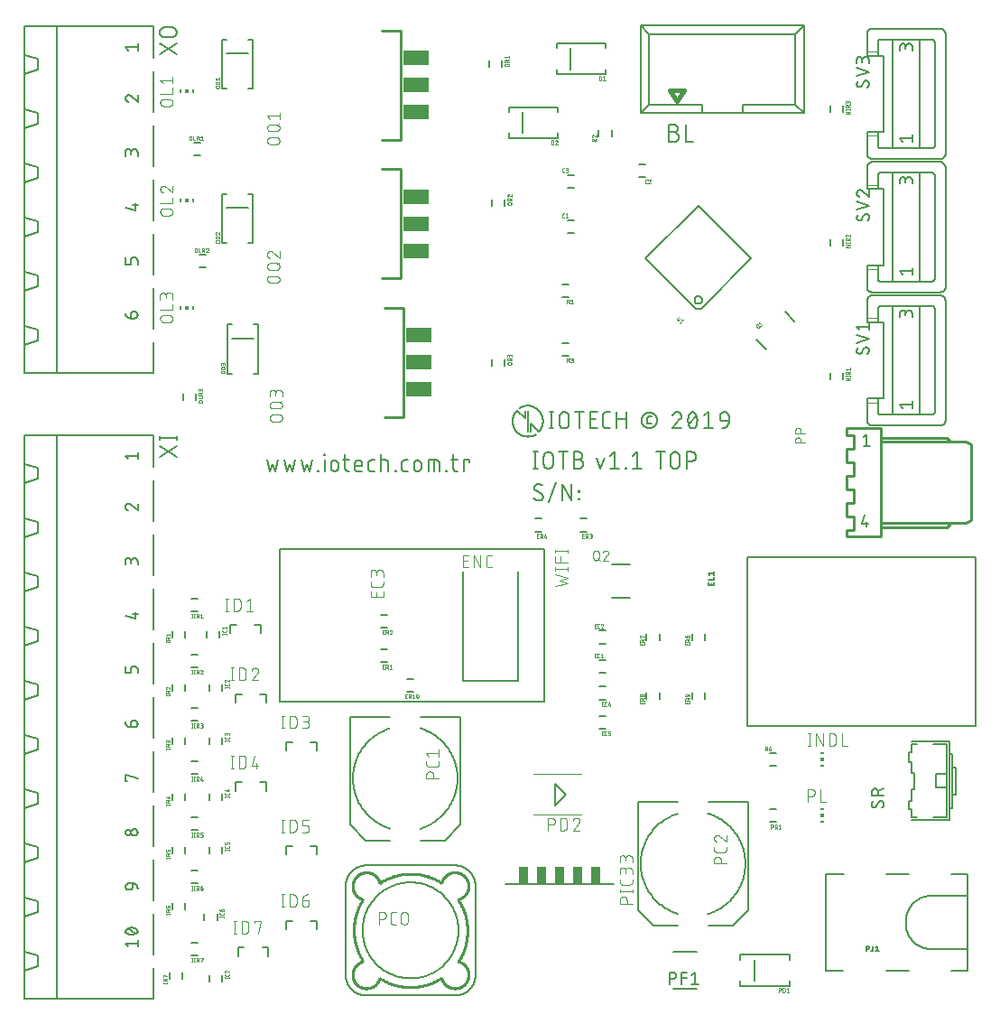
<source format=gbr>
G04 EAGLE Gerber RS-274X export*
G75*
%MOMM*%
%FSLAX34Y34*%
%LPD*%
%INSilkscreen Top*%
%IPPOS*%
%AMOC8*
5,1,8,0,0,1.08239X$1,22.5*%
G01*
%ADD10C,0.127000*%
%ADD11C,0.152400*%
%ADD12R,0.300000X0.150000*%
%ADD13R,0.300000X0.300000*%
%ADD14C,0.101600*%
%ADD15C,0.203200*%
%ADD16C,0.025400*%
%ADD17C,0.254000*%
%ADD18R,2.489200X1.422400*%
%ADD19C,0.177800*%
%ADD20C,0.076200*%
%ADD21C,0.020319*%
%ADD22R,0.965200X1.676400*%
%ADD23C,0.050800*%
%ADD24C,0.406400*%
%ADD25R,0.150000X0.300000*%


D10*
X449857Y541129D02*
X449857Y525635D01*
X451578Y525635D02*
X448135Y525635D01*
X448135Y541129D02*
X451578Y541129D01*
X457445Y536825D02*
X457445Y529939D01*
X457445Y536825D02*
X457447Y536955D01*
X457453Y537085D01*
X457463Y537215D01*
X457476Y537344D01*
X457494Y537473D01*
X457515Y537601D01*
X457541Y537728D01*
X457570Y537855D01*
X457603Y537981D01*
X457640Y538105D01*
X457680Y538229D01*
X457725Y538351D01*
X457773Y538472D01*
X457824Y538591D01*
X457879Y538709D01*
X457938Y538825D01*
X458000Y538939D01*
X458066Y539052D01*
X458135Y539162D01*
X458207Y539270D01*
X458282Y539376D01*
X458361Y539479D01*
X458443Y539580D01*
X458527Y539679D01*
X458615Y539775D01*
X458706Y539868D01*
X458799Y539959D01*
X458895Y540047D01*
X458994Y540131D01*
X459095Y540213D01*
X459198Y540292D01*
X459304Y540367D01*
X459412Y540439D01*
X459522Y540508D01*
X459635Y540574D01*
X459749Y540636D01*
X459865Y540695D01*
X459983Y540750D01*
X460102Y540801D01*
X460223Y540849D01*
X460345Y540894D01*
X460469Y540934D01*
X460593Y540971D01*
X460719Y541004D01*
X460846Y541033D01*
X460973Y541059D01*
X461101Y541080D01*
X461230Y541098D01*
X461359Y541111D01*
X461489Y541121D01*
X461619Y541127D01*
X461749Y541129D01*
X461879Y541127D01*
X462009Y541121D01*
X462139Y541111D01*
X462268Y541098D01*
X462397Y541080D01*
X462525Y541059D01*
X462652Y541033D01*
X462779Y541004D01*
X462905Y540971D01*
X463029Y540934D01*
X463153Y540894D01*
X463275Y540849D01*
X463396Y540801D01*
X463515Y540750D01*
X463633Y540695D01*
X463749Y540636D01*
X463863Y540574D01*
X463976Y540508D01*
X464086Y540439D01*
X464194Y540367D01*
X464300Y540292D01*
X464403Y540213D01*
X464504Y540131D01*
X464603Y540047D01*
X464699Y539959D01*
X464792Y539868D01*
X464883Y539775D01*
X464971Y539679D01*
X465055Y539580D01*
X465137Y539479D01*
X465216Y539376D01*
X465291Y539270D01*
X465363Y539162D01*
X465432Y539052D01*
X465498Y538939D01*
X465560Y538825D01*
X465619Y538709D01*
X465674Y538591D01*
X465725Y538472D01*
X465773Y538351D01*
X465818Y538229D01*
X465858Y538105D01*
X465895Y537981D01*
X465928Y537855D01*
X465957Y537728D01*
X465983Y537601D01*
X466004Y537473D01*
X466022Y537344D01*
X466035Y537215D01*
X466045Y537085D01*
X466051Y536955D01*
X466053Y536825D01*
X466053Y529939D01*
X466051Y529809D01*
X466045Y529679D01*
X466035Y529549D01*
X466022Y529420D01*
X466004Y529291D01*
X465983Y529163D01*
X465957Y529036D01*
X465928Y528909D01*
X465895Y528783D01*
X465858Y528659D01*
X465818Y528535D01*
X465773Y528413D01*
X465725Y528292D01*
X465674Y528173D01*
X465619Y528055D01*
X465560Y527939D01*
X465498Y527825D01*
X465432Y527712D01*
X465363Y527602D01*
X465291Y527494D01*
X465216Y527388D01*
X465137Y527285D01*
X465055Y527184D01*
X464971Y527085D01*
X464883Y526989D01*
X464792Y526896D01*
X464699Y526805D01*
X464603Y526717D01*
X464504Y526633D01*
X464403Y526551D01*
X464300Y526472D01*
X464194Y526397D01*
X464086Y526325D01*
X463976Y526256D01*
X463863Y526190D01*
X463749Y526128D01*
X463633Y526069D01*
X463515Y526014D01*
X463396Y525963D01*
X463275Y525915D01*
X463153Y525870D01*
X463029Y525830D01*
X462905Y525793D01*
X462779Y525760D01*
X462652Y525731D01*
X462525Y525705D01*
X462397Y525684D01*
X462268Y525666D01*
X462139Y525653D01*
X462009Y525643D01*
X461879Y525637D01*
X461749Y525635D01*
X461619Y525637D01*
X461489Y525643D01*
X461359Y525653D01*
X461230Y525666D01*
X461101Y525684D01*
X460973Y525705D01*
X460846Y525731D01*
X460719Y525760D01*
X460593Y525793D01*
X460469Y525830D01*
X460345Y525870D01*
X460223Y525915D01*
X460102Y525963D01*
X459983Y526014D01*
X459865Y526069D01*
X459749Y526128D01*
X459635Y526190D01*
X459522Y526256D01*
X459412Y526325D01*
X459304Y526397D01*
X459198Y526472D01*
X459095Y526551D01*
X458994Y526633D01*
X458895Y526717D01*
X458799Y526805D01*
X458706Y526896D01*
X458615Y526989D01*
X458527Y527085D01*
X458443Y527184D01*
X458361Y527285D01*
X458282Y527388D01*
X458207Y527494D01*
X458135Y527602D01*
X458066Y527712D01*
X458000Y527825D01*
X457938Y527939D01*
X457879Y528055D01*
X457824Y528173D01*
X457773Y528292D01*
X457725Y528413D01*
X457680Y528535D01*
X457640Y528659D01*
X457603Y528783D01*
X457570Y528909D01*
X457541Y529036D01*
X457515Y529163D01*
X457494Y529291D01*
X457476Y529420D01*
X457463Y529549D01*
X457453Y529679D01*
X457447Y529809D01*
X457445Y529939D01*
X475624Y525635D02*
X475624Y541129D01*
X471320Y541129D02*
X479928Y541129D01*
X485887Y534243D02*
X490191Y534243D01*
X490321Y534241D01*
X490451Y534235D01*
X490581Y534225D01*
X490710Y534212D01*
X490839Y534194D01*
X490967Y534173D01*
X491094Y534147D01*
X491221Y534118D01*
X491347Y534085D01*
X491471Y534048D01*
X491595Y534008D01*
X491717Y533963D01*
X491838Y533915D01*
X491957Y533864D01*
X492075Y533809D01*
X492191Y533750D01*
X492305Y533688D01*
X492418Y533622D01*
X492528Y533553D01*
X492636Y533481D01*
X492742Y533406D01*
X492845Y533327D01*
X492946Y533245D01*
X493045Y533161D01*
X493141Y533073D01*
X493234Y532982D01*
X493325Y532889D01*
X493413Y532793D01*
X493497Y532694D01*
X493579Y532593D01*
X493658Y532490D01*
X493733Y532384D01*
X493805Y532276D01*
X493874Y532166D01*
X493940Y532053D01*
X494002Y531939D01*
X494061Y531823D01*
X494116Y531705D01*
X494167Y531586D01*
X494215Y531465D01*
X494260Y531343D01*
X494300Y531219D01*
X494337Y531095D01*
X494370Y530969D01*
X494399Y530842D01*
X494425Y530715D01*
X494446Y530587D01*
X494464Y530458D01*
X494477Y530329D01*
X494487Y530199D01*
X494493Y530069D01*
X494495Y529939D01*
X494493Y529809D01*
X494487Y529679D01*
X494477Y529549D01*
X494464Y529420D01*
X494446Y529291D01*
X494425Y529163D01*
X494399Y529036D01*
X494370Y528909D01*
X494337Y528783D01*
X494300Y528659D01*
X494260Y528535D01*
X494215Y528413D01*
X494167Y528292D01*
X494116Y528173D01*
X494061Y528055D01*
X494002Y527939D01*
X493940Y527825D01*
X493874Y527712D01*
X493805Y527602D01*
X493733Y527494D01*
X493658Y527388D01*
X493579Y527285D01*
X493497Y527184D01*
X493413Y527085D01*
X493325Y526989D01*
X493234Y526896D01*
X493141Y526805D01*
X493045Y526717D01*
X492946Y526633D01*
X492845Y526551D01*
X492742Y526472D01*
X492636Y526397D01*
X492528Y526325D01*
X492418Y526256D01*
X492305Y526190D01*
X492191Y526128D01*
X492075Y526069D01*
X491957Y526014D01*
X491838Y525963D01*
X491717Y525915D01*
X491595Y525870D01*
X491471Y525830D01*
X491347Y525793D01*
X491221Y525760D01*
X491094Y525731D01*
X490967Y525705D01*
X490839Y525684D01*
X490710Y525666D01*
X490581Y525653D01*
X490451Y525643D01*
X490321Y525637D01*
X490191Y525635D01*
X485887Y525635D01*
X485887Y541129D01*
X490191Y541129D01*
X490307Y541127D01*
X490423Y541121D01*
X490539Y541111D01*
X490655Y541098D01*
X490770Y541080D01*
X490884Y541059D01*
X490998Y541033D01*
X491110Y541004D01*
X491222Y540971D01*
X491332Y540934D01*
X491441Y540894D01*
X491549Y540850D01*
X491655Y540802D01*
X491759Y540751D01*
X491862Y540696D01*
X491963Y540638D01*
X492061Y540577D01*
X492158Y540512D01*
X492252Y540444D01*
X492344Y540373D01*
X492434Y540298D01*
X492521Y540221D01*
X492605Y540141D01*
X492686Y540058D01*
X492765Y539972D01*
X492841Y539884D01*
X492914Y539793D01*
X492983Y539700D01*
X493050Y539605D01*
X493113Y539507D01*
X493173Y539408D01*
X493229Y539306D01*
X493282Y539202D01*
X493332Y539097D01*
X493377Y538990D01*
X493420Y538882D01*
X493458Y538772D01*
X493493Y538661D01*
X493524Y538549D01*
X493551Y538436D01*
X493575Y538322D01*
X493594Y538207D01*
X493610Y538092D01*
X493622Y537976D01*
X493630Y537860D01*
X493634Y537744D01*
X493634Y537628D01*
X493630Y537512D01*
X493622Y537396D01*
X493610Y537280D01*
X493594Y537165D01*
X493575Y537050D01*
X493551Y536936D01*
X493524Y536823D01*
X493493Y536711D01*
X493458Y536600D01*
X493420Y536490D01*
X493377Y536382D01*
X493332Y536275D01*
X493282Y536170D01*
X493229Y536066D01*
X493173Y535965D01*
X493113Y535865D01*
X493050Y535767D01*
X492983Y535672D01*
X492914Y535579D01*
X492841Y535488D01*
X492765Y535400D01*
X492686Y535314D01*
X492605Y535231D01*
X492521Y535151D01*
X492434Y535074D01*
X492344Y534999D01*
X492252Y534928D01*
X492158Y534860D01*
X492061Y534795D01*
X491963Y534734D01*
X491862Y534676D01*
X491759Y534621D01*
X491655Y534570D01*
X491549Y534522D01*
X491441Y534478D01*
X491332Y534438D01*
X491222Y534401D01*
X491110Y534368D01*
X490998Y534339D01*
X490884Y534313D01*
X490770Y534292D01*
X490655Y534274D01*
X490539Y534261D01*
X490423Y534251D01*
X490307Y534245D01*
X490191Y534243D01*
X507363Y535964D02*
X510806Y525635D01*
X514249Y535964D01*
X519882Y537686D02*
X524185Y541129D01*
X524185Y525635D01*
X519882Y525635D02*
X528489Y525635D01*
X534161Y525635D02*
X534161Y526496D01*
X535022Y526496D01*
X535022Y525635D01*
X534161Y525635D01*
X540694Y537686D02*
X544997Y541129D01*
X544997Y525635D01*
X540694Y525635D02*
X549301Y525635D01*
X566801Y525635D02*
X566801Y541129D01*
X571104Y541129D02*
X562497Y541129D01*
X576371Y536825D02*
X576371Y529939D01*
X576371Y536825D02*
X576373Y536955D01*
X576379Y537085D01*
X576389Y537215D01*
X576402Y537344D01*
X576420Y537473D01*
X576441Y537601D01*
X576467Y537728D01*
X576496Y537855D01*
X576529Y537981D01*
X576566Y538105D01*
X576606Y538229D01*
X576651Y538351D01*
X576699Y538472D01*
X576750Y538591D01*
X576805Y538709D01*
X576864Y538825D01*
X576926Y538939D01*
X576992Y539052D01*
X577061Y539162D01*
X577133Y539270D01*
X577208Y539376D01*
X577287Y539479D01*
X577369Y539580D01*
X577453Y539679D01*
X577541Y539775D01*
X577632Y539868D01*
X577725Y539959D01*
X577821Y540047D01*
X577920Y540131D01*
X578021Y540213D01*
X578124Y540292D01*
X578230Y540367D01*
X578338Y540439D01*
X578448Y540508D01*
X578561Y540574D01*
X578675Y540636D01*
X578791Y540695D01*
X578909Y540750D01*
X579028Y540801D01*
X579149Y540849D01*
X579271Y540894D01*
X579395Y540934D01*
X579519Y540971D01*
X579645Y541004D01*
X579772Y541033D01*
X579899Y541059D01*
X580027Y541080D01*
X580156Y541098D01*
X580285Y541111D01*
X580415Y541121D01*
X580545Y541127D01*
X580675Y541129D01*
X580805Y541127D01*
X580935Y541121D01*
X581065Y541111D01*
X581194Y541098D01*
X581323Y541080D01*
X581451Y541059D01*
X581578Y541033D01*
X581705Y541004D01*
X581831Y540971D01*
X581955Y540934D01*
X582079Y540894D01*
X582201Y540849D01*
X582322Y540801D01*
X582441Y540750D01*
X582559Y540695D01*
X582675Y540636D01*
X582789Y540574D01*
X582902Y540508D01*
X583012Y540439D01*
X583120Y540367D01*
X583226Y540292D01*
X583329Y540213D01*
X583430Y540131D01*
X583529Y540047D01*
X583625Y539959D01*
X583718Y539868D01*
X583809Y539775D01*
X583897Y539679D01*
X583981Y539580D01*
X584063Y539479D01*
X584142Y539376D01*
X584217Y539270D01*
X584289Y539162D01*
X584358Y539052D01*
X584424Y538939D01*
X584486Y538825D01*
X584545Y538709D01*
X584600Y538591D01*
X584651Y538472D01*
X584699Y538351D01*
X584744Y538229D01*
X584784Y538105D01*
X584821Y537981D01*
X584854Y537855D01*
X584883Y537728D01*
X584909Y537601D01*
X584930Y537473D01*
X584948Y537344D01*
X584961Y537215D01*
X584971Y537085D01*
X584977Y536955D01*
X584979Y536825D01*
X584979Y529939D01*
X584977Y529809D01*
X584971Y529679D01*
X584961Y529549D01*
X584948Y529420D01*
X584930Y529291D01*
X584909Y529163D01*
X584883Y529036D01*
X584854Y528909D01*
X584821Y528783D01*
X584784Y528659D01*
X584744Y528535D01*
X584699Y528413D01*
X584651Y528292D01*
X584600Y528173D01*
X584545Y528055D01*
X584486Y527939D01*
X584424Y527825D01*
X584358Y527712D01*
X584289Y527602D01*
X584217Y527494D01*
X584142Y527388D01*
X584063Y527285D01*
X583981Y527184D01*
X583897Y527085D01*
X583809Y526989D01*
X583718Y526896D01*
X583625Y526805D01*
X583529Y526717D01*
X583430Y526633D01*
X583329Y526551D01*
X583226Y526472D01*
X583120Y526397D01*
X583012Y526325D01*
X582902Y526256D01*
X582789Y526190D01*
X582675Y526128D01*
X582559Y526069D01*
X582441Y526014D01*
X582322Y525963D01*
X582201Y525915D01*
X582079Y525870D01*
X581955Y525830D01*
X581831Y525793D01*
X581705Y525760D01*
X581578Y525731D01*
X581451Y525705D01*
X581323Y525684D01*
X581194Y525666D01*
X581065Y525653D01*
X580935Y525643D01*
X580805Y525637D01*
X580675Y525635D01*
X580545Y525637D01*
X580415Y525643D01*
X580285Y525653D01*
X580156Y525666D01*
X580027Y525684D01*
X579899Y525705D01*
X579772Y525731D01*
X579645Y525760D01*
X579519Y525793D01*
X579395Y525830D01*
X579271Y525870D01*
X579149Y525915D01*
X579028Y525963D01*
X578909Y526014D01*
X578791Y526069D01*
X578675Y526128D01*
X578561Y526190D01*
X578448Y526256D01*
X578338Y526325D01*
X578230Y526397D01*
X578124Y526472D01*
X578021Y526551D01*
X577920Y526633D01*
X577821Y526717D01*
X577725Y526805D01*
X577632Y526896D01*
X577541Y526989D01*
X577453Y527085D01*
X577369Y527184D01*
X577287Y527285D01*
X577208Y527388D01*
X577133Y527494D01*
X577061Y527602D01*
X576992Y527712D01*
X576926Y527825D01*
X576864Y527939D01*
X576805Y528055D01*
X576750Y528173D01*
X576699Y528292D01*
X576651Y528413D01*
X576606Y528535D01*
X576566Y528659D01*
X576529Y528783D01*
X576496Y528909D01*
X576467Y529036D01*
X576441Y529163D01*
X576420Y529291D01*
X576402Y529420D01*
X576389Y529549D01*
X576379Y529679D01*
X576373Y529809D01*
X576371Y529939D01*
X591930Y525635D02*
X591930Y541129D01*
X596233Y541129D01*
X596363Y541127D01*
X596493Y541121D01*
X596623Y541111D01*
X596752Y541098D01*
X596881Y541080D01*
X597009Y541059D01*
X597136Y541033D01*
X597263Y541004D01*
X597389Y540971D01*
X597513Y540934D01*
X597637Y540894D01*
X597759Y540849D01*
X597880Y540801D01*
X597999Y540750D01*
X598117Y540695D01*
X598233Y540636D01*
X598347Y540574D01*
X598460Y540508D01*
X598570Y540439D01*
X598678Y540367D01*
X598784Y540292D01*
X598887Y540213D01*
X598988Y540131D01*
X599087Y540047D01*
X599183Y539959D01*
X599276Y539868D01*
X599367Y539775D01*
X599455Y539679D01*
X599539Y539580D01*
X599621Y539479D01*
X599700Y539376D01*
X599775Y539270D01*
X599847Y539162D01*
X599916Y539052D01*
X599982Y538939D01*
X600044Y538825D01*
X600103Y538709D01*
X600158Y538591D01*
X600209Y538472D01*
X600257Y538351D01*
X600302Y538229D01*
X600342Y538105D01*
X600379Y537981D01*
X600412Y537855D01*
X600441Y537728D01*
X600467Y537601D01*
X600488Y537473D01*
X600506Y537344D01*
X600519Y537215D01*
X600529Y537085D01*
X600535Y536955D01*
X600537Y536825D01*
X600535Y536695D01*
X600529Y536565D01*
X600519Y536435D01*
X600506Y536306D01*
X600488Y536177D01*
X600467Y536049D01*
X600441Y535922D01*
X600412Y535795D01*
X600379Y535669D01*
X600342Y535545D01*
X600302Y535421D01*
X600257Y535299D01*
X600209Y535178D01*
X600158Y535059D01*
X600103Y534941D01*
X600044Y534825D01*
X599982Y534711D01*
X599916Y534598D01*
X599847Y534488D01*
X599775Y534380D01*
X599700Y534274D01*
X599621Y534171D01*
X599539Y534070D01*
X599455Y533971D01*
X599367Y533875D01*
X599276Y533782D01*
X599183Y533691D01*
X599087Y533603D01*
X598988Y533519D01*
X598887Y533437D01*
X598784Y533358D01*
X598678Y533283D01*
X598570Y533211D01*
X598460Y533142D01*
X598347Y533076D01*
X598233Y533014D01*
X598117Y532955D01*
X597999Y532900D01*
X597880Y532849D01*
X597759Y532801D01*
X597637Y532756D01*
X597513Y532716D01*
X597389Y532679D01*
X597263Y532646D01*
X597136Y532617D01*
X597009Y532591D01*
X596881Y532570D01*
X596752Y532552D01*
X596623Y532539D01*
X596493Y532529D01*
X596363Y532523D01*
X596233Y532521D01*
X591930Y532521D01*
X464857Y563135D02*
X464857Y578629D01*
X463135Y563135D02*
X466578Y563135D01*
X466578Y578629D02*
X463135Y578629D01*
X472445Y574325D02*
X472445Y567439D01*
X472445Y574325D02*
X472447Y574455D01*
X472453Y574585D01*
X472463Y574715D01*
X472476Y574844D01*
X472494Y574973D01*
X472515Y575101D01*
X472541Y575228D01*
X472570Y575355D01*
X472603Y575481D01*
X472640Y575605D01*
X472680Y575729D01*
X472725Y575851D01*
X472773Y575972D01*
X472824Y576091D01*
X472879Y576209D01*
X472938Y576325D01*
X473000Y576439D01*
X473066Y576552D01*
X473135Y576662D01*
X473207Y576770D01*
X473282Y576876D01*
X473361Y576979D01*
X473443Y577080D01*
X473527Y577179D01*
X473615Y577275D01*
X473706Y577368D01*
X473799Y577459D01*
X473895Y577547D01*
X473994Y577631D01*
X474095Y577713D01*
X474198Y577792D01*
X474304Y577867D01*
X474412Y577939D01*
X474522Y578008D01*
X474635Y578074D01*
X474749Y578136D01*
X474865Y578195D01*
X474983Y578250D01*
X475102Y578301D01*
X475223Y578349D01*
X475345Y578394D01*
X475469Y578434D01*
X475593Y578471D01*
X475719Y578504D01*
X475846Y578533D01*
X475973Y578559D01*
X476101Y578580D01*
X476230Y578598D01*
X476359Y578611D01*
X476489Y578621D01*
X476619Y578627D01*
X476749Y578629D01*
X476879Y578627D01*
X477009Y578621D01*
X477139Y578611D01*
X477268Y578598D01*
X477397Y578580D01*
X477525Y578559D01*
X477652Y578533D01*
X477779Y578504D01*
X477905Y578471D01*
X478029Y578434D01*
X478153Y578394D01*
X478275Y578349D01*
X478396Y578301D01*
X478515Y578250D01*
X478633Y578195D01*
X478749Y578136D01*
X478863Y578074D01*
X478976Y578008D01*
X479086Y577939D01*
X479194Y577867D01*
X479300Y577792D01*
X479403Y577713D01*
X479504Y577631D01*
X479603Y577547D01*
X479699Y577459D01*
X479792Y577368D01*
X479883Y577275D01*
X479971Y577179D01*
X480055Y577080D01*
X480137Y576979D01*
X480216Y576876D01*
X480291Y576770D01*
X480363Y576662D01*
X480432Y576552D01*
X480498Y576439D01*
X480560Y576325D01*
X480619Y576209D01*
X480674Y576091D01*
X480725Y575972D01*
X480773Y575851D01*
X480818Y575729D01*
X480858Y575605D01*
X480895Y575481D01*
X480928Y575355D01*
X480957Y575228D01*
X480983Y575101D01*
X481004Y574973D01*
X481022Y574844D01*
X481035Y574715D01*
X481045Y574585D01*
X481051Y574455D01*
X481053Y574325D01*
X481053Y567439D01*
X481051Y567309D01*
X481045Y567179D01*
X481035Y567049D01*
X481022Y566920D01*
X481004Y566791D01*
X480983Y566663D01*
X480957Y566536D01*
X480928Y566409D01*
X480895Y566283D01*
X480858Y566159D01*
X480818Y566035D01*
X480773Y565913D01*
X480725Y565792D01*
X480674Y565673D01*
X480619Y565555D01*
X480560Y565439D01*
X480498Y565325D01*
X480432Y565212D01*
X480363Y565102D01*
X480291Y564994D01*
X480216Y564888D01*
X480137Y564785D01*
X480055Y564684D01*
X479971Y564585D01*
X479883Y564489D01*
X479792Y564396D01*
X479699Y564305D01*
X479603Y564217D01*
X479504Y564133D01*
X479403Y564051D01*
X479300Y563972D01*
X479194Y563897D01*
X479086Y563825D01*
X478976Y563756D01*
X478863Y563690D01*
X478749Y563628D01*
X478633Y563569D01*
X478515Y563514D01*
X478396Y563463D01*
X478275Y563415D01*
X478153Y563370D01*
X478029Y563330D01*
X477905Y563293D01*
X477779Y563260D01*
X477652Y563231D01*
X477525Y563205D01*
X477397Y563184D01*
X477268Y563166D01*
X477139Y563153D01*
X477009Y563143D01*
X476879Y563137D01*
X476749Y563135D01*
X476619Y563137D01*
X476489Y563143D01*
X476359Y563153D01*
X476230Y563166D01*
X476101Y563184D01*
X475973Y563205D01*
X475846Y563231D01*
X475719Y563260D01*
X475593Y563293D01*
X475469Y563330D01*
X475345Y563370D01*
X475223Y563415D01*
X475102Y563463D01*
X474983Y563514D01*
X474865Y563569D01*
X474749Y563628D01*
X474635Y563690D01*
X474522Y563756D01*
X474412Y563825D01*
X474304Y563897D01*
X474198Y563972D01*
X474095Y564051D01*
X473994Y564133D01*
X473895Y564217D01*
X473799Y564305D01*
X473706Y564396D01*
X473615Y564489D01*
X473527Y564585D01*
X473443Y564684D01*
X473361Y564785D01*
X473282Y564888D01*
X473207Y564994D01*
X473135Y565102D01*
X473066Y565212D01*
X473000Y565325D01*
X472938Y565439D01*
X472879Y565555D01*
X472824Y565673D01*
X472773Y565792D01*
X472725Y565913D01*
X472680Y566035D01*
X472640Y566159D01*
X472603Y566283D01*
X472570Y566409D01*
X472541Y566536D01*
X472515Y566663D01*
X472494Y566791D01*
X472476Y566920D01*
X472463Y567049D01*
X472453Y567179D01*
X472447Y567309D01*
X472445Y567439D01*
X490624Y563135D02*
X490624Y578629D01*
X486320Y578629D02*
X494928Y578629D01*
X500718Y563135D02*
X507604Y563135D01*
X500718Y563135D02*
X500718Y578629D01*
X507604Y578629D01*
X505882Y571743D02*
X500718Y571743D01*
X516484Y563135D02*
X519927Y563135D01*
X516484Y563135D02*
X516369Y563137D01*
X516254Y563143D01*
X516139Y563152D01*
X516025Y563166D01*
X515911Y563183D01*
X515798Y563204D01*
X515686Y563229D01*
X515574Y563257D01*
X515464Y563290D01*
X515355Y563326D01*
X515247Y563365D01*
X515140Y563408D01*
X515035Y563455D01*
X514931Y563505D01*
X514829Y563559D01*
X514729Y563616D01*
X514631Y563676D01*
X514535Y563739D01*
X514442Y563806D01*
X514350Y563876D01*
X514261Y563949D01*
X514174Y564024D01*
X514090Y564103D01*
X514009Y564184D01*
X513930Y564268D01*
X513855Y564355D01*
X513782Y564444D01*
X513712Y564536D01*
X513645Y564629D01*
X513582Y564725D01*
X513522Y564823D01*
X513465Y564923D01*
X513411Y565025D01*
X513361Y565129D01*
X513314Y565234D01*
X513271Y565341D01*
X513232Y565449D01*
X513196Y565558D01*
X513163Y565668D01*
X513135Y565780D01*
X513110Y565892D01*
X513089Y566005D01*
X513072Y566119D01*
X513058Y566233D01*
X513049Y566348D01*
X513043Y566463D01*
X513041Y566578D01*
X513041Y575186D01*
X513043Y575301D01*
X513049Y575416D01*
X513058Y575531D01*
X513072Y575645D01*
X513089Y575759D01*
X513110Y575872D01*
X513135Y575984D01*
X513163Y576096D01*
X513196Y576206D01*
X513232Y576315D01*
X513271Y576423D01*
X513314Y576530D01*
X513361Y576635D01*
X513411Y576739D01*
X513465Y576841D01*
X513522Y576941D01*
X513582Y577039D01*
X513645Y577135D01*
X513712Y577228D01*
X513782Y577320D01*
X513855Y577409D01*
X513930Y577496D01*
X514009Y577580D01*
X514090Y577661D01*
X514174Y577739D01*
X514261Y577815D01*
X514350Y577888D01*
X514442Y577958D01*
X514535Y578025D01*
X514631Y578088D01*
X514729Y578148D01*
X514829Y578205D01*
X514931Y578259D01*
X515035Y578309D01*
X515140Y578356D01*
X515247Y578399D01*
X515355Y578438D01*
X515464Y578474D01*
X515574Y578507D01*
X515686Y578535D01*
X515798Y578560D01*
X515911Y578581D01*
X516025Y578598D01*
X516139Y578612D01*
X516254Y578621D01*
X516369Y578627D01*
X516484Y578629D01*
X519927Y578629D01*
X525962Y578629D02*
X525962Y563135D01*
X525962Y571743D02*
X534570Y571743D01*
X534570Y578629D02*
X534570Y563135D01*
X549212Y570882D02*
X549214Y571060D01*
X549221Y571238D01*
X549232Y571416D01*
X549247Y571594D01*
X549266Y571771D01*
X549290Y571947D01*
X549318Y572123D01*
X549350Y572299D01*
X549387Y572473D01*
X549428Y572646D01*
X549473Y572819D01*
X549522Y572990D01*
X549576Y573160D01*
X549633Y573329D01*
X549695Y573496D01*
X549760Y573662D01*
X549830Y573825D01*
X549904Y573988D01*
X549981Y574148D01*
X550063Y574307D01*
X550148Y574463D01*
X550237Y574617D01*
X550330Y574769D01*
X550427Y574919D01*
X550527Y575067D01*
X550630Y575212D01*
X550738Y575354D01*
X550848Y575494D01*
X550962Y575631D01*
X551080Y575765D01*
X551200Y575896D01*
X551324Y576024D01*
X551450Y576150D01*
X551580Y576272D01*
X551713Y576391D01*
X551849Y576506D01*
X551987Y576618D01*
X552128Y576727D01*
X552272Y576833D01*
X552418Y576935D01*
X552566Y577033D01*
X552717Y577128D01*
X552871Y577219D01*
X553026Y577306D01*
X553183Y577389D01*
X553343Y577469D01*
X553504Y577544D01*
X553667Y577616D01*
X553832Y577684D01*
X553999Y577748D01*
X554166Y577807D01*
X554336Y577863D01*
X554506Y577914D01*
X554678Y577961D01*
X554851Y578004D01*
X555025Y578043D01*
X555200Y578077D01*
X555376Y578108D01*
X555552Y578133D01*
X555729Y578155D01*
X555906Y578172D01*
X556084Y578185D01*
X556262Y578194D01*
X556440Y578198D01*
X556618Y578198D01*
X556796Y578194D01*
X556974Y578185D01*
X557152Y578172D01*
X557329Y578155D01*
X557506Y578133D01*
X557682Y578108D01*
X557858Y578077D01*
X558033Y578043D01*
X558207Y578004D01*
X558380Y577961D01*
X558552Y577914D01*
X558722Y577863D01*
X558892Y577807D01*
X559059Y577748D01*
X559226Y577684D01*
X559391Y577616D01*
X559554Y577544D01*
X559715Y577469D01*
X559875Y577389D01*
X560032Y577306D01*
X560188Y577219D01*
X560341Y577128D01*
X560492Y577033D01*
X560640Y576935D01*
X560786Y576833D01*
X560930Y576727D01*
X561071Y576618D01*
X561209Y576506D01*
X561345Y576391D01*
X561478Y576272D01*
X561608Y576150D01*
X561734Y576024D01*
X561858Y575896D01*
X561978Y575765D01*
X562096Y575631D01*
X562210Y575494D01*
X562320Y575354D01*
X562428Y575212D01*
X562531Y575067D01*
X562631Y574919D01*
X562728Y574769D01*
X562821Y574617D01*
X562910Y574463D01*
X562995Y574307D01*
X563077Y574148D01*
X563154Y573988D01*
X563228Y573825D01*
X563298Y573662D01*
X563363Y573496D01*
X563425Y573329D01*
X563482Y573160D01*
X563536Y572990D01*
X563585Y572819D01*
X563630Y572646D01*
X563671Y572473D01*
X563708Y572299D01*
X563740Y572123D01*
X563768Y571947D01*
X563792Y571771D01*
X563811Y571594D01*
X563826Y571416D01*
X563837Y571238D01*
X563844Y571060D01*
X563846Y570882D01*
X563844Y570704D01*
X563837Y570526D01*
X563826Y570348D01*
X563811Y570170D01*
X563792Y569993D01*
X563768Y569817D01*
X563740Y569641D01*
X563708Y569465D01*
X563671Y569291D01*
X563630Y569118D01*
X563585Y568945D01*
X563536Y568774D01*
X563482Y568604D01*
X563425Y568435D01*
X563363Y568268D01*
X563298Y568102D01*
X563228Y567939D01*
X563154Y567776D01*
X563077Y567616D01*
X562995Y567457D01*
X562910Y567301D01*
X562821Y567147D01*
X562728Y566995D01*
X562631Y566845D01*
X562531Y566697D01*
X562428Y566552D01*
X562320Y566410D01*
X562210Y566270D01*
X562096Y566133D01*
X561978Y565999D01*
X561858Y565868D01*
X561734Y565740D01*
X561608Y565614D01*
X561478Y565492D01*
X561345Y565373D01*
X561209Y565258D01*
X561071Y565146D01*
X560930Y565037D01*
X560786Y564931D01*
X560640Y564829D01*
X560492Y564731D01*
X560341Y564636D01*
X560188Y564545D01*
X560032Y564458D01*
X559875Y564375D01*
X559715Y564295D01*
X559554Y564220D01*
X559391Y564148D01*
X559226Y564080D01*
X559059Y564016D01*
X558892Y563957D01*
X558722Y563901D01*
X558552Y563850D01*
X558380Y563803D01*
X558207Y563760D01*
X558033Y563721D01*
X557858Y563687D01*
X557682Y563656D01*
X557506Y563631D01*
X557329Y563609D01*
X557152Y563592D01*
X556974Y563579D01*
X556796Y563570D01*
X556618Y563566D01*
X556440Y563566D01*
X556262Y563570D01*
X556084Y563579D01*
X555906Y563592D01*
X555729Y563609D01*
X555552Y563631D01*
X555376Y563656D01*
X555200Y563687D01*
X555025Y563721D01*
X554851Y563760D01*
X554678Y563803D01*
X554506Y563850D01*
X554336Y563901D01*
X554166Y563957D01*
X553999Y564016D01*
X553832Y564080D01*
X553667Y564148D01*
X553504Y564220D01*
X553343Y564295D01*
X553183Y564375D01*
X553026Y564458D01*
X552871Y564545D01*
X552717Y564636D01*
X552566Y564731D01*
X552418Y564829D01*
X552272Y564931D01*
X552128Y565037D01*
X551987Y565146D01*
X551849Y565258D01*
X551713Y565373D01*
X551580Y565492D01*
X551450Y565614D01*
X551324Y565740D01*
X551200Y565868D01*
X551080Y565999D01*
X550962Y566133D01*
X550848Y566270D01*
X550738Y566410D01*
X550630Y566552D01*
X550527Y566697D01*
X550427Y566845D01*
X550330Y566995D01*
X550237Y567147D01*
X550148Y567301D01*
X550063Y567457D01*
X549981Y567616D01*
X549904Y567776D01*
X549830Y567939D01*
X549760Y568102D01*
X549695Y568268D01*
X549633Y568435D01*
X549576Y568604D01*
X549522Y568774D01*
X549473Y568945D01*
X549428Y569118D01*
X549387Y569291D01*
X549350Y569465D01*
X549318Y569641D01*
X549290Y569817D01*
X549266Y569993D01*
X549247Y570170D01*
X549232Y570348D01*
X549221Y570526D01*
X549214Y570704D01*
X549212Y570882D01*
X556098Y567439D02*
X558250Y567439D01*
X556098Y567438D02*
X556016Y567440D01*
X555934Y567446D01*
X555853Y567456D01*
X555772Y567469D01*
X555692Y567487D01*
X555613Y567508D01*
X555535Y567533D01*
X555458Y567561D01*
X555383Y567594D01*
X555309Y567629D01*
X555237Y567669D01*
X555167Y567711D01*
X555099Y567757D01*
X555034Y567806D01*
X554970Y567859D01*
X554910Y567914D01*
X554852Y567972D01*
X554797Y568032D01*
X554744Y568096D01*
X554695Y568161D01*
X554649Y568229D01*
X554607Y568299D01*
X554567Y568371D01*
X554532Y568445D01*
X554499Y568520D01*
X554471Y568597D01*
X554446Y568675D01*
X554425Y568754D01*
X554407Y568834D01*
X554394Y568915D01*
X554384Y568996D01*
X554378Y569078D01*
X554376Y569160D01*
X554377Y569160D02*
X554377Y572604D01*
X554376Y572604D02*
X554378Y572686D01*
X554384Y572768D01*
X554394Y572849D01*
X554407Y572930D01*
X554425Y573010D01*
X554446Y573089D01*
X554471Y573167D01*
X554499Y573244D01*
X554532Y573319D01*
X554567Y573393D01*
X554607Y573465D01*
X554649Y573535D01*
X554695Y573603D01*
X554744Y573668D01*
X554797Y573732D01*
X554852Y573792D01*
X554910Y573850D01*
X554970Y573905D01*
X555034Y573958D01*
X555099Y574007D01*
X555167Y574053D01*
X555237Y574095D01*
X555309Y574135D01*
X555383Y574170D01*
X555458Y574203D01*
X555535Y574231D01*
X555613Y574256D01*
X555692Y574277D01*
X555772Y574295D01*
X555853Y574308D01*
X555934Y574318D01*
X556016Y574324D01*
X556098Y574326D01*
X556098Y574325D02*
X558250Y574325D01*
X582727Y578630D02*
X582849Y578628D01*
X582970Y578622D01*
X583092Y578613D01*
X583213Y578599D01*
X583333Y578582D01*
X583453Y578561D01*
X583572Y578537D01*
X583690Y578508D01*
X583808Y578476D01*
X583924Y578440D01*
X584039Y578401D01*
X584153Y578358D01*
X584266Y578311D01*
X584376Y578261D01*
X584486Y578208D01*
X584593Y578151D01*
X584699Y578091D01*
X584803Y578027D01*
X584905Y577960D01*
X585004Y577890D01*
X585101Y577817D01*
X585196Y577741D01*
X585289Y577662D01*
X585379Y577580D01*
X585466Y577495D01*
X585551Y577408D01*
X585633Y577318D01*
X585712Y577225D01*
X585788Y577130D01*
X585861Y577033D01*
X585931Y576934D01*
X585998Y576832D01*
X586062Y576728D01*
X586122Y576622D01*
X586179Y576515D01*
X586232Y576405D01*
X586282Y576295D01*
X586329Y576182D01*
X586372Y576068D01*
X586411Y575953D01*
X586447Y575837D01*
X586479Y575719D01*
X586508Y575601D01*
X586532Y575482D01*
X586553Y575362D01*
X586570Y575242D01*
X586584Y575121D01*
X586593Y574999D01*
X586599Y574878D01*
X586601Y574756D01*
X582727Y578629D02*
X582588Y578627D01*
X582449Y578621D01*
X582310Y578612D01*
X582172Y578598D01*
X582034Y578580D01*
X581897Y578559D01*
X581760Y578534D01*
X581624Y578505D01*
X581489Y578472D01*
X581354Y578436D01*
X581221Y578396D01*
X581089Y578352D01*
X580959Y578304D01*
X580829Y578253D01*
X580702Y578198D01*
X580575Y578140D01*
X580451Y578078D01*
X580328Y578013D01*
X580207Y577944D01*
X580088Y577872D01*
X579971Y577796D01*
X579857Y577718D01*
X579744Y577636D01*
X579634Y577551D01*
X579526Y577463D01*
X579421Y577372D01*
X579319Y577278D01*
X579219Y577182D01*
X579121Y577082D01*
X579027Y576980D01*
X578935Y576876D01*
X578847Y576768D01*
X578761Y576659D01*
X578679Y576547D01*
X578600Y576432D01*
X578524Y576316D01*
X578451Y576198D01*
X578381Y576077D01*
X578315Y575955D01*
X578253Y575830D01*
X578194Y575705D01*
X578138Y575577D01*
X578086Y575448D01*
X578038Y575318D01*
X577993Y575186D01*
X585310Y571743D02*
X585399Y571830D01*
X585485Y571920D01*
X585569Y572013D01*
X585650Y572108D01*
X585728Y572205D01*
X585803Y572305D01*
X585875Y572407D01*
X585944Y572511D01*
X586009Y572617D01*
X586072Y572725D01*
X586131Y572835D01*
X586187Y572947D01*
X586240Y573060D01*
X586289Y573174D01*
X586334Y573291D01*
X586377Y573408D01*
X586415Y573527D01*
X586450Y573646D01*
X586482Y573767D01*
X586510Y573889D01*
X586534Y574011D01*
X586554Y574134D01*
X586571Y574258D01*
X586584Y574382D01*
X586594Y574507D01*
X586599Y574631D01*
X586601Y574756D01*
X585309Y571743D02*
X577992Y563135D01*
X586600Y563135D01*
X592858Y570882D02*
X592862Y571187D01*
X592873Y571491D01*
X592891Y571796D01*
X592916Y572099D01*
X592949Y572402D01*
X592989Y572705D01*
X593036Y573006D01*
X593090Y573306D01*
X593152Y573604D01*
X593220Y573901D01*
X593296Y574197D01*
X593378Y574490D01*
X593468Y574781D01*
X593565Y575070D01*
X593668Y575357D01*
X593778Y575641D01*
X593895Y575923D01*
X594019Y576201D01*
X594149Y576477D01*
X594187Y576580D01*
X594227Y576682D01*
X594272Y576782D01*
X594320Y576881D01*
X594371Y576978D01*
X594425Y577073D01*
X594483Y577167D01*
X594544Y577258D01*
X594608Y577347D01*
X594675Y577434D01*
X594745Y577518D01*
X594818Y577601D01*
X594894Y577680D01*
X594972Y577757D01*
X595053Y577831D01*
X595137Y577902D01*
X595223Y577970D01*
X595311Y578036D01*
X595401Y578098D01*
X595494Y578157D01*
X595588Y578213D01*
X595684Y578266D01*
X595782Y578315D01*
X595882Y578361D01*
X595983Y578403D01*
X596086Y578442D01*
X596190Y578477D01*
X596295Y578509D01*
X596401Y578537D01*
X596508Y578561D01*
X596616Y578582D01*
X596724Y578599D01*
X596833Y578612D01*
X596943Y578621D01*
X597052Y578627D01*
X597162Y578629D01*
X597272Y578627D01*
X597381Y578621D01*
X597491Y578612D01*
X597600Y578599D01*
X597708Y578582D01*
X597816Y578561D01*
X597923Y578537D01*
X598029Y578509D01*
X598134Y578477D01*
X598238Y578442D01*
X598341Y578403D01*
X598442Y578361D01*
X598542Y578315D01*
X598640Y578266D01*
X598736Y578213D01*
X598830Y578157D01*
X598923Y578098D01*
X599013Y578036D01*
X599101Y577970D01*
X599187Y577902D01*
X599271Y577831D01*
X599352Y577757D01*
X599430Y577680D01*
X599506Y577600D01*
X599579Y577518D01*
X599649Y577434D01*
X599716Y577347D01*
X599780Y577258D01*
X599841Y577167D01*
X599899Y577073D01*
X599953Y576978D01*
X600004Y576881D01*
X600052Y576782D01*
X600097Y576682D01*
X600137Y576580D01*
X600175Y576477D01*
X600305Y576201D01*
X600429Y575923D01*
X600546Y575641D01*
X600656Y575357D01*
X600759Y575070D01*
X600856Y574781D01*
X600946Y574490D01*
X601028Y574197D01*
X601104Y573901D01*
X601172Y573604D01*
X601234Y573306D01*
X601288Y573006D01*
X601335Y572705D01*
X601375Y572402D01*
X601408Y572099D01*
X601433Y571796D01*
X601451Y571491D01*
X601462Y571187D01*
X601466Y570882D01*
X592858Y570882D02*
X592862Y570577D01*
X592873Y570273D01*
X592891Y569968D01*
X592916Y569665D01*
X592949Y569362D01*
X592989Y569059D01*
X593036Y568758D01*
X593090Y568458D01*
X593152Y568160D01*
X593220Y567863D01*
X593296Y567567D01*
X593378Y567274D01*
X593468Y566983D01*
X593565Y566694D01*
X593668Y566407D01*
X593778Y566123D01*
X593895Y565841D01*
X594019Y565563D01*
X594149Y565287D01*
X594187Y565184D01*
X594227Y565082D01*
X594272Y564982D01*
X594320Y564883D01*
X594371Y564786D01*
X594425Y564691D01*
X594483Y564597D01*
X594544Y564506D01*
X594608Y564417D01*
X594675Y564330D01*
X594745Y564245D01*
X594818Y564163D01*
X594894Y564084D01*
X594972Y564007D01*
X595053Y563933D01*
X595137Y563862D01*
X595223Y563794D01*
X595311Y563728D01*
X595401Y563666D01*
X595494Y563607D01*
X595588Y563551D01*
X595684Y563498D01*
X595783Y563449D01*
X595882Y563403D01*
X595983Y563361D01*
X596086Y563322D01*
X596190Y563287D01*
X596295Y563255D01*
X596401Y563227D01*
X596508Y563203D01*
X596616Y563182D01*
X596724Y563165D01*
X596833Y563152D01*
X596943Y563143D01*
X597052Y563137D01*
X597162Y563135D01*
X600175Y565287D02*
X600305Y565563D01*
X600429Y565841D01*
X600546Y566123D01*
X600656Y566407D01*
X600759Y566694D01*
X600856Y566983D01*
X600946Y567274D01*
X601028Y567567D01*
X601104Y567863D01*
X601172Y568160D01*
X601234Y568458D01*
X601288Y568758D01*
X601335Y569059D01*
X601375Y569362D01*
X601408Y569665D01*
X601433Y569968D01*
X601451Y570273D01*
X601462Y570577D01*
X601466Y570882D01*
X600175Y565287D02*
X600137Y565184D01*
X600097Y565082D01*
X600052Y564982D01*
X600004Y564883D01*
X599953Y564786D01*
X599899Y564691D01*
X599841Y564597D01*
X599780Y564506D01*
X599716Y564417D01*
X599649Y564330D01*
X599579Y564246D01*
X599506Y564163D01*
X599430Y564084D01*
X599352Y564007D01*
X599271Y563933D01*
X599187Y563862D01*
X599101Y563794D01*
X599013Y563728D01*
X598923Y563666D01*
X598830Y563607D01*
X598736Y563551D01*
X598640Y563498D01*
X598542Y563449D01*
X598442Y563403D01*
X598341Y563361D01*
X598238Y563322D01*
X598134Y563287D01*
X598029Y563255D01*
X597923Y563227D01*
X597816Y563203D01*
X597708Y563182D01*
X597600Y563165D01*
X597491Y563152D01*
X597381Y563143D01*
X597272Y563137D01*
X597162Y563135D01*
X593719Y566578D02*
X600605Y575186D01*
X607724Y575186D02*
X612028Y578629D01*
X612028Y563135D01*
X607724Y563135D02*
X616332Y563135D01*
X626033Y570021D02*
X631197Y570021D01*
X626033Y570021D02*
X625918Y570023D01*
X625803Y570029D01*
X625688Y570038D01*
X625574Y570052D01*
X625460Y570069D01*
X625347Y570090D01*
X625235Y570115D01*
X625123Y570143D01*
X625013Y570176D01*
X624904Y570212D01*
X624796Y570251D01*
X624689Y570294D01*
X624584Y570341D01*
X624480Y570391D01*
X624378Y570445D01*
X624278Y570502D01*
X624180Y570562D01*
X624084Y570625D01*
X623991Y570692D01*
X623899Y570762D01*
X623810Y570835D01*
X623723Y570910D01*
X623639Y570989D01*
X623558Y571070D01*
X623479Y571154D01*
X623404Y571241D01*
X623331Y571330D01*
X623261Y571422D01*
X623194Y571515D01*
X623131Y571611D01*
X623071Y571709D01*
X623014Y571809D01*
X622960Y571911D01*
X622910Y572015D01*
X622863Y572120D01*
X622820Y572227D01*
X622781Y572335D01*
X622745Y572444D01*
X622712Y572554D01*
X622684Y572666D01*
X622659Y572778D01*
X622638Y572891D01*
X622621Y573005D01*
X622607Y573119D01*
X622598Y573234D01*
X622592Y573349D01*
X622590Y573464D01*
X622590Y574325D01*
X622589Y574325D02*
X622591Y574455D01*
X622597Y574585D01*
X622607Y574715D01*
X622620Y574844D01*
X622638Y574973D01*
X622659Y575101D01*
X622685Y575228D01*
X622714Y575355D01*
X622747Y575481D01*
X622784Y575605D01*
X622824Y575729D01*
X622869Y575851D01*
X622917Y575972D01*
X622968Y576091D01*
X623023Y576209D01*
X623082Y576325D01*
X623144Y576439D01*
X623210Y576552D01*
X623279Y576662D01*
X623351Y576770D01*
X623426Y576876D01*
X623505Y576979D01*
X623587Y577080D01*
X623671Y577179D01*
X623759Y577275D01*
X623850Y577368D01*
X623943Y577459D01*
X624039Y577547D01*
X624138Y577631D01*
X624239Y577713D01*
X624342Y577792D01*
X624448Y577867D01*
X624556Y577939D01*
X624666Y578008D01*
X624779Y578074D01*
X624893Y578136D01*
X625009Y578195D01*
X625127Y578250D01*
X625246Y578301D01*
X625367Y578349D01*
X625489Y578394D01*
X625613Y578434D01*
X625737Y578471D01*
X625863Y578504D01*
X625990Y578533D01*
X626117Y578559D01*
X626245Y578580D01*
X626374Y578598D01*
X626503Y578611D01*
X626633Y578621D01*
X626763Y578627D01*
X626893Y578629D01*
X627023Y578627D01*
X627153Y578621D01*
X627283Y578611D01*
X627412Y578598D01*
X627541Y578580D01*
X627669Y578559D01*
X627796Y578533D01*
X627923Y578504D01*
X628049Y578471D01*
X628173Y578434D01*
X628297Y578394D01*
X628419Y578349D01*
X628540Y578301D01*
X628659Y578250D01*
X628777Y578195D01*
X628893Y578136D01*
X629007Y578074D01*
X629120Y578008D01*
X629230Y577939D01*
X629338Y577867D01*
X629444Y577792D01*
X629547Y577713D01*
X629648Y577631D01*
X629747Y577547D01*
X629843Y577459D01*
X629936Y577368D01*
X630027Y577275D01*
X630115Y577179D01*
X630199Y577080D01*
X630281Y576979D01*
X630360Y576876D01*
X630435Y576770D01*
X630507Y576662D01*
X630576Y576552D01*
X630642Y576439D01*
X630704Y576325D01*
X630763Y576209D01*
X630818Y576091D01*
X630869Y575972D01*
X630917Y575851D01*
X630962Y575729D01*
X631002Y575605D01*
X631039Y575481D01*
X631072Y575355D01*
X631101Y575228D01*
X631127Y575101D01*
X631148Y574973D01*
X631166Y574844D01*
X631179Y574715D01*
X631189Y574585D01*
X631195Y574455D01*
X631197Y574325D01*
X631197Y570021D01*
X631195Y569852D01*
X631189Y569683D01*
X631178Y569514D01*
X631164Y569346D01*
X631145Y569178D01*
X631122Y569011D01*
X631096Y568844D01*
X631065Y568678D01*
X631030Y568512D01*
X630991Y568348D01*
X630948Y568184D01*
X630900Y568022D01*
X630849Y567861D01*
X630794Y567701D01*
X630736Y567543D01*
X630673Y567386D01*
X630606Y567231D01*
X630536Y567077D01*
X630462Y566925D01*
X630384Y566775D01*
X630302Y566627D01*
X630217Y566481D01*
X630129Y566337D01*
X630037Y566195D01*
X629941Y566056D01*
X629842Y565919D01*
X629740Y565785D01*
X629634Y565653D01*
X629525Y565523D01*
X629413Y565397D01*
X629298Y565273D01*
X629180Y565152D01*
X629059Y565034D01*
X628935Y564919D01*
X628809Y564807D01*
X628679Y564698D01*
X628547Y564592D01*
X628413Y564490D01*
X628276Y564391D01*
X628137Y564296D01*
X627995Y564203D01*
X627851Y564115D01*
X627705Y564030D01*
X627557Y563948D01*
X627407Y563870D01*
X627255Y563796D01*
X627102Y563726D01*
X626946Y563659D01*
X626789Y563596D01*
X626631Y563538D01*
X626471Y563483D01*
X626310Y563432D01*
X626148Y563384D01*
X625984Y563341D01*
X625820Y563302D01*
X625654Y563267D01*
X625488Y563236D01*
X625321Y563210D01*
X625154Y563187D01*
X624986Y563168D01*
X624818Y563154D01*
X624649Y563143D01*
X624480Y563137D01*
X624311Y563135D01*
D11*
X440000Y572500D02*
X432500Y580000D01*
X445000Y567500D02*
X452500Y560000D01*
X440000Y572500D02*
X440000Y580000D01*
X445000Y567500D02*
X445000Y560000D01*
X442500Y560000D02*
X442500Y580000D01*
X435000Y582500D02*
X435302Y582676D01*
X435608Y582844D01*
X435919Y583005D01*
X436233Y583158D01*
X436551Y583303D01*
X436872Y583441D01*
X437197Y583571D01*
X437524Y583693D01*
X437855Y583806D01*
X438188Y583912D01*
X438524Y584010D01*
X438862Y584099D01*
X439202Y584180D01*
X439543Y584253D01*
X439887Y584318D01*
X440232Y584374D01*
X440578Y584421D01*
X440926Y584461D01*
X441274Y584491D01*
X441623Y584514D01*
X441972Y584528D01*
X442321Y584533D01*
X442671Y584530D01*
X443020Y584518D01*
X443369Y584498D01*
X443717Y584469D01*
X444065Y584432D01*
X444412Y584386D01*
X444757Y584332D01*
X445101Y584270D01*
X445443Y584199D01*
X445784Y584120D01*
X446122Y584033D01*
X446458Y583937D01*
X446792Y583834D01*
X447123Y583722D01*
X447452Y583602D01*
X447777Y583474D01*
X448099Y583339D01*
X448418Y583195D01*
X448733Y583044D01*
X449044Y582885D01*
X449352Y582719D01*
X449655Y582545D01*
X449954Y582364D01*
X450248Y582176D01*
X450538Y581980D01*
X450823Y581778D01*
X451103Y581568D01*
X451378Y581352D01*
X451647Y581130D01*
X451911Y580901D01*
X452169Y580665D01*
X452422Y580423D01*
X452668Y580175D01*
X452909Y579922D01*
X453143Y579662D01*
X453371Y579397D01*
X453592Y579126D01*
X453807Y578851D01*
X454014Y578570D01*
X454215Y578284D01*
X454409Y577993D01*
X454596Y577697D01*
X454775Y577397D01*
X454948Y577093D01*
X455112Y576785D01*
X455269Y576473D01*
X455419Y576157D01*
X455561Y575837D01*
X455695Y575514D01*
X455821Y575188D01*
X455939Y574859D01*
X456049Y574528D01*
X456151Y574193D01*
X456245Y573857D01*
X456330Y573518D01*
X456407Y573177D01*
X456476Y572834D01*
X456537Y572490D01*
X456589Y572144D01*
X456633Y571797D01*
X456668Y571450D01*
X456695Y571101D01*
X456713Y570752D01*
X456723Y570403D01*
X456725Y570053D01*
X456717Y569704D01*
X456702Y569355D01*
X456677Y569006D01*
X456645Y568658D01*
X456604Y568311D01*
X456554Y567965D01*
X456496Y567620D01*
X456430Y567277D01*
X456355Y566935D01*
X456272Y566596D01*
X456181Y566258D01*
X456082Y565923D01*
X455974Y565591D01*
X455859Y565261D01*
X455735Y564934D01*
X455604Y564610D01*
X455464Y564289D01*
X455317Y563972D01*
X455163Y563659D01*
X455000Y563349D01*
X454830Y563044D01*
X454653Y562743D01*
X454469Y562446D01*
X454277Y562153D01*
X454078Y561866D01*
X453873Y561583D01*
X453660Y561306D01*
X453441Y561033D01*
X453215Y560767D01*
X452983Y560505D01*
X452745Y560250D01*
X452500Y560000D01*
X450000Y557500D02*
X449698Y557324D01*
X449392Y557156D01*
X449081Y556995D01*
X448767Y556842D01*
X448449Y556697D01*
X448128Y556559D01*
X447803Y556429D01*
X447476Y556307D01*
X447145Y556194D01*
X446812Y556088D01*
X446476Y555990D01*
X446138Y555901D01*
X445798Y555820D01*
X445457Y555747D01*
X445113Y555682D01*
X444768Y555626D01*
X444422Y555579D01*
X444074Y555539D01*
X443726Y555509D01*
X443377Y555486D01*
X443028Y555472D01*
X442679Y555467D01*
X442329Y555470D01*
X441980Y555482D01*
X441631Y555502D01*
X441283Y555531D01*
X440935Y555568D01*
X440588Y555614D01*
X440243Y555668D01*
X439899Y555730D01*
X439557Y555801D01*
X439216Y555880D01*
X438878Y555967D01*
X438542Y556063D01*
X438208Y556166D01*
X437877Y556278D01*
X437548Y556398D01*
X437223Y556526D01*
X436901Y556661D01*
X436582Y556805D01*
X436267Y556956D01*
X435956Y557115D01*
X435648Y557281D01*
X435345Y557455D01*
X435046Y557636D01*
X434752Y557824D01*
X434462Y558020D01*
X434177Y558222D01*
X433897Y558432D01*
X433622Y558648D01*
X433353Y558870D01*
X433089Y559099D01*
X432831Y559335D01*
X432578Y559577D01*
X432332Y559825D01*
X432091Y560078D01*
X431857Y560338D01*
X431629Y560603D01*
X431408Y560874D01*
X431193Y561149D01*
X430986Y561430D01*
X430785Y561716D01*
X430591Y562007D01*
X430404Y562303D01*
X430225Y562603D01*
X430052Y562907D01*
X429888Y563215D01*
X429731Y563527D01*
X429581Y563843D01*
X429439Y564163D01*
X429305Y564486D01*
X429179Y564812D01*
X429061Y565141D01*
X428951Y565472D01*
X428849Y565807D01*
X428755Y566143D01*
X428670Y566482D01*
X428593Y566823D01*
X428524Y567166D01*
X428463Y567510D01*
X428411Y567856D01*
X428367Y568203D01*
X428332Y568550D01*
X428305Y568899D01*
X428287Y569248D01*
X428277Y569597D01*
X428275Y569947D01*
X428283Y570296D01*
X428298Y570645D01*
X428323Y570994D01*
X428355Y571342D01*
X428396Y571689D01*
X428446Y572035D01*
X428504Y572380D01*
X428570Y572723D01*
X428645Y573065D01*
X428728Y573404D01*
X428819Y573742D01*
X428918Y574077D01*
X429026Y574409D01*
X429141Y574739D01*
X429265Y575066D01*
X429396Y575390D01*
X429536Y575711D01*
X429683Y576028D01*
X429837Y576341D01*
X430000Y576651D01*
X430170Y576956D01*
X430347Y577257D01*
X430531Y577554D01*
X430723Y577847D01*
X430922Y578134D01*
X431127Y578417D01*
X431340Y578694D01*
X431559Y578967D01*
X431785Y579233D01*
X432017Y579495D01*
X432255Y579750D01*
X432500Y580000D01*
D10*
X200717Y523135D02*
X198135Y533464D01*
X203300Y530021D02*
X200717Y523135D01*
X205882Y523135D02*
X203300Y530021D01*
X208464Y533464D02*
X205882Y523135D01*
X216574Y523135D02*
X213992Y533464D01*
X219157Y530021D02*
X216574Y523135D01*
X221739Y523135D02*
X219157Y530021D01*
X224321Y533464D02*
X221739Y523135D01*
X232431Y523135D02*
X229849Y533464D01*
X235013Y530021D02*
X232431Y523135D01*
X237596Y523135D02*
X235013Y530021D01*
X240178Y533464D02*
X237596Y523135D01*
X245485Y523135D02*
X245485Y523996D01*
X246345Y523996D01*
X246345Y523135D01*
X245485Y523135D01*
X251861Y523135D02*
X251861Y533464D01*
X251431Y537768D02*
X251431Y538629D01*
X252292Y538629D01*
X252292Y537768D01*
X251431Y537768D01*
X257833Y530021D02*
X257833Y526578D01*
X257833Y530021D02*
X257835Y530137D01*
X257841Y530253D01*
X257851Y530369D01*
X257864Y530485D01*
X257882Y530600D01*
X257903Y530714D01*
X257929Y530828D01*
X257958Y530940D01*
X257991Y531052D01*
X258028Y531162D01*
X258068Y531271D01*
X258112Y531379D01*
X258160Y531485D01*
X258211Y531589D01*
X258266Y531692D01*
X258324Y531793D01*
X258385Y531891D01*
X258450Y531988D01*
X258518Y532082D01*
X258589Y532174D01*
X258664Y532264D01*
X258741Y532351D01*
X258821Y532435D01*
X258904Y532516D01*
X258990Y532595D01*
X259078Y532671D01*
X259169Y532744D01*
X259262Y532813D01*
X259357Y532880D01*
X259455Y532943D01*
X259555Y533003D01*
X259656Y533059D01*
X259760Y533112D01*
X259865Y533162D01*
X259972Y533207D01*
X260080Y533250D01*
X260190Y533288D01*
X260301Y533323D01*
X260413Y533354D01*
X260526Y533381D01*
X260640Y533405D01*
X260755Y533424D01*
X260870Y533440D01*
X260986Y533452D01*
X261102Y533460D01*
X261218Y533464D01*
X261334Y533464D01*
X261450Y533460D01*
X261566Y533452D01*
X261682Y533440D01*
X261797Y533424D01*
X261912Y533405D01*
X262026Y533381D01*
X262139Y533354D01*
X262251Y533323D01*
X262362Y533288D01*
X262472Y533250D01*
X262580Y533207D01*
X262687Y533162D01*
X262792Y533112D01*
X262896Y533059D01*
X262998Y533003D01*
X263097Y532943D01*
X263195Y532880D01*
X263290Y532813D01*
X263383Y532744D01*
X263474Y532671D01*
X263562Y532595D01*
X263648Y532516D01*
X263731Y532435D01*
X263811Y532351D01*
X263888Y532264D01*
X263963Y532174D01*
X264034Y532082D01*
X264102Y531988D01*
X264167Y531891D01*
X264228Y531793D01*
X264286Y531692D01*
X264341Y531589D01*
X264392Y531485D01*
X264440Y531379D01*
X264484Y531271D01*
X264524Y531162D01*
X264561Y531052D01*
X264594Y530940D01*
X264623Y530828D01*
X264649Y530714D01*
X264670Y530600D01*
X264688Y530485D01*
X264701Y530369D01*
X264711Y530253D01*
X264717Y530137D01*
X264719Y530021D01*
X264719Y526578D01*
X264717Y526462D01*
X264711Y526346D01*
X264701Y526230D01*
X264688Y526114D01*
X264670Y525999D01*
X264649Y525885D01*
X264623Y525771D01*
X264594Y525659D01*
X264561Y525547D01*
X264524Y525437D01*
X264484Y525328D01*
X264440Y525220D01*
X264392Y525114D01*
X264341Y525010D01*
X264286Y524907D01*
X264228Y524806D01*
X264167Y524708D01*
X264102Y524611D01*
X264034Y524517D01*
X263963Y524425D01*
X263888Y524335D01*
X263811Y524248D01*
X263731Y524164D01*
X263648Y524083D01*
X263562Y524004D01*
X263474Y523928D01*
X263383Y523855D01*
X263290Y523786D01*
X263195Y523719D01*
X263097Y523656D01*
X262998Y523596D01*
X262896Y523540D01*
X262792Y523487D01*
X262687Y523437D01*
X262580Y523392D01*
X262472Y523349D01*
X262362Y523311D01*
X262251Y523276D01*
X262139Y523245D01*
X262026Y523218D01*
X261912Y523194D01*
X261797Y523175D01*
X261682Y523159D01*
X261566Y523147D01*
X261450Y523139D01*
X261334Y523135D01*
X261218Y523135D01*
X261102Y523139D01*
X260986Y523147D01*
X260870Y523159D01*
X260755Y523175D01*
X260640Y523194D01*
X260526Y523218D01*
X260413Y523245D01*
X260301Y523276D01*
X260190Y523311D01*
X260080Y523349D01*
X259972Y523392D01*
X259865Y523437D01*
X259760Y523487D01*
X259656Y523540D01*
X259555Y523596D01*
X259455Y523656D01*
X259357Y523719D01*
X259262Y523786D01*
X259169Y523855D01*
X259078Y523928D01*
X258990Y524004D01*
X258904Y524083D01*
X258821Y524164D01*
X258741Y524248D01*
X258664Y524335D01*
X258589Y524425D01*
X258518Y524517D01*
X258450Y524611D01*
X258385Y524708D01*
X258324Y524806D01*
X258266Y524907D01*
X258211Y525010D01*
X258160Y525114D01*
X258112Y525220D01*
X258068Y525328D01*
X258028Y525437D01*
X257991Y525547D01*
X257958Y525659D01*
X257929Y525771D01*
X257903Y525885D01*
X257882Y525999D01*
X257864Y526114D01*
X257851Y526230D01*
X257841Y526346D01*
X257835Y526462D01*
X257833Y526578D01*
X269487Y533464D02*
X274652Y533464D01*
X271209Y538629D02*
X271209Y525717D01*
X271211Y525618D01*
X271217Y525519D01*
X271226Y525421D01*
X271239Y525323D01*
X271256Y525225D01*
X271277Y525129D01*
X271301Y525033D01*
X271329Y524938D01*
X271361Y524844D01*
X271396Y524752D01*
X271435Y524661D01*
X271477Y524571D01*
X271523Y524484D01*
X271572Y524398D01*
X271624Y524313D01*
X271679Y524232D01*
X271738Y524152D01*
X271799Y524074D01*
X271863Y523999D01*
X271931Y523927D01*
X272001Y523857D01*
X272073Y523789D01*
X272148Y523725D01*
X272226Y523664D01*
X272306Y523605D01*
X272388Y523550D01*
X272472Y523498D01*
X272558Y523449D01*
X272645Y523403D01*
X272735Y523361D01*
X272826Y523322D01*
X272918Y523287D01*
X273012Y523255D01*
X273107Y523227D01*
X273203Y523203D01*
X273299Y523182D01*
X273397Y523165D01*
X273495Y523152D01*
X273593Y523143D01*
X273692Y523137D01*
X273791Y523135D01*
X274652Y523135D01*
X282714Y523135D02*
X287018Y523135D01*
X282714Y523135D02*
X282615Y523137D01*
X282516Y523143D01*
X282418Y523152D01*
X282320Y523165D01*
X282222Y523182D01*
X282126Y523203D01*
X282030Y523227D01*
X281935Y523255D01*
X281841Y523287D01*
X281749Y523322D01*
X281658Y523361D01*
X281568Y523403D01*
X281481Y523449D01*
X281395Y523498D01*
X281311Y523550D01*
X281229Y523605D01*
X281149Y523664D01*
X281071Y523725D01*
X280996Y523789D01*
X280924Y523857D01*
X280854Y523927D01*
X280786Y523999D01*
X280722Y524074D01*
X280661Y524152D01*
X280602Y524232D01*
X280547Y524314D01*
X280495Y524398D01*
X280446Y524484D01*
X280400Y524571D01*
X280358Y524661D01*
X280319Y524752D01*
X280284Y524844D01*
X280252Y524938D01*
X280224Y525033D01*
X280200Y525129D01*
X280179Y525225D01*
X280162Y525323D01*
X280149Y525421D01*
X280140Y525519D01*
X280134Y525618D01*
X280132Y525717D01*
X280132Y530021D01*
X280134Y530137D01*
X280140Y530253D01*
X280150Y530369D01*
X280163Y530485D01*
X280181Y530600D01*
X280202Y530714D01*
X280228Y530828D01*
X280257Y530940D01*
X280290Y531052D01*
X280327Y531162D01*
X280367Y531271D01*
X280411Y531379D01*
X280459Y531485D01*
X280510Y531589D01*
X280565Y531692D01*
X280623Y531793D01*
X280684Y531891D01*
X280749Y531988D01*
X280817Y532082D01*
X280888Y532174D01*
X280963Y532264D01*
X281040Y532351D01*
X281120Y532435D01*
X281203Y532516D01*
X281289Y532595D01*
X281377Y532671D01*
X281468Y532744D01*
X281561Y532813D01*
X281656Y532880D01*
X281754Y532943D01*
X281854Y533003D01*
X281955Y533059D01*
X282059Y533112D01*
X282164Y533162D01*
X282271Y533207D01*
X282379Y533250D01*
X282489Y533288D01*
X282600Y533323D01*
X282712Y533354D01*
X282825Y533381D01*
X282939Y533405D01*
X283054Y533424D01*
X283169Y533440D01*
X283285Y533452D01*
X283401Y533460D01*
X283517Y533464D01*
X283633Y533464D01*
X283749Y533460D01*
X283865Y533452D01*
X283981Y533440D01*
X284096Y533424D01*
X284211Y533405D01*
X284325Y533381D01*
X284438Y533354D01*
X284550Y533323D01*
X284661Y533288D01*
X284771Y533250D01*
X284879Y533207D01*
X284986Y533162D01*
X285091Y533112D01*
X285195Y533059D01*
X285297Y533003D01*
X285396Y532943D01*
X285494Y532880D01*
X285589Y532813D01*
X285682Y532744D01*
X285773Y532671D01*
X285861Y532595D01*
X285947Y532516D01*
X286030Y532435D01*
X286110Y532351D01*
X286187Y532264D01*
X286262Y532174D01*
X286333Y532082D01*
X286401Y531988D01*
X286466Y531891D01*
X286527Y531793D01*
X286585Y531692D01*
X286640Y531589D01*
X286691Y531485D01*
X286739Y531379D01*
X286783Y531271D01*
X286823Y531162D01*
X286860Y531052D01*
X286893Y530940D01*
X286922Y530828D01*
X286948Y530714D01*
X286969Y530600D01*
X286987Y530485D01*
X287000Y530369D01*
X287010Y530253D01*
X287016Y530137D01*
X287018Y530021D01*
X287018Y528300D01*
X280132Y528300D01*
X295614Y523135D02*
X299057Y523135D01*
X295614Y523135D02*
X295515Y523137D01*
X295416Y523143D01*
X295318Y523152D01*
X295220Y523165D01*
X295122Y523182D01*
X295026Y523203D01*
X294930Y523227D01*
X294835Y523255D01*
X294741Y523287D01*
X294649Y523322D01*
X294558Y523361D01*
X294468Y523403D01*
X294381Y523449D01*
X294295Y523498D01*
X294211Y523550D01*
X294129Y523605D01*
X294049Y523664D01*
X293971Y523725D01*
X293896Y523789D01*
X293824Y523857D01*
X293754Y523927D01*
X293686Y523999D01*
X293622Y524074D01*
X293561Y524152D01*
X293502Y524232D01*
X293447Y524314D01*
X293395Y524398D01*
X293346Y524484D01*
X293300Y524571D01*
X293258Y524661D01*
X293219Y524752D01*
X293184Y524844D01*
X293152Y524938D01*
X293124Y525033D01*
X293100Y525129D01*
X293079Y525225D01*
X293062Y525323D01*
X293049Y525421D01*
X293040Y525519D01*
X293034Y525618D01*
X293032Y525717D01*
X293031Y525717D02*
X293031Y530882D01*
X293032Y530882D02*
X293034Y530981D01*
X293040Y531080D01*
X293049Y531178D01*
X293062Y531276D01*
X293079Y531374D01*
X293100Y531470D01*
X293124Y531566D01*
X293152Y531661D01*
X293184Y531755D01*
X293219Y531847D01*
X293258Y531938D01*
X293300Y532028D01*
X293346Y532115D01*
X293395Y532201D01*
X293447Y532285D01*
X293502Y532367D01*
X293561Y532447D01*
X293622Y532525D01*
X293686Y532600D01*
X293754Y532672D01*
X293824Y532742D01*
X293896Y532810D01*
X293971Y532874D01*
X294049Y532935D01*
X294129Y532994D01*
X294211Y533049D01*
X294295Y533101D01*
X294381Y533150D01*
X294468Y533196D01*
X294558Y533238D01*
X294649Y533277D01*
X294741Y533312D01*
X294835Y533344D01*
X294930Y533372D01*
X295026Y533396D01*
X295122Y533417D01*
X295220Y533434D01*
X295318Y533447D01*
X295416Y533456D01*
X295515Y533462D01*
X295614Y533464D01*
X299057Y533464D01*
X304908Y538629D02*
X304908Y523135D01*
X304908Y533464D02*
X309212Y533464D01*
X309313Y533462D01*
X309415Y533456D01*
X309515Y533446D01*
X309616Y533432D01*
X309716Y533414D01*
X309815Y533393D01*
X309913Y533367D01*
X310010Y533338D01*
X310106Y533304D01*
X310200Y533267D01*
X310293Y533227D01*
X310384Y533183D01*
X310474Y533135D01*
X310561Y533084D01*
X310646Y533029D01*
X310730Y532971D01*
X310810Y532910D01*
X310889Y532845D01*
X310965Y532778D01*
X311038Y532708D01*
X311108Y532635D01*
X311175Y532559D01*
X311240Y532481D01*
X311301Y532400D01*
X311359Y532316D01*
X311414Y532231D01*
X311465Y532144D01*
X311513Y532054D01*
X311557Y531963D01*
X311597Y531870D01*
X311634Y531776D01*
X311668Y531680D01*
X311697Y531583D01*
X311723Y531485D01*
X311744Y531386D01*
X311762Y531286D01*
X311776Y531186D01*
X311786Y531085D01*
X311792Y530983D01*
X311794Y530882D01*
X311794Y523135D01*
X317831Y523135D02*
X317831Y523996D01*
X318692Y523996D01*
X318692Y523135D01*
X317831Y523135D01*
X326832Y523135D02*
X330275Y523135D01*
X326832Y523135D02*
X326733Y523137D01*
X326634Y523143D01*
X326536Y523152D01*
X326438Y523165D01*
X326340Y523182D01*
X326244Y523203D01*
X326148Y523227D01*
X326053Y523255D01*
X325959Y523287D01*
X325867Y523322D01*
X325776Y523361D01*
X325686Y523403D01*
X325599Y523449D01*
X325513Y523498D01*
X325429Y523550D01*
X325347Y523605D01*
X325267Y523664D01*
X325189Y523725D01*
X325114Y523789D01*
X325042Y523857D01*
X324972Y523927D01*
X324904Y523999D01*
X324840Y524074D01*
X324779Y524152D01*
X324720Y524232D01*
X324665Y524314D01*
X324613Y524398D01*
X324564Y524484D01*
X324518Y524571D01*
X324476Y524661D01*
X324437Y524752D01*
X324402Y524844D01*
X324370Y524938D01*
X324342Y525033D01*
X324318Y525129D01*
X324297Y525225D01*
X324280Y525323D01*
X324267Y525421D01*
X324258Y525519D01*
X324252Y525618D01*
X324250Y525717D01*
X324249Y525717D02*
X324249Y530882D01*
X324250Y530882D02*
X324252Y530981D01*
X324258Y531080D01*
X324267Y531178D01*
X324280Y531276D01*
X324297Y531374D01*
X324318Y531470D01*
X324342Y531566D01*
X324370Y531661D01*
X324402Y531755D01*
X324437Y531847D01*
X324476Y531938D01*
X324518Y532028D01*
X324564Y532115D01*
X324613Y532201D01*
X324665Y532285D01*
X324720Y532367D01*
X324779Y532447D01*
X324840Y532525D01*
X324904Y532600D01*
X324972Y532672D01*
X325042Y532742D01*
X325114Y532810D01*
X325189Y532874D01*
X325267Y532935D01*
X325347Y532994D01*
X325429Y533049D01*
X325513Y533101D01*
X325599Y533150D01*
X325686Y533196D01*
X325776Y533238D01*
X325867Y533277D01*
X325959Y533312D01*
X326053Y533344D01*
X326148Y533372D01*
X326244Y533396D01*
X326340Y533417D01*
X326438Y533434D01*
X326536Y533447D01*
X326634Y533456D01*
X326733Y533462D01*
X326832Y533464D01*
X330275Y533464D01*
X335631Y530021D02*
X335631Y526578D01*
X335631Y530021D02*
X335633Y530137D01*
X335639Y530253D01*
X335649Y530369D01*
X335662Y530485D01*
X335680Y530600D01*
X335701Y530714D01*
X335727Y530828D01*
X335756Y530940D01*
X335789Y531052D01*
X335826Y531162D01*
X335866Y531271D01*
X335910Y531379D01*
X335958Y531485D01*
X336009Y531589D01*
X336064Y531692D01*
X336122Y531793D01*
X336183Y531891D01*
X336248Y531988D01*
X336316Y532082D01*
X336387Y532174D01*
X336462Y532264D01*
X336539Y532351D01*
X336619Y532435D01*
X336702Y532516D01*
X336788Y532595D01*
X336876Y532671D01*
X336967Y532744D01*
X337060Y532813D01*
X337155Y532880D01*
X337253Y532943D01*
X337353Y533003D01*
X337454Y533059D01*
X337558Y533112D01*
X337663Y533162D01*
X337770Y533207D01*
X337878Y533250D01*
X337988Y533288D01*
X338099Y533323D01*
X338211Y533354D01*
X338324Y533381D01*
X338438Y533405D01*
X338553Y533424D01*
X338668Y533440D01*
X338784Y533452D01*
X338900Y533460D01*
X339016Y533464D01*
X339132Y533464D01*
X339248Y533460D01*
X339364Y533452D01*
X339480Y533440D01*
X339595Y533424D01*
X339710Y533405D01*
X339824Y533381D01*
X339937Y533354D01*
X340049Y533323D01*
X340160Y533288D01*
X340270Y533250D01*
X340378Y533207D01*
X340485Y533162D01*
X340590Y533112D01*
X340694Y533059D01*
X340796Y533003D01*
X340895Y532943D01*
X340993Y532880D01*
X341088Y532813D01*
X341181Y532744D01*
X341272Y532671D01*
X341360Y532595D01*
X341446Y532516D01*
X341529Y532435D01*
X341609Y532351D01*
X341686Y532264D01*
X341761Y532174D01*
X341832Y532082D01*
X341900Y531988D01*
X341965Y531891D01*
X342026Y531793D01*
X342084Y531692D01*
X342139Y531589D01*
X342190Y531485D01*
X342238Y531379D01*
X342282Y531271D01*
X342322Y531162D01*
X342359Y531052D01*
X342392Y530940D01*
X342421Y530828D01*
X342447Y530714D01*
X342468Y530600D01*
X342486Y530485D01*
X342499Y530369D01*
X342509Y530253D01*
X342515Y530137D01*
X342517Y530021D01*
X342517Y526578D01*
X342515Y526462D01*
X342509Y526346D01*
X342499Y526230D01*
X342486Y526114D01*
X342468Y525999D01*
X342447Y525885D01*
X342421Y525771D01*
X342392Y525659D01*
X342359Y525547D01*
X342322Y525437D01*
X342282Y525328D01*
X342238Y525220D01*
X342190Y525114D01*
X342139Y525010D01*
X342084Y524907D01*
X342026Y524806D01*
X341965Y524708D01*
X341900Y524611D01*
X341832Y524517D01*
X341761Y524425D01*
X341686Y524335D01*
X341609Y524248D01*
X341529Y524164D01*
X341446Y524083D01*
X341360Y524004D01*
X341272Y523928D01*
X341181Y523855D01*
X341088Y523786D01*
X340993Y523719D01*
X340895Y523656D01*
X340796Y523596D01*
X340694Y523540D01*
X340590Y523487D01*
X340485Y523437D01*
X340378Y523392D01*
X340270Y523349D01*
X340160Y523311D01*
X340049Y523276D01*
X339937Y523245D01*
X339824Y523218D01*
X339710Y523194D01*
X339595Y523175D01*
X339480Y523159D01*
X339364Y523147D01*
X339248Y523139D01*
X339132Y523135D01*
X339016Y523135D01*
X338900Y523139D01*
X338784Y523147D01*
X338668Y523159D01*
X338553Y523175D01*
X338438Y523194D01*
X338324Y523218D01*
X338211Y523245D01*
X338099Y523276D01*
X337988Y523311D01*
X337878Y523349D01*
X337770Y523392D01*
X337663Y523437D01*
X337558Y523487D01*
X337454Y523540D01*
X337353Y523596D01*
X337253Y523656D01*
X337155Y523719D01*
X337060Y523786D01*
X336967Y523855D01*
X336876Y523928D01*
X336788Y524004D01*
X336702Y524083D01*
X336619Y524164D01*
X336539Y524248D01*
X336462Y524335D01*
X336387Y524425D01*
X336316Y524517D01*
X336248Y524611D01*
X336183Y524708D01*
X336122Y524806D01*
X336064Y524907D01*
X336009Y525010D01*
X335958Y525114D01*
X335910Y525220D01*
X335866Y525328D01*
X335826Y525437D01*
X335789Y525547D01*
X335756Y525659D01*
X335727Y525771D01*
X335701Y525885D01*
X335680Y525999D01*
X335662Y526114D01*
X335649Y526230D01*
X335639Y526346D01*
X335633Y526462D01*
X335631Y526578D01*
X349270Y523135D02*
X349270Y533464D01*
X357017Y533464D01*
X357116Y533462D01*
X357215Y533456D01*
X357313Y533447D01*
X357411Y533434D01*
X357509Y533417D01*
X357605Y533396D01*
X357701Y533372D01*
X357796Y533344D01*
X357890Y533312D01*
X357982Y533277D01*
X358073Y533238D01*
X358163Y533196D01*
X358250Y533150D01*
X358336Y533101D01*
X358420Y533049D01*
X358502Y532994D01*
X358582Y532935D01*
X358660Y532874D01*
X358735Y532810D01*
X358807Y532742D01*
X358877Y532672D01*
X358945Y532600D01*
X359009Y532525D01*
X359070Y532447D01*
X359129Y532367D01*
X359184Y532285D01*
X359236Y532201D01*
X359285Y532115D01*
X359331Y532028D01*
X359373Y531938D01*
X359412Y531847D01*
X359447Y531755D01*
X359479Y531661D01*
X359507Y531566D01*
X359531Y531470D01*
X359552Y531374D01*
X359569Y531276D01*
X359582Y531178D01*
X359591Y531080D01*
X359597Y530981D01*
X359599Y530882D01*
X359600Y530882D02*
X359600Y523135D01*
X354435Y523135D02*
X354435Y533464D01*
X365897Y523996D02*
X365897Y523135D01*
X365897Y523996D02*
X366758Y523996D01*
X366758Y523135D01*
X365897Y523135D01*
X371070Y533464D02*
X376235Y533464D01*
X372792Y538629D02*
X372792Y525717D01*
X372794Y525618D01*
X372800Y525519D01*
X372809Y525421D01*
X372822Y525323D01*
X372839Y525225D01*
X372860Y525129D01*
X372884Y525033D01*
X372912Y524938D01*
X372944Y524844D01*
X372979Y524752D01*
X373018Y524661D01*
X373060Y524571D01*
X373106Y524484D01*
X373155Y524398D01*
X373207Y524313D01*
X373262Y524232D01*
X373321Y524152D01*
X373382Y524074D01*
X373446Y523999D01*
X373514Y523927D01*
X373584Y523857D01*
X373656Y523789D01*
X373731Y523725D01*
X373809Y523664D01*
X373889Y523605D01*
X373971Y523550D01*
X374055Y523498D01*
X374141Y523449D01*
X374228Y523403D01*
X374318Y523361D01*
X374409Y523322D01*
X374501Y523287D01*
X374595Y523255D01*
X374690Y523227D01*
X374786Y523203D01*
X374882Y523182D01*
X374980Y523165D01*
X375078Y523152D01*
X375176Y523143D01*
X375275Y523137D01*
X375374Y523135D01*
X376235Y523135D01*
X382288Y523135D02*
X382288Y533464D01*
X387453Y533464D01*
X387453Y531743D01*
X453300Y495635D02*
X453415Y495637D01*
X453530Y495643D01*
X453645Y495652D01*
X453759Y495666D01*
X453873Y495683D01*
X453986Y495704D01*
X454098Y495729D01*
X454210Y495757D01*
X454320Y495790D01*
X454429Y495826D01*
X454537Y495865D01*
X454644Y495908D01*
X454749Y495955D01*
X454853Y496005D01*
X454955Y496059D01*
X455055Y496116D01*
X455153Y496176D01*
X455249Y496239D01*
X455342Y496306D01*
X455434Y496376D01*
X455523Y496449D01*
X455610Y496525D01*
X455694Y496603D01*
X455775Y496684D01*
X455854Y496768D01*
X455929Y496855D01*
X456002Y496944D01*
X456072Y497036D01*
X456139Y497129D01*
X456202Y497225D01*
X456262Y497323D01*
X456319Y497423D01*
X456373Y497525D01*
X456423Y497629D01*
X456470Y497734D01*
X456513Y497841D01*
X456552Y497949D01*
X456588Y498058D01*
X456621Y498168D01*
X456649Y498280D01*
X456674Y498392D01*
X456695Y498505D01*
X456712Y498619D01*
X456726Y498733D01*
X456735Y498848D01*
X456741Y498963D01*
X456743Y499078D01*
X453300Y495635D02*
X453126Y495637D01*
X452952Y495643D01*
X452778Y495654D01*
X452605Y495668D01*
X452432Y495687D01*
X452260Y495710D01*
X452088Y495737D01*
X451916Y495768D01*
X451746Y495803D01*
X451576Y495842D01*
X451408Y495885D01*
X451240Y495933D01*
X451074Y495984D01*
X450909Y496039D01*
X450745Y496098D01*
X450583Y496161D01*
X450423Y496228D01*
X450264Y496299D01*
X450106Y496374D01*
X449951Y496452D01*
X449797Y496534D01*
X449646Y496620D01*
X449497Y496709D01*
X449349Y496802D01*
X449204Y496898D01*
X449062Y496998D01*
X448922Y497101D01*
X448784Y497207D01*
X448649Y497317D01*
X448516Y497430D01*
X448387Y497546D01*
X448260Y497665D01*
X448136Y497787D01*
X448566Y507686D02*
X448568Y507801D01*
X448574Y507916D01*
X448583Y508031D01*
X448597Y508145D01*
X448614Y508259D01*
X448635Y508372D01*
X448660Y508484D01*
X448688Y508596D01*
X448721Y508706D01*
X448757Y508815D01*
X448796Y508923D01*
X448839Y509030D01*
X448886Y509135D01*
X448936Y509239D01*
X448990Y509341D01*
X449047Y509441D01*
X449107Y509539D01*
X449170Y509635D01*
X449237Y509728D01*
X449307Y509820D01*
X449380Y509909D01*
X449455Y509996D01*
X449534Y510080D01*
X449615Y510161D01*
X449699Y510240D01*
X449786Y510315D01*
X449875Y510388D01*
X449967Y510458D01*
X450060Y510525D01*
X450156Y510588D01*
X450254Y510648D01*
X450354Y510705D01*
X450456Y510759D01*
X450560Y510809D01*
X450665Y510856D01*
X450772Y510899D01*
X450880Y510938D01*
X450989Y510974D01*
X451099Y511007D01*
X451211Y511035D01*
X451323Y511060D01*
X451436Y511081D01*
X451550Y511098D01*
X451664Y511112D01*
X451779Y511121D01*
X451894Y511127D01*
X452009Y511129D01*
X452169Y511127D01*
X452328Y511121D01*
X452488Y511111D01*
X452647Y511097D01*
X452806Y511080D01*
X452964Y511058D01*
X453122Y511032D01*
X453279Y511003D01*
X453435Y510969D01*
X453591Y510932D01*
X453745Y510891D01*
X453898Y510846D01*
X454051Y510798D01*
X454202Y510745D01*
X454351Y510689D01*
X454499Y510629D01*
X454646Y510566D01*
X454791Y510499D01*
X454934Y510428D01*
X455076Y510354D01*
X455216Y510276D01*
X455353Y510195D01*
X455489Y510111D01*
X455622Y510023D01*
X455754Y509932D01*
X455883Y509838D01*
X450287Y504673D02*
X450187Y504734D01*
X450089Y504799D01*
X449993Y504866D01*
X449900Y504937D01*
X449809Y505011D01*
X449721Y505088D01*
X449635Y505168D01*
X449552Y505251D01*
X449472Y505336D01*
X449395Y505424D01*
X449321Y505515D01*
X449250Y505608D01*
X449181Y505703D01*
X449117Y505801D01*
X449055Y505900D01*
X448997Y506002D01*
X448942Y506106D01*
X448891Y506211D01*
X448844Y506318D01*
X448800Y506427D01*
X448759Y506537D01*
X448723Y506648D01*
X448690Y506760D01*
X448661Y506874D01*
X448635Y506988D01*
X448614Y507103D01*
X448596Y507219D01*
X448583Y507335D01*
X448573Y507452D01*
X448567Y507569D01*
X448565Y507686D01*
X455021Y502091D02*
X455121Y502030D01*
X455219Y501965D01*
X455315Y501898D01*
X455408Y501827D01*
X455499Y501753D01*
X455587Y501676D01*
X455673Y501596D01*
X455756Y501513D01*
X455836Y501428D01*
X455913Y501340D01*
X455987Y501249D01*
X456058Y501156D01*
X456127Y501061D01*
X456191Y500963D01*
X456253Y500864D01*
X456311Y500762D01*
X456366Y500658D01*
X456417Y500553D01*
X456464Y500446D01*
X456508Y500337D01*
X456549Y500227D01*
X456585Y500116D01*
X456618Y500004D01*
X456647Y499890D01*
X456673Y499776D01*
X456694Y499661D01*
X456712Y499545D01*
X456725Y499429D01*
X456735Y499312D01*
X456741Y499195D01*
X456743Y499078D01*
X455021Y502091D02*
X450287Y504673D01*
X461879Y493913D02*
X468766Y512851D01*
X474893Y511129D02*
X474893Y495635D01*
X483501Y495635D02*
X474893Y511129D01*
X483501Y511129D02*
X483501Y495635D01*
X490164Y496926D02*
X490164Y497787D01*
X491025Y497787D01*
X491025Y496926D01*
X490164Y496926D01*
X490164Y503812D02*
X490164Y504673D01*
X491025Y504673D01*
X491025Y503812D01*
X490164Y503812D01*
D12*
X719000Y206000D03*
X719000Y194000D03*
D13*
X719000Y200000D03*
D14*
X705308Y213208D02*
X705308Y224892D01*
X708554Y224892D01*
X708667Y224890D01*
X708780Y224884D01*
X708893Y224874D01*
X709006Y224860D01*
X709118Y224843D01*
X709229Y224821D01*
X709339Y224796D01*
X709449Y224766D01*
X709557Y224733D01*
X709664Y224696D01*
X709770Y224656D01*
X709874Y224611D01*
X709977Y224563D01*
X710078Y224512D01*
X710177Y224457D01*
X710274Y224399D01*
X710369Y224337D01*
X710462Y224272D01*
X710552Y224204D01*
X710640Y224133D01*
X710726Y224058D01*
X710809Y223981D01*
X710889Y223901D01*
X710966Y223818D01*
X711041Y223732D01*
X711112Y223644D01*
X711180Y223554D01*
X711245Y223461D01*
X711307Y223366D01*
X711365Y223269D01*
X711420Y223170D01*
X711471Y223069D01*
X711519Y222966D01*
X711564Y222862D01*
X711604Y222756D01*
X711641Y222649D01*
X711674Y222541D01*
X711704Y222431D01*
X711729Y222321D01*
X711751Y222210D01*
X711768Y222098D01*
X711782Y221985D01*
X711792Y221872D01*
X711798Y221759D01*
X711800Y221646D01*
X711798Y221533D01*
X711792Y221420D01*
X711782Y221307D01*
X711768Y221194D01*
X711751Y221082D01*
X711729Y220971D01*
X711704Y220861D01*
X711674Y220751D01*
X711641Y220643D01*
X711604Y220536D01*
X711564Y220430D01*
X711519Y220326D01*
X711471Y220223D01*
X711420Y220122D01*
X711365Y220023D01*
X711307Y219926D01*
X711245Y219831D01*
X711180Y219738D01*
X711112Y219648D01*
X711041Y219560D01*
X710966Y219474D01*
X710889Y219391D01*
X710809Y219311D01*
X710726Y219234D01*
X710640Y219159D01*
X710552Y219088D01*
X710462Y219020D01*
X710369Y218955D01*
X710274Y218893D01*
X710177Y218835D01*
X710078Y218780D01*
X709977Y218729D01*
X709874Y218681D01*
X709770Y218636D01*
X709664Y218596D01*
X709557Y218559D01*
X709449Y218526D01*
X709339Y218496D01*
X709229Y218471D01*
X709118Y218449D01*
X709006Y218432D01*
X708893Y218418D01*
X708780Y218408D01*
X708667Y218402D01*
X708554Y218400D01*
X708554Y218401D02*
X705308Y218401D01*
X716591Y213208D02*
X716591Y224892D01*
X716591Y213208D02*
X721784Y213208D01*
D15*
X688000Y45000D02*
X688000Y40500D01*
X642000Y40500D01*
X642000Y45000D01*
X642000Y65000D02*
X642000Y69500D01*
X688000Y69500D01*
X688000Y65000D01*
X655000Y65000D02*
X655000Y45000D01*
D16*
X678228Y38363D02*
X678228Y34553D01*
X678228Y38363D02*
X679286Y38363D01*
X679350Y38361D01*
X679414Y38355D01*
X679477Y38346D01*
X679539Y38332D01*
X679601Y38315D01*
X679661Y38294D01*
X679720Y38270D01*
X679778Y38242D01*
X679833Y38210D01*
X679887Y38176D01*
X679938Y38138D01*
X679988Y38097D01*
X680034Y38053D01*
X680078Y38007D01*
X680119Y37957D01*
X680157Y37906D01*
X680191Y37852D01*
X680223Y37797D01*
X680251Y37739D01*
X680275Y37680D01*
X680296Y37620D01*
X680313Y37558D01*
X680327Y37496D01*
X680336Y37433D01*
X680342Y37369D01*
X680344Y37305D01*
X680342Y37241D01*
X680336Y37177D01*
X680327Y37114D01*
X680313Y37052D01*
X680296Y36990D01*
X680275Y36930D01*
X680251Y36871D01*
X680223Y36813D01*
X680191Y36758D01*
X680157Y36704D01*
X680119Y36653D01*
X680078Y36603D01*
X680034Y36557D01*
X679988Y36513D01*
X679938Y36472D01*
X679887Y36434D01*
X679833Y36400D01*
X679778Y36368D01*
X679720Y36340D01*
X679661Y36316D01*
X679601Y36295D01*
X679539Y36278D01*
X679477Y36264D01*
X679414Y36255D01*
X679350Y36249D01*
X679286Y36247D01*
X679286Y36246D02*
X678228Y36246D01*
X681837Y34553D02*
X681837Y38363D01*
X682895Y38363D01*
X682959Y38361D01*
X683023Y38355D01*
X683086Y38346D01*
X683148Y38332D01*
X683210Y38315D01*
X683270Y38294D01*
X683329Y38270D01*
X683387Y38242D01*
X683442Y38210D01*
X683496Y38176D01*
X683547Y38138D01*
X683597Y38097D01*
X683643Y38053D01*
X683687Y38007D01*
X683728Y37957D01*
X683766Y37906D01*
X683800Y37852D01*
X683832Y37797D01*
X683860Y37739D01*
X683884Y37680D01*
X683905Y37620D01*
X683922Y37558D01*
X683936Y37496D01*
X683945Y37433D01*
X683951Y37369D01*
X683953Y37305D01*
X683954Y37305D02*
X683954Y35611D01*
X683953Y35611D02*
X683951Y35547D01*
X683945Y35483D01*
X683936Y35420D01*
X683922Y35358D01*
X683905Y35296D01*
X683884Y35236D01*
X683860Y35177D01*
X683832Y35119D01*
X683800Y35064D01*
X683766Y35010D01*
X683728Y34959D01*
X683687Y34909D01*
X683643Y34863D01*
X683597Y34819D01*
X683547Y34778D01*
X683496Y34740D01*
X683442Y34706D01*
X683387Y34674D01*
X683329Y34646D01*
X683270Y34622D01*
X683210Y34601D01*
X683148Y34584D01*
X683086Y34570D01*
X683023Y34561D01*
X682959Y34555D01*
X682895Y34553D01*
X681837Y34553D01*
X685616Y37516D02*
X686675Y38363D01*
X686675Y34553D01*
X687733Y34553D02*
X685616Y34553D01*
D11*
X675500Y194000D02*
X669500Y194000D01*
X669500Y206000D02*
X675500Y206000D01*
D16*
X670609Y191618D02*
X670609Y187808D01*
X670609Y191618D02*
X671668Y191618D01*
X671732Y191616D01*
X671796Y191610D01*
X671859Y191601D01*
X671921Y191587D01*
X671983Y191570D01*
X672043Y191549D01*
X672102Y191525D01*
X672160Y191497D01*
X672215Y191465D01*
X672269Y191431D01*
X672320Y191393D01*
X672370Y191352D01*
X672416Y191308D01*
X672460Y191262D01*
X672501Y191212D01*
X672539Y191161D01*
X672573Y191107D01*
X672605Y191052D01*
X672633Y190994D01*
X672657Y190935D01*
X672678Y190875D01*
X672695Y190813D01*
X672709Y190751D01*
X672718Y190688D01*
X672724Y190624D01*
X672726Y190560D01*
X672724Y190496D01*
X672718Y190432D01*
X672709Y190369D01*
X672695Y190307D01*
X672678Y190245D01*
X672657Y190185D01*
X672633Y190126D01*
X672605Y190068D01*
X672573Y190013D01*
X672539Y189959D01*
X672501Y189908D01*
X672460Y189858D01*
X672416Y189812D01*
X672370Y189768D01*
X672320Y189727D01*
X672269Y189689D01*
X672215Y189655D01*
X672160Y189623D01*
X672102Y189595D01*
X672043Y189571D01*
X671983Y189550D01*
X671921Y189533D01*
X671859Y189519D01*
X671796Y189510D01*
X671732Y189504D01*
X671668Y189502D01*
X671668Y189501D02*
X670609Y189501D01*
X674240Y187808D02*
X674240Y191618D01*
X675298Y191618D01*
X675362Y191616D01*
X675426Y191610D01*
X675489Y191601D01*
X675551Y191587D01*
X675613Y191570D01*
X675673Y191549D01*
X675732Y191525D01*
X675790Y191497D01*
X675845Y191465D01*
X675899Y191431D01*
X675950Y191393D01*
X676000Y191352D01*
X676046Y191308D01*
X676090Y191262D01*
X676131Y191212D01*
X676169Y191161D01*
X676203Y191107D01*
X676235Y191052D01*
X676263Y190994D01*
X676287Y190935D01*
X676308Y190875D01*
X676325Y190813D01*
X676339Y190751D01*
X676348Y190688D01*
X676354Y190624D01*
X676356Y190560D01*
X676354Y190496D01*
X676348Y190432D01*
X676339Y190369D01*
X676325Y190307D01*
X676308Y190245D01*
X676287Y190185D01*
X676263Y190126D01*
X676235Y190068D01*
X676203Y190013D01*
X676169Y189959D01*
X676131Y189908D01*
X676090Y189858D01*
X676046Y189812D01*
X676000Y189768D01*
X675950Y189727D01*
X675899Y189689D01*
X675845Y189655D01*
X675790Y189623D01*
X675732Y189595D01*
X675673Y189571D01*
X675613Y189550D01*
X675551Y189533D01*
X675489Y189519D01*
X675426Y189510D01*
X675362Y189504D01*
X675298Y189502D01*
X675298Y189501D02*
X674240Y189501D01*
X675510Y189501D02*
X676356Y187808D01*
X677876Y190771D02*
X678935Y191618D01*
X678935Y187808D01*
X679993Y187808D02*
X677876Y187808D01*
D11*
X601150Y37950D02*
X578850Y37950D01*
X578850Y72050D02*
X601150Y72050D01*
D10*
X575251Y53365D02*
X575251Y41935D01*
X575251Y53365D02*
X578426Y53365D01*
X578537Y53363D01*
X578647Y53357D01*
X578758Y53348D01*
X578868Y53334D01*
X578977Y53317D01*
X579086Y53296D01*
X579194Y53271D01*
X579301Y53242D01*
X579407Y53210D01*
X579512Y53174D01*
X579615Y53134D01*
X579717Y53091D01*
X579818Y53044D01*
X579917Y52993D01*
X580014Y52940D01*
X580108Y52883D01*
X580201Y52822D01*
X580292Y52759D01*
X580381Y52692D01*
X580467Y52622D01*
X580550Y52549D01*
X580632Y52474D01*
X580710Y52396D01*
X580785Y52314D01*
X580858Y52231D01*
X580928Y52145D01*
X580995Y52056D01*
X581058Y51965D01*
X581119Y51872D01*
X581176Y51777D01*
X581229Y51681D01*
X581280Y51582D01*
X581327Y51481D01*
X581370Y51379D01*
X581410Y51276D01*
X581446Y51171D01*
X581478Y51065D01*
X581507Y50958D01*
X581532Y50850D01*
X581553Y50741D01*
X581570Y50632D01*
X581584Y50522D01*
X581593Y50411D01*
X581599Y50301D01*
X581601Y50190D01*
X581599Y50079D01*
X581593Y49969D01*
X581584Y49858D01*
X581570Y49748D01*
X581553Y49639D01*
X581532Y49530D01*
X581507Y49422D01*
X581478Y49315D01*
X581446Y49209D01*
X581410Y49104D01*
X581370Y49001D01*
X581327Y48899D01*
X581280Y48798D01*
X581229Y48699D01*
X581176Y48602D01*
X581119Y48508D01*
X581058Y48415D01*
X580995Y48324D01*
X580928Y48235D01*
X580858Y48149D01*
X580785Y48066D01*
X580710Y47984D01*
X580632Y47906D01*
X580550Y47831D01*
X580467Y47758D01*
X580381Y47688D01*
X580292Y47621D01*
X580201Y47558D01*
X580108Y47497D01*
X580014Y47440D01*
X579917Y47387D01*
X579818Y47336D01*
X579717Y47289D01*
X579615Y47246D01*
X579512Y47206D01*
X579407Y47170D01*
X579301Y47138D01*
X579194Y47109D01*
X579086Y47084D01*
X578977Y47063D01*
X578868Y47046D01*
X578758Y47032D01*
X578647Y47023D01*
X578537Y47017D01*
X578426Y47015D01*
X575251Y47015D01*
X586515Y41935D02*
X586515Y53365D01*
X591595Y53365D01*
X591595Y48285D02*
X586515Y48285D01*
X596015Y50825D02*
X599190Y53365D01*
X599190Y41935D01*
X596015Y41935D02*
X602365Y41935D01*
D15*
X722000Y55000D02*
X722000Y145000D01*
X855000Y75000D02*
X855000Y55000D01*
X855000Y75000D02*
X855000Y125000D01*
X855000Y145000D01*
X855000Y75000D02*
X820000Y75000D01*
X819422Y75033D01*
X818845Y75080D01*
X818269Y75140D01*
X817695Y75215D01*
X817123Y75303D01*
X816554Y75406D01*
X815986Y75522D01*
X815422Y75651D01*
X814861Y75795D01*
X814304Y75951D01*
X813751Y76122D01*
X813202Y76305D01*
X812658Y76502D01*
X812118Y76712D01*
X811584Y76934D01*
X811055Y77170D01*
X810532Y77418D01*
X810015Y77679D01*
X809505Y77953D01*
X809002Y78238D01*
X808505Y78536D01*
X808016Y78845D01*
X807535Y79167D01*
X807061Y79500D01*
X806596Y79844D01*
X806139Y80199D01*
X805690Y80565D01*
X805251Y80942D01*
X804821Y81330D01*
X804401Y81728D01*
X803990Y82135D01*
X803589Y82553D01*
X803198Y82980D01*
X802818Y83417D01*
X802449Y83862D01*
X802090Y84317D01*
X801742Y84780D01*
X801406Y85251D01*
X801081Y85730D01*
X800768Y86217D01*
X800467Y86711D01*
X800178Y87212D01*
X799901Y87721D01*
X799636Y88236D01*
X799384Y88757D01*
X799144Y89284D01*
X798918Y89816D01*
X798704Y90354D01*
X798503Y90897D01*
X798316Y91445D01*
X798141Y91997D01*
X797980Y92553D01*
X797833Y93113D01*
X797699Y93676D01*
X797579Y94242D01*
X797473Y94811D01*
X797380Y95382D01*
X797301Y95956D01*
X797236Y96531D01*
X797185Y97108D01*
X797148Y97685D01*
X797125Y98264D01*
X797116Y98843D01*
X797121Y99421D01*
X797140Y100000D01*
X797121Y100579D01*
X797116Y101157D01*
X797125Y101736D01*
X797148Y102315D01*
X797185Y102892D01*
X797236Y103469D01*
X797301Y104044D01*
X797380Y104618D01*
X797473Y105189D01*
X797579Y105758D01*
X797699Y106324D01*
X797833Y106887D01*
X797980Y107447D01*
X798141Y108003D01*
X798316Y108555D01*
X798503Y109103D01*
X798704Y109646D01*
X798918Y110184D01*
X799144Y110716D01*
X799384Y111243D01*
X799636Y111764D01*
X799901Y112279D01*
X800178Y112788D01*
X800467Y113289D01*
X800768Y113783D01*
X801081Y114270D01*
X801406Y114749D01*
X801742Y115220D01*
X802090Y115683D01*
X802449Y116138D01*
X802818Y116583D01*
X803198Y117020D01*
X803589Y117447D01*
X803990Y117865D01*
X804401Y118272D01*
X804821Y118670D01*
X805251Y119058D01*
X805690Y119435D01*
X806139Y119801D01*
X806596Y120156D01*
X807061Y120500D01*
X807535Y120833D01*
X808016Y121155D01*
X808505Y121464D01*
X809002Y121762D01*
X809505Y122047D01*
X810015Y122321D01*
X810532Y122582D01*
X811055Y122830D01*
X811584Y123066D01*
X812118Y123288D01*
X812658Y123498D01*
X813202Y123695D01*
X813751Y123878D01*
X814304Y124049D01*
X814861Y124205D01*
X815422Y124349D01*
X815986Y124478D01*
X816554Y124594D01*
X817123Y124697D01*
X817695Y124785D01*
X818269Y124860D01*
X818845Y124920D01*
X819422Y124967D01*
X820000Y125000D01*
X855000Y125000D01*
X855000Y55000D02*
X840000Y55000D01*
X800000Y55000D02*
X779000Y55000D01*
X738000Y55000D02*
X722000Y55000D01*
X722000Y145000D02*
X739000Y145000D01*
X779000Y145000D02*
X800000Y145000D01*
X840000Y145000D02*
X855000Y145000D01*
D10*
X759934Y77775D02*
X759934Y72949D01*
X759934Y77775D02*
X761275Y77775D01*
X761346Y77773D01*
X761418Y77767D01*
X761488Y77758D01*
X761558Y77745D01*
X761628Y77728D01*
X761696Y77707D01*
X761763Y77683D01*
X761829Y77655D01*
X761893Y77624D01*
X761956Y77589D01*
X762016Y77551D01*
X762075Y77510D01*
X762131Y77466D01*
X762185Y77419D01*
X762236Y77370D01*
X762284Y77317D01*
X762330Y77262D01*
X762372Y77205D01*
X762412Y77145D01*
X762448Y77084D01*
X762481Y77020D01*
X762510Y76955D01*
X762536Y76889D01*
X762559Y76821D01*
X762578Y76752D01*
X762593Y76682D01*
X762604Y76612D01*
X762612Y76541D01*
X762616Y76470D01*
X762616Y76398D01*
X762612Y76327D01*
X762604Y76256D01*
X762593Y76186D01*
X762578Y76116D01*
X762559Y76047D01*
X762536Y75979D01*
X762510Y75913D01*
X762481Y75848D01*
X762448Y75784D01*
X762412Y75723D01*
X762372Y75663D01*
X762330Y75606D01*
X762284Y75551D01*
X762236Y75498D01*
X762185Y75449D01*
X762131Y75402D01*
X762075Y75358D01*
X762016Y75317D01*
X761956Y75279D01*
X761893Y75244D01*
X761829Y75213D01*
X761763Y75185D01*
X761696Y75161D01*
X761628Y75140D01*
X761558Y75123D01*
X761488Y75110D01*
X761418Y75101D01*
X761346Y75095D01*
X761275Y75093D01*
X761275Y75094D02*
X759934Y75094D01*
X765984Y74021D02*
X765984Y77775D01*
X765984Y74021D02*
X765982Y73956D01*
X765976Y73892D01*
X765966Y73828D01*
X765953Y73764D01*
X765935Y73702D01*
X765914Y73641D01*
X765890Y73581D01*
X765861Y73523D01*
X765829Y73466D01*
X765794Y73412D01*
X765756Y73360D01*
X765714Y73310D01*
X765670Y73263D01*
X765623Y73219D01*
X765573Y73177D01*
X765521Y73139D01*
X765467Y73104D01*
X765410Y73072D01*
X765352Y73043D01*
X765292Y73019D01*
X765231Y72998D01*
X765169Y72980D01*
X765105Y72967D01*
X765041Y72957D01*
X764977Y72951D01*
X764912Y72949D01*
X764375Y72949D01*
X768932Y76703D02*
X770272Y77775D01*
X770272Y72949D01*
X768932Y72949D02*
X771613Y72949D01*
D11*
X418500Y902000D02*
X418500Y908000D01*
X406500Y908000D02*
X406500Y902000D01*
D16*
X421940Y902939D02*
X423634Y902939D01*
X421940Y902940D02*
X421876Y902942D01*
X421812Y902948D01*
X421749Y902957D01*
X421687Y902971D01*
X421625Y902988D01*
X421565Y903009D01*
X421506Y903033D01*
X421448Y903061D01*
X421393Y903093D01*
X421339Y903127D01*
X421288Y903165D01*
X421238Y903206D01*
X421192Y903250D01*
X421148Y903296D01*
X421107Y903346D01*
X421069Y903397D01*
X421035Y903451D01*
X421003Y903506D01*
X420975Y903564D01*
X420951Y903623D01*
X420930Y903683D01*
X420913Y903745D01*
X420899Y903807D01*
X420890Y903870D01*
X420884Y903934D01*
X420882Y903998D01*
X420884Y904062D01*
X420890Y904126D01*
X420899Y904189D01*
X420913Y904251D01*
X420930Y904313D01*
X420951Y904373D01*
X420975Y904432D01*
X421003Y904490D01*
X421035Y904545D01*
X421069Y904599D01*
X421107Y904650D01*
X421148Y904700D01*
X421192Y904746D01*
X421238Y904790D01*
X421288Y904831D01*
X421339Y904869D01*
X421393Y904903D01*
X421448Y904935D01*
X421506Y904963D01*
X421565Y904987D01*
X421625Y905008D01*
X421687Y905025D01*
X421749Y905039D01*
X421812Y905048D01*
X421876Y905054D01*
X421940Y905056D01*
X423634Y905056D01*
X423698Y905054D01*
X423762Y905048D01*
X423825Y905039D01*
X423887Y905025D01*
X423949Y905008D01*
X424009Y904987D01*
X424068Y904963D01*
X424126Y904935D01*
X424181Y904903D01*
X424235Y904869D01*
X424286Y904831D01*
X424336Y904790D01*
X424382Y904746D01*
X424426Y904700D01*
X424467Y904650D01*
X424505Y904599D01*
X424539Y904545D01*
X424571Y904490D01*
X424599Y904432D01*
X424623Y904373D01*
X424644Y904313D01*
X424661Y904251D01*
X424675Y904189D01*
X424684Y904126D01*
X424690Y904062D01*
X424692Y903998D01*
X424690Y903934D01*
X424684Y903870D01*
X424675Y903807D01*
X424661Y903745D01*
X424644Y903683D01*
X424623Y903623D01*
X424599Y903564D01*
X424571Y903506D01*
X424539Y903451D01*
X424505Y903397D01*
X424467Y903346D01*
X424426Y903296D01*
X424382Y903250D01*
X424336Y903206D01*
X424286Y903165D01*
X424235Y903127D01*
X424181Y903093D01*
X424126Y903061D01*
X424068Y903033D01*
X424009Y903009D01*
X423949Y902988D01*
X423887Y902971D01*
X423825Y902957D01*
X423762Y902948D01*
X423698Y902942D01*
X423634Y902940D01*
X424692Y906740D02*
X420882Y906740D01*
X420882Y907798D01*
X420884Y907862D01*
X420890Y907926D01*
X420899Y907989D01*
X420913Y908051D01*
X420930Y908113D01*
X420951Y908173D01*
X420975Y908232D01*
X421003Y908290D01*
X421035Y908345D01*
X421069Y908399D01*
X421107Y908450D01*
X421148Y908500D01*
X421192Y908546D01*
X421238Y908590D01*
X421288Y908631D01*
X421339Y908669D01*
X421393Y908703D01*
X421448Y908735D01*
X421506Y908763D01*
X421565Y908787D01*
X421625Y908808D01*
X421687Y908825D01*
X421749Y908839D01*
X421812Y908848D01*
X421876Y908854D01*
X421940Y908856D01*
X422004Y908854D01*
X422068Y908848D01*
X422131Y908839D01*
X422193Y908825D01*
X422255Y908808D01*
X422315Y908787D01*
X422374Y908763D01*
X422432Y908735D01*
X422487Y908703D01*
X422541Y908669D01*
X422592Y908631D01*
X422642Y908590D01*
X422688Y908546D01*
X422732Y908500D01*
X422773Y908450D01*
X422811Y908399D01*
X422845Y908345D01*
X422877Y908290D01*
X422905Y908232D01*
X422929Y908173D01*
X422950Y908113D01*
X422967Y908051D01*
X422981Y907989D01*
X422990Y907926D01*
X422996Y907862D01*
X422998Y907798D01*
X422999Y907798D02*
X422999Y906740D01*
X422999Y908010D02*
X424692Y908856D01*
X421729Y910376D02*
X420882Y911435D01*
X424692Y911435D01*
X424692Y912493D02*
X424692Y910376D01*
D15*
X160000Y882000D02*
X155500Y882000D01*
X155500Y928000D01*
X160000Y928000D01*
X180000Y928000D02*
X184500Y928000D01*
X184500Y882000D01*
X180000Y882000D01*
X180000Y915000D02*
X160000Y915000D01*
D16*
X152305Y882267D02*
X150611Y882267D01*
X150547Y882269D01*
X150483Y882275D01*
X150420Y882284D01*
X150358Y882298D01*
X150296Y882315D01*
X150236Y882336D01*
X150177Y882360D01*
X150119Y882388D01*
X150064Y882420D01*
X150010Y882454D01*
X149959Y882492D01*
X149909Y882533D01*
X149863Y882577D01*
X149819Y882623D01*
X149778Y882673D01*
X149740Y882724D01*
X149706Y882778D01*
X149674Y882833D01*
X149646Y882891D01*
X149622Y882950D01*
X149601Y883010D01*
X149584Y883072D01*
X149570Y883134D01*
X149561Y883197D01*
X149555Y883261D01*
X149553Y883325D01*
X149555Y883389D01*
X149561Y883453D01*
X149570Y883516D01*
X149584Y883578D01*
X149601Y883640D01*
X149622Y883700D01*
X149646Y883759D01*
X149674Y883817D01*
X149706Y883872D01*
X149740Y883926D01*
X149778Y883977D01*
X149819Y884027D01*
X149863Y884073D01*
X149909Y884117D01*
X149959Y884158D01*
X150010Y884196D01*
X150064Y884230D01*
X150119Y884262D01*
X150177Y884290D01*
X150236Y884314D01*
X150296Y884335D01*
X150358Y884352D01*
X150420Y884366D01*
X150483Y884375D01*
X150547Y884381D01*
X150611Y884383D01*
X150611Y884384D02*
X152305Y884384D01*
X152305Y884383D02*
X152369Y884381D01*
X152433Y884375D01*
X152496Y884366D01*
X152558Y884352D01*
X152620Y884335D01*
X152680Y884314D01*
X152739Y884290D01*
X152797Y884262D01*
X152852Y884230D01*
X152906Y884196D01*
X152957Y884158D01*
X153007Y884117D01*
X153053Y884073D01*
X153097Y884027D01*
X153138Y883977D01*
X153176Y883926D01*
X153210Y883872D01*
X153242Y883817D01*
X153270Y883759D01*
X153294Y883700D01*
X153315Y883640D01*
X153332Y883578D01*
X153346Y883516D01*
X153355Y883453D01*
X153361Y883389D01*
X153363Y883325D01*
X153361Y883261D01*
X153355Y883197D01*
X153346Y883134D01*
X153332Y883072D01*
X153315Y883010D01*
X153294Y882950D01*
X153270Y882891D01*
X153242Y882833D01*
X153210Y882778D01*
X153176Y882724D01*
X153138Y882673D01*
X153097Y882623D01*
X153053Y882577D01*
X153007Y882533D01*
X152957Y882492D01*
X152906Y882454D01*
X152852Y882420D01*
X152797Y882388D01*
X152739Y882360D01*
X152680Y882336D01*
X152620Y882315D01*
X152558Y882298D01*
X152496Y882284D01*
X152433Y882275D01*
X152369Y882269D01*
X152305Y882267D01*
X153363Y886047D02*
X149553Y886047D01*
X149553Y887105D01*
X149555Y887169D01*
X149561Y887233D01*
X149570Y887296D01*
X149584Y887358D01*
X149601Y887420D01*
X149622Y887480D01*
X149646Y887539D01*
X149674Y887597D01*
X149706Y887652D01*
X149740Y887706D01*
X149778Y887757D01*
X149819Y887807D01*
X149863Y887853D01*
X149909Y887897D01*
X149959Y887938D01*
X150010Y887976D01*
X150064Y888010D01*
X150119Y888042D01*
X150177Y888070D01*
X150236Y888094D01*
X150296Y888115D01*
X150358Y888132D01*
X150420Y888146D01*
X150484Y888155D01*
X150547Y888161D01*
X150611Y888163D01*
X152305Y888163D01*
X152369Y888161D01*
X152433Y888155D01*
X152496Y888146D01*
X152558Y888132D01*
X152620Y888115D01*
X152680Y888094D01*
X152739Y888070D01*
X152797Y888042D01*
X152852Y888010D01*
X152906Y887976D01*
X152957Y887938D01*
X153007Y887897D01*
X153053Y887853D01*
X153097Y887807D01*
X153138Y887757D01*
X153176Y887706D01*
X153210Y887652D01*
X153242Y887597D01*
X153270Y887539D01*
X153294Y887480D01*
X153315Y887420D01*
X153332Y887358D01*
X153346Y887296D01*
X153355Y887233D01*
X153361Y887169D01*
X153363Y887105D01*
X153363Y886047D01*
X150400Y889826D02*
X149553Y890884D01*
X153363Y890884D01*
X153363Y889826D02*
X153363Y891943D01*
D17*
X323394Y936308D02*
X323394Y833692D01*
X305614Y833692D01*
X305614Y936308D02*
X323394Y936308D01*
D18*
X337364Y859600D03*
X337364Y910400D03*
X337364Y885000D03*
D14*
X206356Y829628D02*
X201164Y829628D01*
X201051Y829630D01*
X200938Y829636D01*
X200825Y829646D01*
X200712Y829660D01*
X200600Y829677D01*
X200489Y829699D01*
X200379Y829724D01*
X200269Y829754D01*
X200161Y829787D01*
X200054Y829824D01*
X199948Y829864D01*
X199844Y829909D01*
X199741Y829957D01*
X199640Y830008D01*
X199541Y830063D01*
X199444Y830121D01*
X199349Y830183D01*
X199256Y830248D01*
X199166Y830316D01*
X199078Y830387D01*
X198992Y830462D01*
X198909Y830539D01*
X198829Y830619D01*
X198752Y830702D01*
X198677Y830788D01*
X198606Y830876D01*
X198538Y830966D01*
X198473Y831059D01*
X198411Y831154D01*
X198353Y831251D01*
X198298Y831350D01*
X198247Y831451D01*
X198199Y831554D01*
X198154Y831658D01*
X198114Y831764D01*
X198077Y831871D01*
X198044Y831979D01*
X198014Y832089D01*
X197989Y832199D01*
X197967Y832310D01*
X197950Y832422D01*
X197936Y832535D01*
X197926Y832648D01*
X197920Y832761D01*
X197918Y832874D01*
X197920Y832987D01*
X197926Y833100D01*
X197936Y833213D01*
X197950Y833326D01*
X197967Y833438D01*
X197989Y833549D01*
X198014Y833659D01*
X198044Y833769D01*
X198077Y833877D01*
X198114Y833984D01*
X198154Y834090D01*
X198199Y834194D01*
X198247Y834297D01*
X198298Y834398D01*
X198353Y834497D01*
X198411Y834594D01*
X198473Y834689D01*
X198538Y834782D01*
X198606Y834872D01*
X198677Y834960D01*
X198752Y835046D01*
X198829Y835129D01*
X198909Y835209D01*
X198992Y835286D01*
X199078Y835361D01*
X199166Y835432D01*
X199256Y835500D01*
X199349Y835565D01*
X199444Y835627D01*
X199541Y835685D01*
X199640Y835740D01*
X199741Y835791D01*
X199844Y835839D01*
X199948Y835884D01*
X200054Y835924D01*
X200161Y835961D01*
X200269Y835994D01*
X200379Y836024D01*
X200489Y836049D01*
X200600Y836071D01*
X200712Y836088D01*
X200825Y836102D01*
X200938Y836112D01*
X201051Y836118D01*
X201164Y836120D01*
X201164Y836119D02*
X206356Y836119D01*
X206356Y836120D02*
X206469Y836118D01*
X206582Y836112D01*
X206695Y836102D01*
X206808Y836088D01*
X206920Y836071D01*
X207031Y836049D01*
X207141Y836024D01*
X207251Y835994D01*
X207359Y835961D01*
X207466Y835924D01*
X207572Y835884D01*
X207676Y835839D01*
X207779Y835791D01*
X207880Y835740D01*
X207979Y835685D01*
X208076Y835627D01*
X208171Y835565D01*
X208264Y835500D01*
X208354Y835432D01*
X208442Y835361D01*
X208528Y835286D01*
X208611Y835209D01*
X208691Y835129D01*
X208768Y835046D01*
X208843Y834960D01*
X208914Y834872D01*
X208982Y834782D01*
X209047Y834689D01*
X209109Y834594D01*
X209167Y834497D01*
X209222Y834398D01*
X209273Y834297D01*
X209321Y834194D01*
X209366Y834090D01*
X209406Y833984D01*
X209443Y833877D01*
X209476Y833769D01*
X209506Y833659D01*
X209531Y833549D01*
X209553Y833438D01*
X209570Y833326D01*
X209584Y833213D01*
X209594Y833100D01*
X209600Y832987D01*
X209602Y832874D01*
X209600Y832761D01*
X209594Y832648D01*
X209584Y832535D01*
X209570Y832422D01*
X209553Y832310D01*
X209531Y832199D01*
X209506Y832089D01*
X209476Y831979D01*
X209443Y831871D01*
X209406Y831764D01*
X209366Y831658D01*
X209321Y831554D01*
X209273Y831451D01*
X209222Y831350D01*
X209167Y831251D01*
X209109Y831154D01*
X209047Y831059D01*
X208982Y830966D01*
X208914Y830876D01*
X208843Y830788D01*
X208768Y830702D01*
X208691Y830619D01*
X208611Y830539D01*
X208528Y830462D01*
X208442Y830387D01*
X208354Y830316D01*
X208264Y830248D01*
X208171Y830183D01*
X208076Y830121D01*
X207979Y830063D01*
X207880Y830008D01*
X207779Y829957D01*
X207676Y829909D01*
X207572Y829864D01*
X207466Y829824D01*
X207359Y829787D01*
X207251Y829754D01*
X207141Y829724D01*
X207031Y829699D01*
X206920Y829677D01*
X206808Y829660D01*
X206695Y829646D01*
X206582Y829636D01*
X206469Y829630D01*
X206356Y829628D01*
X206356Y841725D02*
X201164Y841725D01*
X201051Y841727D01*
X200938Y841733D01*
X200825Y841743D01*
X200712Y841757D01*
X200600Y841774D01*
X200489Y841796D01*
X200379Y841821D01*
X200269Y841851D01*
X200161Y841884D01*
X200054Y841921D01*
X199948Y841961D01*
X199844Y842006D01*
X199741Y842054D01*
X199640Y842105D01*
X199541Y842160D01*
X199444Y842218D01*
X199349Y842280D01*
X199256Y842345D01*
X199166Y842413D01*
X199078Y842484D01*
X198992Y842559D01*
X198909Y842636D01*
X198829Y842716D01*
X198752Y842799D01*
X198677Y842885D01*
X198606Y842973D01*
X198538Y843063D01*
X198473Y843156D01*
X198411Y843251D01*
X198353Y843348D01*
X198298Y843447D01*
X198247Y843548D01*
X198199Y843651D01*
X198154Y843755D01*
X198114Y843861D01*
X198077Y843968D01*
X198044Y844076D01*
X198014Y844186D01*
X197989Y844296D01*
X197967Y844407D01*
X197950Y844519D01*
X197936Y844632D01*
X197926Y844745D01*
X197920Y844858D01*
X197918Y844971D01*
X197920Y845084D01*
X197926Y845197D01*
X197936Y845310D01*
X197950Y845423D01*
X197967Y845535D01*
X197989Y845646D01*
X198014Y845756D01*
X198044Y845866D01*
X198077Y845974D01*
X198114Y846081D01*
X198154Y846187D01*
X198199Y846291D01*
X198247Y846394D01*
X198298Y846495D01*
X198353Y846594D01*
X198411Y846691D01*
X198473Y846786D01*
X198538Y846879D01*
X198606Y846969D01*
X198677Y847057D01*
X198752Y847143D01*
X198829Y847226D01*
X198909Y847306D01*
X198992Y847383D01*
X199078Y847458D01*
X199166Y847529D01*
X199256Y847597D01*
X199349Y847662D01*
X199444Y847724D01*
X199541Y847782D01*
X199640Y847837D01*
X199741Y847888D01*
X199844Y847936D01*
X199948Y847981D01*
X200054Y848021D01*
X200161Y848058D01*
X200269Y848091D01*
X200379Y848121D01*
X200489Y848146D01*
X200600Y848168D01*
X200712Y848185D01*
X200825Y848199D01*
X200938Y848209D01*
X201051Y848215D01*
X201164Y848217D01*
X201164Y848216D02*
X206356Y848216D01*
X206356Y848217D02*
X206469Y848215D01*
X206582Y848209D01*
X206695Y848199D01*
X206808Y848185D01*
X206920Y848168D01*
X207031Y848146D01*
X207141Y848121D01*
X207251Y848091D01*
X207359Y848058D01*
X207466Y848021D01*
X207572Y847981D01*
X207676Y847936D01*
X207779Y847888D01*
X207880Y847837D01*
X207979Y847782D01*
X208076Y847724D01*
X208171Y847662D01*
X208264Y847597D01*
X208354Y847529D01*
X208442Y847458D01*
X208528Y847383D01*
X208611Y847306D01*
X208691Y847226D01*
X208768Y847143D01*
X208843Y847057D01*
X208914Y846969D01*
X208982Y846879D01*
X209047Y846786D01*
X209109Y846691D01*
X209167Y846594D01*
X209222Y846495D01*
X209273Y846394D01*
X209321Y846291D01*
X209366Y846187D01*
X209406Y846081D01*
X209443Y845974D01*
X209476Y845866D01*
X209506Y845756D01*
X209531Y845646D01*
X209553Y845535D01*
X209570Y845423D01*
X209584Y845310D01*
X209594Y845197D01*
X209600Y845084D01*
X209602Y844971D01*
X209600Y844858D01*
X209594Y844745D01*
X209584Y844632D01*
X209570Y844519D01*
X209553Y844407D01*
X209531Y844296D01*
X209506Y844186D01*
X209476Y844076D01*
X209443Y843968D01*
X209406Y843861D01*
X209366Y843755D01*
X209321Y843651D01*
X209273Y843548D01*
X209222Y843447D01*
X209167Y843348D01*
X209109Y843251D01*
X209047Y843156D01*
X208982Y843063D01*
X208914Y842973D01*
X208843Y842885D01*
X208768Y842799D01*
X208691Y842716D01*
X208611Y842636D01*
X208528Y842559D01*
X208442Y842484D01*
X208354Y842413D01*
X208264Y842345D01*
X208171Y842280D01*
X208076Y842218D01*
X207979Y842160D01*
X207880Y842105D01*
X207779Y842054D01*
X207676Y842006D01*
X207572Y841961D01*
X207466Y841921D01*
X207359Y841884D01*
X207251Y841851D01*
X207141Y841821D01*
X207031Y841796D01*
X206920Y841774D01*
X206808Y841757D01*
X206695Y841743D01*
X206582Y841733D01*
X206469Y841727D01*
X206356Y841725D01*
X207006Y846918D02*
X209602Y849514D01*
X200514Y852869D02*
X197918Y856114D01*
X209602Y856114D01*
X209602Y852869D02*
X209602Y859360D01*
D11*
X738500Y615500D02*
X738500Y609500D01*
X726500Y609500D02*
X726500Y615500D01*
D16*
X740882Y608123D02*
X744692Y608123D01*
X744692Y610239D02*
X740882Y608123D01*
X740882Y610239D02*
X744692Y610239D01*
X744692Y612229D02*
X740882Y612229D01*
X744692Y611806D02*
X744692Y612652D01*
X740882Y612652D02*
X740882Y611806D01*
X740882Y614240D02*
X744692Y614240D01*
X740882Y614240D02*
X740882Y615298D01*
X740884Y615362D01*
X740890Y615426D01*
X740899Y615489D01*
X740913Y615551D01*
X740930Y615613D01*
X740951Y615673D01*
X740975Y615732D01*
X741003Y615790D01*
X741035Y615845D01*
X741069Y615899D01*
X741107Y615950D01*
X741148Y616000D01*
X741192Y616046D01*
X741238Y616090D01*
X741288Y616131D01*
X741339Y616169D01*
X741393Y616203D01*
X741448Y616235D01*
X741506Y616263D01*
X741565Y616287D01*
X741625Y616308D01*
X741687Y616325D01*
X741749Y616339D01*
X741812Y616348D01*
X741876Y616354D01*
X741940Y616356D01*
X742004Y616354D01*
X742068Y616348D01*
X742131Y616339D01*
X742193Y616325D01*
X742255Y616308D01*
X742315Y616287D01*
X742374Y616263D01*
X742432Y616235D01*
X742487Y616203D01*
X742541Y616169D01*
X742592Y616131D01*
X742642Y616090D01*
X742688Y616046D01*
X742732Y616000D01*
X742773Y615950D01*
X742811Y615899D01*
X742845Y615845D01*
X742877Y615790D01*
X742905Y615732D01*
X742929Y615673D01*
X742950Y615613D01*
X742967Y615551D01*
X742981Y615489D01*
X742990Y615426D01*
X742996Y615362D01*
X742998Y615298D01*
X742999Y615298D02*
X742999Y614240D01*
X742999Y615510D02*
X744692Y616356D01*
X741729Y617876D02*
X740882Y618935D01*
X744692Y618935D01*
X744692Y619993D02*
X744692Y617876D01*
D11*
X738500Y734500D02*
X738500Y740500D01*
X726500Y740500D02*
X726500Y734500D01*
D16*
X740882Y733123D02*
X744692Y733123D01*
X744692Y735239D02*
X740882Y733123D01*
X740882Y735239D02*
X744692Y735239D01*
X744692Y737229D02*
X740882Y737229D01*
X744692Y736806D02*
X744692Y737652D01*
X740882Y737652D02*
X740882Y736806D01*
X740882Y739240D02*
X744692Y739240D01*
X740882Y739240D02*
X740882Y740298D01*
X740884Y740362D01*
X740890Y740426D01*
X740899Y740489D01*
X740913Y740551D01*
X740930Y740613D01*
X740951Y740673D01*
X740975Y740732D01*
X741003Y740790D01*
X741035Y740845D01*
X741069Y740899D01*
X741107Y740950D01*
X741148Y741000D01*
X741192Y741046D01*
X741238Y741090D01*
X741288Y741131D01*
X741339Y741169D01*
X741393Y741203D01*
X741448Y741235D01*
X741506Y741263D01*
X741565Y741287D01*
X741625Y741308D01*
X741687Y741325D01*
X741749Y741339D01*
X741812Y741348D01*
X741876Y741354D01*
X741940Y741356D01*
X742004Y741354D01*
X742068Y741348D01*
X742131Y741339D01*
X742193Y741325D01*
X742255Y741308D01*
X742315Y741287D01*
X742374Y741263D01*
X742432Y741235D01*
X742487Y741203D01*
X742541Y741169D01*
X742592Y741131D01*
X742642Y741090D01*
X742688Y741046D01*
X742732Y741000D01*
X742773Y740950D01*
X742811Y740899D01*
X742845Y740845D01*
X742877Y740790D01*
X742905Y740732D01*
X742929Y740673D01*
X742950Y740613D01*
X742967Y740551D01*
X742981Y740489D01*
X742990Y740426D01*
X742996Y740362D01*
X742998Y740298D01*
X742999Y740298D02*
X742999Y739240D01*
X742999Y740510D02*
X744692Y741356D01*
X741835Y744994D02*
X741775Y744992D01*
X741716Y744986D01*
X741656Y744977D01*
X741598Y744964D01*
X741541Y744947D01*
X741484Y744927D01*
X741429Y744903D01*
X741376Y744876D01*
X741324Y744846D01*
X741275Y744812D01*
X741228Y744775D01*
X741183Y744736D01*
X741140Y744693D01*
X741101Y744648D01*
X741064Y744601D01*
X741030Y744552D01*
X741000Y744500D01*
X740973Y744447D01*
X740949Y744392D01*
X740929Y744335D01*
X740912Y744278D01*
X740899Y744220D01*
X740890Y744160D01*
X740884Y744101D01*
X740882Y744041D01*
X740884Y743974D01*
X740889Y743907D01*
X740898Y743841D01*
X740911Y743775D01*
X740927Y743711D01*
X740947Y743647D01*
X740971Y743584D01*
X740997Y743522D01*
X741027Y743463D01*
X741060Y743405D01*
X741097Y743348D01*
X741136Y743294D01*
X741178Y743242D01*
X741223Y743193D01*
X741271Y743146D01*
X741321Y743102D01*
X741374Y743060D01*
X741429Y743022D01*
X741485Y742986D01*
X741544Y742954D01*
X741604Y742925D01*
X741666Y742899D01*
X741729Y742877D01*
X742576Y744675D02*
X742534Y744717D01*
X742489Y744756D01*
X742443Y744793D01*
X742394Y744827D01*
X742344Y744857D01*
X742292Y744885D01*
X742238Y744910D01*
X742183Y744932D01*
X742127Y744951D01*
X742070Y744966D01*
X742012Y744978D01*
X741953Y744986D01*
X741894Y744991D01*
X741835Y744993D01*
X742575Y744676D02*
X744692Y742876D01*
X744692Y744993D01*
D11*
X421000Y772000D02*
X421000Y778000D01*
X409000Y778000D02*
X409000Y772000D01*
D16*
X424440Y772939D02*
X426134Y772939D01*
X424440Y772940D02*
X424376Y772942D01*
X424312Y772948D01*
X424249Y772957D01*
X424187Y772971D01*
X424125Y772988D01*
X424065Y773009D01*
X424006Y773033D01*
X423948Y773061D01*
X423893Y773093D01*
X423839Y773127D01*
X423788Y773165D01*
X423738Y773206D01*
X423692Y773250D01*
X423648Y773296D01*
X423607Y773346D01*
X423569Y773397D01*
X423535Y773451D01*
X423503Y773506D01*
X423475Y773564D01*
X423451Y773623D01*
X423430Y773683D01*
X423413Y773745D01*
X423399Y773807D01*
X423390Y773870D01*
X423384Y773934D01*
X423382Y773998D01*
X423384Y774062D01*
X423390Y774126D01*
X423399Y774189D01*
X423413Y774251D01*
X423430Y774313D01*
X423451Y774373D01*
X423475Y774432D01*
X423503Y774490D01*
X423535Y774545D01*
X423569Y774599D01*
X423607Y774650D01*
X423648Y774700D01*
X423692Y774746D01*
X423738Y774790D01*
X423788Y774831D01*
X423839Y774869D01*
X423893Y774903D01*
X423948Y774935D01*
X424006Y774963D01*
X424065Y774987D01*
X424125Y775008D01*
X424187Y775025D01*
X424249Y775039D01*
X424312Y775048D01*
X424376Y775054D01*
X424440Y775056D01*
X426134Y775056D01*
X426198Y775054D01*
X426262Y775048D01*
X426325Y775039D01*
X426387Y775025D01*
X426449Y775008D01*
X426509Y774987D01*
X426568Y774963D01*
X426626Y774935D01*
X426681Y774903D01*
X426735Y774869D01*
X426786Y774831D01*
X426836Y774790D01*
X426882Y774746D01*
X426926Y774700D01*
X426967Y774650D01*
X427005Y774599D01*
X427039Y774545D01*
X427071Y774490D01*
X427099Y774432D01*
X427123Y774373D01*
X427144Y774313D01*
X427161Y774251D01*
X427175Y774189D01*
X427184Y774126D01*
X427190Y774062D01*
X427192Y773998D01*
X427190Y773934D01*
X427184Y773870D01*
X427175Y773807D01*
X427161Y773745D01*
X427144Y773683D01*
X427123Y773623D01*
X427099Y773564D01*
X427071Y773506D01*
X427039Y773451D01*
X427005Y773397D01*
X426967Y773346D01*
X426926Y773296D01*
X426882Y773250D01*
X426836Y773206D01*
X426786Y773165D01*
X426735Y773127D01*
X426681Y773093D01*
X426626Y773061D01*
X426568Y773033D01*
X426509Y773009D01*
X426449Y772988D01*
X426387Y772971D01*
X426325Y772957D01*
X426262Y772948D01*
X426198Y772942D01*
X426134Y772940D01*
X427192Y776740D02*
X423382Y776740D01*
X423382Y777798D01*
X423384Y777862D01*
X423390Y777926D01*
X423399Y777989D01*
X423413Y778051D01*
X423430Y778113D01*
X423451Y778173D01*
X423475Y778232D01*
X423503Y778290D01*
X423535Y778345D01*
X423569Y778399D01*
X423607Y778450D01*
X423648Y778500D01*
X423692Y778546D01*
X423738Y778590D01*
X423788Y778631D01*
X423839Y778669D01*
X423893Y778703D01*
X423948Y778735D01*
X424006Y778763D01*
X424065Y778787D01*
X424125Y778808D01*
X424187Y778825D01*
X424249Y778839D01*
X424312Y778848D01*
X424376Y778854D01*
X424440Y778856D01*
X424504Y778854D01*
X424568Y778848D01*
X424631Y778839D01*
X424693Y778825D01*
X424755Y778808D01*
X424815Y778787D01*
X424874Y778763D01*
X424932Y778735D01*
X424987Y778703D01*
X425041Y778669D01*
X425092Y778631D01*
X425142Y778590D01*
X425188Y778546D01*
X425232Y778500D01*
X425273Y778450D01*
X425311Y778399D01*
X425345Y778345D01*
X425377Y778290D01*
X425405Y778232D01*
X425429Y778173D01*
X425450Y778113D01*
X425467Y778051D01*
X425481Y777989D01*
X425490Y777926D01*
X425496Y777862D01*
X425498Y777798D01*
X425499Y777798D02*
X425499Y776740D01*
X425499Y778010D02*
X427192Y778856D01*
X424335Y782494D02*
X424275Y782492D01*
X424216Y782486D01*
X424156Y782477D01*
X424098Y782464D01*
X424041Y782447D01*
X423984Y782427D01*
X423929Y782403D01*
X423876Y782376D01*
X423824Y782346D01*
X423775Y782312D01*
X423728Y782275D01*
X423683Y782236D01*
X423640Y782193D01*
X423601Y782148D01*
X423564Y782101D01*
X423530Y782052D01*
X423500Y782000D01*
X423473Y781947D01*
X423449Y781892D01*
X423429Y781835D01*
X423412Y781778D01*
X423399Y781720D01*
X423390Y781660D01*
X423384Y781601D01*
X423382Y781541D01*
X423384Y781474D01*
X423389Y781407D01*
X423398Y781341D01*
X423411Y781275D01*
X423427Y781211D01*
X423447Y781147D01*
X423471Y781084D01*
X423497Y781022D01*
X423527Y780963D01*
X423560Y780905D01*
X423597Y780848D01*
X423636Y780794D01*
X423678Y780742D01*
X423723Y780693D01*
X423771Y780646D01*
X423821Y780602D01*
X423874Y780560D01*
X423929Y780522D01*
X423985Y780486D01*
X424044Y780454D01*
X424104Y780425D01*
X424166Y780399D01*
X424229Y780377D01*
X425076Y782175D02*
X425034Y782217D01*
X424989Y782256D01*
X424943Y782293D01*
X424894Y782327D01*
X424844Y782357D01*
X424792Y782385D01*
X424738Y782410D01*
X424683Y782432D01*
X424627Y782451D01*
X424570Y782466D01*
X424512Y782478D01*
X424453Y782486D01*
X424394Y782491D01*
X424335Y782493D01*
X425075Y782176D02*
X427192Y780376D01*
X427192Y782493D01*
D15*
X160000Y737000D02*
X155500Y737000D01*
X155500Y783000D01*
X160000Y783000D01*
X180000Y783000D02*
X184500Y783000D01*
X184500Y737000D01*
X180000Y737000D01*
X180000Y770000D02*
X160000Y770000D01*
D16*
X152305Y737267D02*
X150611Y737267D01*
X150547Y737269D01*
X150483Y737275D01*
X150420Y737284D01*
X150358Y737298D01*
X150296Y737315D01*
X150236Y737336D01*
X150177Y737360D01*
X150119Y737388D01*
X150064Y737420D01*
X150010Y737454D01*
X149959Y737492D01*
X149909Y737533D01*
X149863Y737577D01*
X149819Y737623D01*
X149778Y737673D01*
X149740Y737724D01*
X149706Y737778D01*
X149674Y737833D01*
X149646Y737891D01*
X149622Y737950D01*
X149601Y738010D01*
X149584Y738072D01*
X149570Y738134D01*
X149561Y738197D01*
X149555Y738261D01*
X149553Y738325D01*
X149555Y738389D01*
X149561Y738453D01*
X149570Y738516D01*
X149584Y738578D01*
X149601Y738640D01*
X149622Y738700D01*
X149646Y738759D01*
X149674Y738817D01*
X149706Y738872D01*
X149740Y738926D01*
X149778Y738977D01*
X149819Y739027D01*
X149863Y739073D01*
X149909Y739117D01*
X149959Y739158D01*
X150010Y739196D01*
X150064Y739230D01*
X150119Y739262D01*
X150177Y739290D01*
X150236Y739314D01*
X150296Y739335D01*
X150358Y739352D01*
X150420Y739366D01*
X150483Y739375D01*
X150547Y739381D01*
X150611Y739383D01*
X150611Y739384D02*
X152305Y739384D01*
X152305Y739383D02*
X152369Y739381D01*
X152433Y739375D01*
X152496Y739366D01*
X152558Y739352D01*
X152620Y739335D01*
X152680Y739314D01*
X152739Y739290D01*
X152797Y739262D01*
X152852Y739230D01*
X152906Y739196D01*
X152957Y739158D01*
X153007Y739117D01*
X153053Y739073D01*
X153097Y739027D01*
X153138Y738977D01*
X153176Y738926D01*
X153210Y738872D01*
X153242Y738817D01*
X153270Y738759D01*
X153294Y738700D01*
X153315Y738640D01*
X153332Y738578D01*
X153346Y738516D01*
X153355Y738453D01*
X153361Y738389D01*
X153363Y738325D01*
X153361Y738261D01*
X153355Y738197D01*
X153346Y738134D01*
X153332Y738072D01*
X153315Y738010D01*
X153294Y737950D01*
X153270Y737891D01*
X153242Y737833D01*
X153210Y737778D01*
X153176Y737724D01*
X153138Y737673D01*
X153097Y737623D01*
X153053Y737577D01*
X153007Y737533D01*
X152957Y737492D01*
X152906Y737454D01*
X152852Y737420D01*
X152797Y737388D01*
X152739Y737360D01*
X152680Y737336D01*
X152620Y737315D01*
X152558Y737298D01*
X152496Y737284D01*
X152433Y737275D01*
X152369Y737269D01*
X152305Y737267D01*
X153363Y741047D02*
X149553Y741047D01*
X149553Y742105D01*
X149555Y742169D01*
X149561Y742233D01*
X149570Y742296D01*
X149584Y742358D01*
X149601Y742420D01*
X149622Y742480D01*
X149646Y742539D01*
X149674Y742597D01*
X149706Y742652D01*
X149740Y742706D01*
X149778Y742757D01*
X149819Y742807D01*
X149863Y742853D01*
X149909Y742897D01*
X149959Y742938D01*
X150010Y742976D01*
X150064Y743010D01*
X150119Y743042D01*
X150177Y743070D01*
X150236Y743094D01*
X150296Y743115D01*
X150358Y743132D01*
X150420Y743146D01*
X150484Y743155D01*
X150547Y743161D01*
X150611Y743163D01*
X152305Y743163D01*
X152369Y743161D01*
X152433Y743155D01*
X152496Y743146D01*
X152558Y743132D01*
X152620Y743115D01*
X152680Y743094D01*
X152739Y743070D01*
X152797Y743042D01*
X152852Y743010D01*
X152906Y742976D01*
X152957Y742938D01*
X153007Y742897D01*
X153053Y742853D01*
X153097Y742807D01*
X153138Y742757D01*
X153176Y742706D01*
X153210Y742652D01*
X153242Y742597D01*
X153270Y742539D01*
X153294Y742480D01*
X153315Y742420D01*
X153332Y742358D01*
X153346Y742296D01*
X153355Y742233D01*
X153361Y742169D01*
X153363Y742105D01*
X153363Y741047D01*
X149553Y745990D02*
X149555Y746050D01*
X149561Y746109D01*
X149570Y746169D01*
X149583Y746227D01*
X149600Y746284D01*
X149620Y746341D01*
X149644Y746396D01*
X149671Y746449D01*
X149701Y746501D01*
X149735Y746550D01*
X149772Y746597D01*
X149811Y746642D01*
X149854Y746685D01*
X149899Y746724D01*
X149946Y746761D01*
X149995Y746795D01*
X150047Y746825D01*
X150100Y746852D01*
X150155Y746876D01*
X150212Y746896D01*
X150269Y746913D01*
X150327Y746926D01*
X150387Y746935D01*
X150446Y746941D01*
X150506Y746943D01*
X149553Y745990D02*
X149555Y745923D01*
X149560Y745856D01*
X149569Y745790D01*
X149582Y745724D01*
X149598Y745660D01*
X149618Y745596D01*
X149642Y745533D01*
X149668Y745471D01*
X149698Y745412D01*
X149731Y745354D01*
X149768Y745297D01*
X149807Y745243D01*
X149849Y745191D01*
X149894Y745142D01*
X149942Y745095D01*
X149992Y745051D01*
X150045Y745009D01*
X150100Y744971D01*
X150156Y744935D01*
X150215Y744903D01*
X150275Y744874D01*
X150337Y744848D01*
X150400Y744826D01*
X151247Y746625D02*
X151205Y746667D01*
X151160Y746706D01*
X151114Y746743D01*
X151065Y746777D01*
X151015Y746807D01*
X150963Y746835D01*
X150909Y746860D01*
X150854Y746882D01*
X150798Y746901D01*
X150741Y746916D01*
X150683Y746928D01*
X150624Y746936D01*
X150565Y746941D01*
X150506Y746943D01*
X151246Y746625D02*
X153363Y744826D01*
X153363Y746943D01*
D17*
X323394Y703692D02*
X323394Y806308D01*
X323394Y703692D02*
X305614Y703692D01*
X305614Y806308D02*
X323394Y806308D01*
D18*
X337364Y729600D03*
X337364Y780400D03*
X337364Y755000D03*
D14*
X206356Y699628D02*
X201164Y699628D01*
X201051Y699630D01*
X200938Y699636D01*
X200825Y699646D01*
X200712Y699660D01*
X200600Y699677D01*
X200489Y699699D01*
X200379Y699724D01*
X200269Y699754D01*
X200161Y699787D01*
X200054Y699824D01*
X199948Y699864D01*
X199844Y699909D01*
X199741Y699957D01*
X199640Y700008D01*
X199541Y700063D01*
X199444Y700121D01*
X199349Y700183D01*
X199256Y700248D01*
X199166Y700316D01*
X199078Y700387D01*
X198992Y700462D01*
X198909Y700539D01*
X198829Y700619D01*
X198752Y700702D01*
X198677Y700788D01*
X198606Y700876D01*
X198538Y700966D01*
X198473Y701059D01*
X198411Y701154D01*
X198353Y701251D01*
X198298Y701350D01*
X198247Y701451D01*
X198199Y701554D01*
X198154Y701658D01*
X198114Y701764D01*
X198077Y701871D01*
X198044Y701979D01*
X198014Y702089D01*
X197989Y702199D01*
X197967Y702310D01*
X197950Y702422D01*
X197936Y702535D01*
X197926Y702648D01*
X197920Y702761D01*
X197918Y702874D01*
X197920Y702987D01*
X197926Y703100D01*
X197936Y703213D01*
X197950Y703326D01*
X197967Y703438D01*
X197989Y703549D01*
X198014Y703659D01*
X198044Y703769D01*
X198077Y703877D01*
X198114Y703984D01*
X198154Y704090D01*
X198199Y704194D01*
X198247Y704297D01*
X198298Y704398D01*
X198353Y704497D01*
X198411Y704594D01*
X198473Y704689D01*
X198538Y704782D01*
X198606Y704872D01*
X198677Y704960D01*
X198752Y705046D01*
X198829Y705129D01*
X198909Y705209D01*
X198992Y705286D01*
X199078Y705361D01*
X199166Y705432D01*
X199256Y705500D01*
X199349Y705565D01*
X199444Y705627D01*
X199541Y705685D01*
X199640Y705740D01*
X199741Y705791D01*
X199844Y705839D01*
X199948Y705884D01*
X200054Y705924D01*
X200161Y705961D01*
X200269Y705994D01*
X200379Y706024D01*
X200489Y706049D01*
X200600Y706071D01*
X200712Y706088D01*
X200825Y706102D01*
X200938Y706112D01*
X201051Y706118D01*
X201164Y706120D01*
X201164Y706119D02*
X206356Y706119D01*
X206356Y706120D02*
X206469Y706118D01*
X206582Y706112D01*
X206695Y706102D01*
X206808Y706088D01*
X206920Y706071D01*
X207031Y706049D01*
X207141Y706024D01*
X207251Y705994D01*
X207359Y705961D01*
X207466Y705924D01*
X207572Y705884D01*
X207676Y705839D01*
X207779Y705791D01*
X207880Y705740D01*
X207979Y705685D01*
X208076Y705627D01*
X208171Y705565D01*
X208264Y705500D01*
X208354Y705432D01*
X208442Y705361D01*
X208528Y705286D01*
X208611Y705209D01*
X208691Y705129D01*
X208768Y705046D01*
X208843Y704960D01*
X208914Y704872D01*
X208982Y704782D01*
X209047Y704689D01*
X209109Y704594D01*
X209167Y704497D01*
X209222Y704398D01*
X209273Y704297D01*
X209321Y704194D01*
X209366Y704090D01*
X209406Y703984D01*
X209443Y703877D01*
X209476Y703769D01*
X209506Y703659D01*
X209531Y703549D01*
X209553Y703438D01*
X209570Y703326D01*
X209584Y703213D01*
X209594Y703100D01*
X209600Y702987D01*
X209602Y702874D01*
X209600Y702761D01*
X209594Y702648D01*
X209584Y702535D01*
X209570Y702422D01*
X209553Y702310D01*
X209531Y702199D01*
X209506Y702089D01*
X209476Y701979D01*
X209443Y701871D01*
X209406Y701764D01*
X209366Y701658D01*
X209321Y701554D01*
X209273Y701451D01*
X209222Y701350D01*
X209167Y701251D01*
X209109Y701154D01*
X209047Y701059D01*
X208982Y700966D01*
X208914Y700876D01*
X208843Y700788D01*
X208768Y700702D01*
X208691Y700619D01*
X208611Y700539D01*
X208528Y700462D01*
X208442Y700387D01*
X208354Y700316D01*
X208264Y700248D01*
X208171Y700183D01*
X208076Y700121D01*
X207979Y700063D01*
X207880Y700008D01*
X207779Y699957D01*
X207676Y699909D01*
X207572Y699864D01*
X207466Y699824D01*
X207359Y699787D01*
X207251Y699754D01*
X207141Y699724D01*
X207031Y699699D01*
X206920Y699677D01*
X206808Y699660D01*
X206695Y699646D01*
X206582Y699636D01*
X206469Y699630D01*
X206356Y699628D01*
X206356Y711725D02*
X201164Y711725D01*
X201051Y711727D01*
X200938Y711733D01*
X200825Y711743D01*
X200712Y711757D01*
X200600Y711774D01*
X200489Y711796D01*
X200379Y711821D01*
X200269Y711851D01*
X200161Y711884D01*
X200054Y711921D01*
X199948Y711961D01*
X199844Y712006D01*
X199741Y712054D01*
X199640Y712105D01*
X199541Y712160D01*
X199444Y712218D01*
X199349Y712280D01*
X199256Y712345D01*
X199166Y712413D01*
X199078Y712484D01*
X198992Y712559D01*
X198909Y712636D01*
X198829Y712716D01*
X198752Y712799D01*
X198677Y712885D01*
X198606Y712973D01*
X198538Y713063D01*
X198473Y713156D01*
X198411Y713251D01*
X198353Y713348D01*
X198298Y713447D01*
X198247Y713548D01*
X198199Y713651D01*
X198154Y713755D01*
X198114Y713861D01*
X198077Y713968D01*
X198044Y714076D01*
X198014Y714186D01*
X197989Y714296D01*
X197967Y714407D01*
X197950Y714519D01*
X197936Y714632D01*
X197926Y714745D01*
X197920Y714858D01*
X197918Y714971D01*
X197920Y715084D01*
X197926Y715197D01*
X197936Y715310D01*
X197950Y715423D01*
X197967Y715535D01*
X197989Y715646D01*
X198014Y715756D01*
X198044Y715866D01*
X198077Y715974D01*
X198114Y716081D01*
X198154Y716187D01*
X198199Y716291D01*
X198247Y716394D01*
X198298Y716495D01*
X198353Y716594D01*
X198411Y716691D01*
X198473Y716786D01*
X198538Y716879D01*
X198606Y716969D01*
X198677Y717057D01*
X198752Y717143D01*
X198829Y717226D01*
X198909Y717306D01*
X198992Y717383D01*
X199078Y717458D01*
X199166Y717529D01*
X199256Y717597D01*
X199349Y717662D01*
X199444Y717724D01*
X199541Y717782D01*
X199640Y717837D01*
X199741Y717888D01*
X199844Y717936D01*
X199948Y717981D01*
X200054Y718021D01*
X200161Y718058D01*
X200269Y718091D01*
X200379Y718121D01*
X200489Y718146D01*
X200600Y718168D01*
X200712Y718185D01*
X200825Y718199D01*
X200938Y718209D01*
X201051Y718215D01*
X201164Y718217D01*
X201164Y718216D02*
X206356Y718216D01*
X206356Y718217D02*
X206469Y718215D01*
X206582Y718209D01*
X206695Y718199D01*
X206808Y718185D01*
X206920Y718168D01*
X207031Y718146D01*
X207141Y718121D01*
X207251Y718091D01*
X207359Y718058D01*
X207466Y718021D01*
X207572Y717981D01*
X207676Y717936D01*
X207779Y717888D01*
X207880Y717837D01*
X207979Y717782D01*
X208076Y717724D01*
X208171Y717662D01*
X208264Y717597D01*
X208354Y717529D01*
X208442Y717458D01*
X208528Y717383D01*
X208611Y717306D01*
X208691Y717226D01*
X208768Y717143D01*
X208843Y717057D01*
X208914Y716969D01*
X208982Y716879D01*
X209047Y716786D01*
X209109Y716691D01*
X209167Y716594D01*
X209222Y716495D01*
X209273Y716394D01*
X209321Y716291D01*
X209366Y716187D01*
X209406Y716081D01*
X209443Y715974D01*
X209476Y715866D01*
X209506Y715756D01*
X209531Y715646D01*
X209553Y715535D01*
X209570Y715423D01*
X209584Y715310D01*
X209594Y715197D01*
X209600Y715084D01*
X209602Y714971D01*
X209600Y714858D01*
X209594Y714745D01*
X209584Y714632D01*
X209570Y714519D01*
X209553Y714407D01*
X209531Y714296D01*
X209506Y714186D01*
X209476Y714076D01*
X209443Y713968D01*
X209406Y713861D01*
X209366Y713755D01*
X209321Y713651D01*
X209273Y713548D01*
X209222Y713447D01*
X209167Y713348D01*
X209109Y713251D01*
X209047Y713156D01*
X208982Y713063D01*
X208914Y712973D01*
X208843Y712885D01*
X208768Y712799D01*
X208691Y712716D01*
X208611Y712636D01*
X208528Y712559D01*
X208442Y712484D01*
X208354Y712413D01*
X208264Y712345D01*
X208171Y712280D01*
X208076Y712218D01*
X207979Y712160D01*
X207880Y712105D01*
X207779Y712054D01*
X207676Y712006D01*
X207572Y711961D01*
X207466Y711921D01*
X207359Y711884D01*
X207251Y711851D01*
X207141Y711821D01*
X207031Y711796D01*
X206920Y711774D01*
X206808Y711757D01*
X206695Y711743D01*
X206582Y711733D01*
X206469Y711727D01*
X206356Y711725D01*
X207006Y716918D02*
X209602Y719514D01*
X200839Y729360D02*
X200732Y729358D01*
X200626Y729352D01*
X200520Y729342D01*
X200414Y729329D01*
X200308Y729311D01*
X200204Y729290D01*
X200100Y729265D01*
X199997Y729236D01*
X199896Y729204D01*
X199796Y729167D01*
X199697Y729127D01*
X199599Y729084D01*
X199503Y729037D01*
X199409Y728986D01*
X199317Y728932D01*
X199227Y728875D01*
X199139Y728815D01*
X199054Y728751D01*
X198971Y728684D01*
X198890Y728614D01*
X198812Y728542D01*
X198736Y728466D01*
X198664Y728388D01*
X198594Y728307D01*
X198527Y728224D01*
X198463Y728139D01*
X198403Y728051D01*
X198346Y727961D01*
X198292Y727869D01*
X198241Y727775D01*
X198194Y727679D01*
X198151Y727581D01*
X198111Y727482D01*
X198074Y727382D01*
X198042Y727281D01*
X198013Y727178D01*
X197988Y727074D01*
X197967Y726970D01*
X197949Y726864D01*
X197936Y726758D01*
X197926Y726652D01*
X197920Y726546D01*
X197918Y726439D01*
X197920Y726318D01*
X197926Y726197D01*
X197936Y726077D01*
X197949Y725956D01*
X197967Y725837D01*
X197988Y725717D01*
X198013Y725599D01*
X198042Y725482D01*
X198075Y725365D01*
X198111Y725250D01*
X198152Y725136D01*
X198195Y725023D01*
X198243Y724911D01*
X198294Y724802D01*
X198349Y724694D01*
X198407Y724587D01*
X198468Y724483D01*
X198533Y724381D01*
X198601Y724281D01*
X198672Y724183D01*
X198746Y724087D01*
X198823Y723994D01*
X198904Y723904D01*
X198987Y723816D01*
X199073Y723731D01*
X199162Y723648D01*
X199253Y723569D01*
X199347Y723492D01*
X199443Y723419D01*
X199541Y723349D01*
X199642Y723282D01*
X199745Y723218D01*
X199850Y723158D01*
X199957Y723100D01*
X200065Y723047D01*
X200175Y722997D01*
X200287Y722951D01*
X200400Y722908D01*
X200515Y722869D01*
X203111Y728386D02*
X203033Y728465D01*
X202953Y728541D01*
X202870Y728614D01*
X202784Y728684D01*
X202697Y728751D01*
X202606Y728815D01*
X202514Y728875D01*
X202420Y728933D01*
X202323Y728987D01*
X202225Y729037D01*
X202125Y729084D01*
X202024Y729128D01*
X201921Y729168D01*
X201816Y729204D01*
X201711Y729236D01*
X201604Y729265D01*
X201497Y729290D01*
X201388Y729312D01*
X201279Y729329D01*
X201170Y729343D01*
X201060Y729352D01*
X200949Y729358D01*
X200839Y729360D01*
X203111Y728386D02*
X209602Y722869D01*
X209602Y729360D01*
D10*
X381300Y450000D02*
X457500Y450000D01*
X381300Y450000D02*
X209850Y450000D01*
X209850Y307125D01*
X381300Y307125D01*
X457500Y307125D01*
X457500Y450000D01*
D14*
X468008Y415569D02*
X479692Y418165D01*
X471903Y420762D01*
X479692Y423358D01*
X468008Y425955D01*
X468008Y431430D02*
X479692Y431430D01*
X479692Y430132D02*
X479692Y432728D01*
X468008Y432728D02*
X468008Y430132D01*
X468008Y437732D02*
X479692Y437732D01*
X468008Y437732D02*
X468008Y442925D01*
X473201Y442925D02*
X473201Y437732D01*
X468008Y448194D02*
X479692Y448194D01*
X479692Y446896D02*
X479692Y449492D01*
X468008Y449492D02*
X468008Y446896D01*
D11*
X91120Y940060D02*
X950Y940060D01*
X91120Y940060D02*
X91120Y910850D01*
X91120Y898150D02*
X91120Y860050D01*
X91120Y644150D02*
X91120Y614940D01*
X950Y614940D02*
X950Y940060D01*
X950Y614940D02*
X91120Y614940D01*
X-29530Y913390D02*
X-29530Y940060D01*
X950Y940060D01*
X950Y614940D02*
X-29530Y614940D01*
X-29530Y895610D02*
X-16830Y899420D01*
X-29530Y895610D02*
X-29530Y862590D01*
X-16830Y899420D02*
X-16830Y909580D01*
X-29530Y913390D01*
X-29530Y895610D01*
X-16830Y848620D02*
X-29530Y844810D01*
X-29530Y811790D01*
X-29530Y794010D01*
X-29530Y760990D01*
X-29530Y743210D01*
X-29530Y710190D01*
X-29530Y692410D01*
X-29530Y659390D01*
X-29530Y641610D01*
X-29530Y614940D01*
X-16830Y858780D02*
X-29530Y862590D01*
X-29530Y844810D01*
X-16830Y848620D02*
X-16830Y858780D01*
X-16830Y807980D02*
X-16830Y797820D01*
X-29530Y794010D01*
X-29530Y811790D02*
X-16830Y807980D01*
X91120Y809250D02*
X91120Y847350D01*
X91120Y796550D02*
X91120Y758450D01*
X-16830Y757180D02*
X-16830Y747020D01*
X-29530Y743210D01*
X-29530Y760990D02*
X-16830Y757180D01*
X91120Y745750D02*
X91120Y707650D01*
X-16830Y706380D02*
X-16830Y696220D01*
X-29530Y692410D01*
X-29530Y710190D02*
X-16830Y706380D01*
X-16830Y655580D02*
X-16830Y645420D01*
X-16830Y655580D02*
X-29530Y659390D01*
X-29530Y641610D02*
X-16830Y645420D01*
X91120Y656850D02*
X91120Y694950D01*
D10*
X67625Y917835D02*
X65085Y921010D01*
X76515Y921010D01*
X76515Y917835D02*
X76515Y924185D01*
X67943Y875926D02*
X67839Y875924D01*
X67734Y875918D01*
X67630Y875909D01*
X67527Y875896D01*
X67424Y875878D01*
X67322Y875858D01*
X67220Y875833D01*
X67120Y875805D01*
X67020Y875773D01*
X66922Y875737D01*
X66825Y875698D01*
X66730Y875656D01*
X66636Y875610D01*
X66544Y875560D01*
X66454Y875508D01*
X66366Y875452D01*
X66280Y875392D01*
X66196Y875330D01*
X66115Y875265D01*
X66036Y875197D01*
X65959Y875125D01*
X65886Y875052D01*
X65814Y874975D01*
X65746Y874896D01*
X65681Y874815D01*
X65619Y874731D01*
X65559Y874645D01*
X65503Y874557D01*
X65451Y874467D01*
X65401Y874375D01*
X65355Y874281D01*
X65313Y874186D01*
X65274Y874089D01*
X65238Y873991D01*
X65206Y873891D01*
X65178Y873791D01*
X65153Y873689D01*
X65133Y873587D01*
X65115Y873484D01*
X65102Y873381D01*
X65093Y873277D01*
X65087Y873172D01*
X65085Y873068D01*
X65087Y872950D01*
X65093Y872831D01*
X65102Y872713D01*
X65115Y872596D01*
X65133Y872479D01*
X65153Y872362D01*
X65178Y872246D01*
X65206Y872131D01*
X65239Y872018D01*
X65274Y871905D01*
X65314Y871793D01*
X65356Y871683D01*
X65403Y871574D01*
X65453Y871466D01*
X65506Y871361D01*
X65563Y871257D01*
X65623Y871155D01*
X65686Y871055D01*
X65753Y870957D01*
X65822Y870861D01*
X65895Y870768D01*
X65971Y870677D01*
X66049Y870588D01*
X66131Y870502D01*
X66215Y870419D01*
X66301Y870338D01*
X66391Y870261D01*
X66482Y870186D01*
X66576Y870114D01*
X66673Y870045D01*
X66771Y869980D01*
X66872Y869917D01*
X66975Y869858D01*
X67079Y869802D01*
X67185Y869750D01*
X67293Y869701D01*
X67402Y869656D01*
X67513Y869614D01*
X67625Y869576D01*
X70165Y874973D02*
X70090Y875049D01*
X70011Y875124D01*
X69930Y875195D01*
X69846Y875264D01*
X69760Y875329D01*
X69672Y875391D01*
X69582Y875451D01*
X69490Y875507D01*
X69395Y875560D01*
X69299Y875609D01*
X69201Y875655D01*
X69102Y875698D01*
X69001Y875737D01*
X68899Y875772D01*
X68796Y875804D01*
X68692Y875832D01*
X68587Y875857D01*
X68480Y875878D01*
X68374Y875895D01*
X68267Y875908D01*
X68159Y875917D01*
X68051Y875923D01*
X67943Y875925D01*
X70165Y874973D02*
X76515Y869575D01*
X76515Y875925D01*
X76515Y821950D02*
X76515Y818775D01*
X76515Y821950D02*
X76513Y822061D01*
X76507Y822171D01*
X76498Y822282D01*
X76484Y822392D01*
X76467Y822501D01*
X76446Y822610D01*
X76421Y822718D01*
X76392Y822825D01*
X76360Y822931D01*
X76324Y823036D01*
X76284Y823139D01*
X76241Y823241D01*
X76194Y823342D01*
X76143Y823441D01*
X76090Y823538D01*
X76033Y823632D01*
X75972Y823725D01*
X75909Y823816D01*
X75842Y823905D01*
X75772Y823991D01*
X75699Y824074D01*
X75624Y824156D01*
X75546Y824234D01*
X75464Y824309D01*
X75381Y824382D01*
X75295Y824452D01*
X75206Y824519D01*
X75115Y824582D01*
X75022Y824643D01*
X74928Y824700D01*
X74831Y824753D01*
X74732Y824804D01*
X74631Y824851D01*
X74529Y824894D01*
X74426Y824934D01*
X74321Y824970D01*
X74215Y825002D01*
X74108Y825031D01*
X74000Y825056D01*
X73891Y825077D01*
X73782Y825094D01*
X73672Y825108D01*
X73561Y825117D01*
X73451Y825123D01*
X73340Y825125D01*
X73229Y825123D01*
X73119Y825117D01*
X73008Y825108D01*
X72898Y825094D01*
X72789Y825077D01*
X72680Y825056D01*
X72572Y825031D01*
X72465Y825002D01*
X72359Y824970D01*
X72254Y824934D01*
X72151Y824894D01*
X72049Y824851D01*
X71948Y824804D01*
X71849Y824753D01*
X71753Y824700D01*
X71658Y824643D01*
X71565Y824582D01*
X71474Y824519D01*
X71385Y824452D01*
X71299Y824382D01*
X71216Y824309D01*
X71134Y824234D01*
X71056Y824156D01*
X70981Y824074D01*
X70908Y823991D01*
X70838Y823905D01*
X70771Y823816D01*
X70708Y823725D01*
X70647Y823632D01*
X70590Y823538D01*
X70537Y823441D01*
X70486Y823342D01*
X70439Y823241D01*
X70396Y823139D01*
X70356Y823036D01*
X70320Y822931D01*
X70288Y822825D01*
X70259Y822718D01*
X70234Y822610D01*
X70213Y822501D01*
X70196Y822392D01*
X70182Y822282D01*
X70173Y822171D01*
X70167Y822061D01*
X70165Y821950D01*
X65085Y822585D02*
X65085Y818775D01*
X65085Y822585D02*
X65087Y822685D01*
X65093Y822784D01*
X65103Y822884D01*
X65116Y822982D01*
X65134Y823081D01*
X65155Y823178D01*
X65180Y823274D01*
X65209Y823370D01*
X65242Y823464D01*
X65278Y823557D01*
X65318Y823648D01*
X65362Y823738D01*
X65409Y823826D01*
X65459Y823912D01*
X65513Y823996D01*
X65570Y824078D01*
X65630Y824157D01*
X65694Y824235D01*
X65760Y824309D01*
X65829Y824381D01*
X65901Y824450D01*
X65975Y824516D01*
X66053Y824580D01*
X66132Y824640D01*
X66214Y824697D01*
X66298Y824751D01*
X66384Y824801D01*
X66472Y824848D01*
X66562Y824892D01*
X66653Y824932D01*
X66746Y824968D01*
X66840Y825001D01*
X66936Y825030D01*
X67032Y825055D01*
X67129Y825076D01*
X67228Y825094D01*
X67326Y825107D01*
X67426Y825117D01*
X67525Y825123D01*
X67625Y825125D01*
X67725Y825123D01*
X67824Y825117D01*
X67924Y825107D01*
X68022Y825094D01*
X68121Y825076D01*
X68218Y825055D01*
X68314Y825030D01*
X68410Y825001D01*
X68504Y824968D01*
X68597Y824932D01*
X68688Y824892D01*
X68778Y824848D01*
X68866Y824801D01*
X68952Y824751D01*
X69036Y824697D01*
X69118Y824640D01*
X69197Y824580D01*
X69275Y824516D01*
X69349Y824450D01*
X69421Y824381D01*
X69490Y824309D01*
X69556Y824235D01*
X69620Y824157D01*
X69680Y824078D01*
X69737Y823996D01*
X69791Y823912D01*
X69841Y823826D01*
X69888Y823738D01*
X69932Y823648D01*
X69972Y823557D01*
X70008Y823464D01*
X70041Y823370D01*
X70070Y823274D01*
X70095Y823178D01*
X70116Y823081D01*
X70134Y822982D01*
X70147Y822884D01*
X70157Y822784D01*
X70163Y822685D01*
X70165Y822585D01*
X70165Y820045D01*
X65085Y770515D02*
X73975Y767975D01*
X73975Y774325D01*
X71435Y772420D02*
X76515Y772420D01*
X76515Y720985D02*
X76515Y717175D01*
X76515Y720985D02*
X76513Y721085D01*
X76507Y721184D01*
X76497Y721284D01*
X76484Y721382D01*
X76466Y721481D01*
X76445Y721578D01*
X76420Y721674D01*
X76391Y721770D01*
X76358Y721864D01*
X76322Y721957D01*
X76282Y722048D01*
X76238Y722138D01*
X76191Y722226D01*
X76141Y722312D01*
X76087Y722396D01*
X76030Y722478D01*
X75970Y722557D01*
X75906Y722635D01*
X75840Y722709D01*
X75771Y722781D01*
X75699Y722850D01*
X75625Y722916D01*
X75547Y722980D01*
X75468Y723040D01*
X75386Y723097D01*
X75302Y723151D01*
X75216Y723201D01*
X75128Y723248D01*
X75038Y723292D01*
X74947Y723332D01*
X74854Y723368D01*
X74760Y723401D01*
X74664Y723430D01*
X74568Y723455D01*
X74471Y723476D01*
X74372Y723494D01*
X74274Y723507D01*
X74174Y723517D01*
X74075Y723523D01*
X73975Y723525D01*
X72705Y723525D01*
X72605Y723523D01*
X72506Y723517D01*
X72406Y723507D01*
X72308Y723494D01*
X72209Y723476D01*
X72112Y723455D01*
X72016Y723430D01*
X71920Y723401D01*
X71826Y723368D01*
X71733Y723332D01*
X71642Y723292D01*
X71552Y723248D01*
X71464Y723201D01*
X71378Y723151D01*
X71294Y723097D01*
X71212Y723040D01*
X71133Y722980D01*
X71055Y722916D01*
X70981Y722850D01*
X70909Y722781D01*
X70840Y722709D01*
X70774Y722635D01*
X70710Y722557D01*
X70650Y722478D01*
X70593Y722396D01*
X70539Y722312D01*
X70489Y722226D01*
X70442Y722138D01*
X70398Y722048D01*
X70358Y721957D01*
X70322Y721864D01*
X70289Y721770D01*
X70260Y721674D01*
X70235Y721578D01*
X70214Y721481D01*
X70196Y721382D01*
X70183Y721284D01*
X70173Y721184D01*
X70167Y721085D01*
X70165Y720985D01*
X70165Y717175D01*
X65085Y717175D01*
X65085Y723525D01*
X70165Y670185D02*
X70165Y666375D01*
X70165Y670185D02*
X70167Y670285D01*
X70173Y670384D01*
X70183Y670484D01*
X70196Y670582D01*
X70214Y670681D01*
X70235Y670778D01*
X70260Y670874D01*
X70289Y670970D01*
X70322Y671064D01*
X70358Y671157D01*
X70398Y671248D01*
X70442Y671338D01*
X70489Y671426D01*
X70539Y671512D01*
X70593Y671596D01*
X70650Y671678D01*
X70710Y671757D01*
X70774Y671835D01*
X70840Y671909D01*
X70909Y671981D01*
X70981Y672050D01*
X71055Y672116D01*
X71133Y672180D01*
X71212Y672240D01*
X71294Y672297D01*
X71378Y672351D01*
X71464Y672401D01*
X71552Y672448D01*
X71642Y672492D01*
X71733Y672532D01*
X71826Y672568D01*
X71920Y672601D01*
X72016Y672630D01*
X72112Y672655D01*
X72209Y672676D01*
X72308Y672694D01*
X72406Y672707D01*
X72506Y672717D01*
X72605Y672723D01*
X72705Y672725D01*
X73340Y672725D01*
X73451Y672723D01*
X73561Y672717D01*
X73672Y672708D01*
X73782Y672694D01*
X73891Y672677D01*
X74000Y672656D01*
X74108Y672631D01*
X74215Y672602D01*
X74321Y672570D01*
X74426Y672534D01*
X74529Y672494D01*
X74631Y672451D01*
X74732Y672404D01*
X74831Y672353D01*
X74928Y672300D01*
X75022Y672243D01*
X75115Y672182D01*
X75206Y672119D01*
X75295Y672052D01*
X75381Y671982D01*
X75464Y671909D01*
X75546Y671834D01*
X75624Y671756D01*
X75699Y671674D01*
X75772Y671591D01*
X75842Y671505D01*
X75909Y671416D01*
X75972Y671325D01*
X76033Y671232D01*
X76090Y671137D01*
X76143Y671041D01*
X76194Y670942D01*
X76241Y670841D01*
X76284Y670739D01*
X76324Y670636D01*
X76360Y670531D01*
X76392Y670425D01*
X76421Y670318D01*
X76446Y670210D01*
X76467Y670101D01*
X76484Y669992D01*
X76498Y669882D01*
X76507Y669771D01*
X76513Y669661D01*
X76515Y669550D01*
X76513Y669439D01*
X76507Y669329D01*
X76498Y669218D01*
X76484Y669108D01*
X76467Y668999D01*
X76446Y668890D01*
X76421Y668782D01*
X76392Y668675D01*
X76360Y668569D01*
X76324Y668464D01*
X76284Y668361D01*
X76241Y668259D01*
X76194Y668158D01*
X76143Y668059D01*
X76090Y667963D01*
X76033Y667868D01*
X75972Y667775D01*
X75909Y667684D01*
X75842Y667595D01*
X75772Y667509D01*
X75699Y667426D01*
X75624Y667344D01*
X75546Y667266D01*
X75464Y667191D01*
X75381Y667118D01*
X75295Y667048D01*
X75206Y666981D01*
X75115Y666918D01*
X75022Y666857D01*
X74927Y666800D01*
X74831Y666747D01*
X74732Y666696D01*
X74631Y666649D01*
X74529Y666606D01*
X74426Y666566D01*
X74321Y666530D01*
X74215Y666498D01*
X74108Y666469D01*
X74000Y666444D01*
X73891Y666423D01*
X73782Y666406D01*
X73672Y666392D01*
X73561Y666383D01*
X73451Y666377D01*
X73340Y666375D01*
X70165Y666375D01*
X70025Y666377D01*
X69885Y666383D01*
X69745Y666392D01*
X69606Y666406D01*
X69467Y666423D01*
X69329Y666444D01*
X69191Y666469D01*
X69054Y666498D01*
X68918Y666530D01*
X68783Y666567D01*
X68649Y666607D01*
X68516Y666650D01*
X68384Y666698D01*
X68253Y666748D01*
X68124Y666803D01*
X67997Y666861D01*
X67871Y666922D01*
X67747Y666987D01*
X67625Y667056D01*
X67505Y667127D01*
X67387Y667202D01*
X67270Y667280D01*
X67156Y667362D01*
X67045Y667446D01*
X66936Y667534D01*
X66829Y667624D01*
X66724Y667718D01*
X66623Y667814D01*
X66524Y667913D01*
X66428Y668014D01*
X66334Y668119D01*
X66244Y668226D01*
X66156Y668335D01*
X66072Y668446D01*
X65990Y668560D01*
X65912Y668677D01*
X65837Y668795D01*
X65766Y668915D01*
X65697Y669037D01*
X65632Y669161D01*
X65571Y669287D01*
X65513Y669414D01*
X65458Y669543D01*
X65408Y669674D01*
X65360Y669806D01*
X65317Y669939D01*
X65277Y670073D01*
X65240Y670208D01*
X65208Y670344D01*
X65179Y670481D01*
X65154Y670619D01*
X65133Y670757D01*
X65116Y670896D01*
X65102Y671035D01*
X65093Y671175D01*
X65087Y671315D01*
X65085Y671455D01*
D19*
X113091Y913761D02*
X97089Y924429D01*
X97089Y913761D02*
X113091Y924429D01*
X108646Y930281D02*
X101534Y930281D01*
X101402Y930283D01*
X101271Y930289D01*
X101139Y930299D01*
X101008Y930312D01*
X100878Y930330D01*
X100748Y930351D01*
X100618Y930376D01*
X100490Y930405D01*
X100362Y930438D01*
X100236Y930475D01*
X100110Y930515D01*
X99986Y930559D01*
X99863Y930607D01*
X99742Y930658D01*
X99622Y930713D01*
X99504Y930771D01*
X99388Y930833D01*
X99274Y930899D01*
X99161Y930967D01*
X99051Y931039D01*
X98943Y931114D01*
X98837Y931193D01*
X98733Y931274D01*
X98632Y931359D01*
X98534Y931446D01*
X98438Y931537D01*
X98345Y931630D01*
X98254Y931726D01*
X98167Y931824D01*
X98082Y931925D01*
X98001Y932029D01*
X97922Y932135D01*
X97847Y932243D01*
X97775Y932353D01*
X97707Y932466D01*
X97641Y932580D01*
X97579Y932696D01*
X97521Y932814D01*
X97466Y932934D01*
X97415Y933055D01*
X97367Y933178D01*
X97323Y933302D01*
X97283Y933428D01*
X97246Y933554D01*
X97213Y933682D01*
X97184Y933810D01*
X97159Y933940D01*
X97138Y934070D01*
X97120Y934200D01*
X97107Y934331D01*
X97097Y934463D01*
X97091Y934594D01*
X97089Y934726D01*
X97091Y934858D01*
X97097Y934989D01*
X97107Y935121D01*
X97120Y935252D01*
X97138Y935382D01*
X97159Y935512D01*
X97184Y935642D01*
X97213Y935770D01*
X97246Y935898D01*
X97283Y936024D01*
X97323Y936150D01*
X97367Y936274D01*
X97415Y936397D01*
X97466Y936518D01*
X97521Y936638D01*
X97579Y936756D01*
X97641Y936872D01*
X97707Y936986D01*
X97775Y937099D01*
X97847Y937209D01*
X97922Y937317D01*
X98001Y937423D01*
X98082Y937527D01*
X98167Y937628D01*
X98254Y937726D01*
X98345Y937822D01*
X98438Y937915D01*
X98534Y938006D01*
X98632Y938093D01*
X98733Y938178D01*
X98837Y938259D01*
X98943Y938338D01*
X99051Y938413D01*
X99161Y938485D01*
X99274Y938553D01*
X99388Y938619D01*
X99504Y938681D01*
X99622Y938739D01*
X99742Y938794D01*
X99863Y938845D01*
X99986Y938893D01*
X100110Y938937D01*
X100236Y938977D01*
X100362Y939014D01*
X100490Y939047D01*
X100618Y939076D01*
X100748Y939101D01*
X100878Y939122D01*
X101008Y939140D01*
X101139Y939153D01*
X101271Y939163D01*
X101402Y939169D01*
X101534Y939171D01*
X108646Y939171D01*
X108778Y939169D01*
X108909Y939163D01*
X109041Y939153D01*
X109172Y939140D01*
X109302Y939122D01*
X109432Y939101D01*
X109562Y939076D01*
X109690Y939047D01*
X109818Y939014D01*
X109944Y938977D01*
X110070Y938937D01*
X110194Y938893D01*
X110317Y938845D01*
X110438Y938794D01*
X110558Y938739D01*
X110676Y938681D01*
X110792Y938619D01*
X110906Y938553D01*
X111019Y938485D01*
X111129Y938413D01*
X111237Y938338D01*
X111343Y938259D01*
X111447Y938178D01*
X111548Y938093D01*
X111646Y938006D01*
X111742Y937915D01*
X111835Y937822D01*
X111926Y937726D01*
X112013Y937628D01*
X112098Y937527D01*
X112179Y937423D01*
X112258Y937317D01*
X112333Y937209D01*
X112405Y937099D01*
X112473Y936986D01*
X112539Y936872D01*
X112601Y936756D01*
X112659Y936638D01*
X112714Y936518D01*
X112765Y936397D01*
X112813Y936274D01*
X112857Y936150D01*
X112897Y936024D01*
X112934Y935898D01*
X112967Y935770D01*
X112996Y935642D01*
X113021Y935512D01*
X113042Y935382D01*
X113060Y935252D01*
X113073Y935121D01*
X113083Y934989D01*
X113089Y934858D01*
X113091Y934726D01*
X113089Y934594D01*
X113083Y934463D01*
X113073Y934331D01*
X113060Y934200D01*
X113042Y934070D01*
X113021Y933940D01*
X112996Y933810D01*
X112967Y933682D01*
X112934Y933554D01*
X112897Y933428D01*
X112857Y933302D01*
X112813Y933178D01*
X112765Y933055D01*
X112714Y932934D01*
X112659Y932814D01*
X112601Y932696D01*
X112539Y932580D01*
X112473Y932466D01*
X112405Y932353D01*
X112333Y932243D01*
X112258Y932135D01*
X112179Y932029D01*
X112098Y931925D01*
X112013Y931824D01*
X111926Y931726D01*
X111835Y931630D01*
X111742Y931537D01*
X111646Y931446D01*
X111548Y931359D01*
X111447Y931274D01*
X111343Y931193D01*
X111237Y931114D01*
X111129Y931039D01*
X111019Y930967D01*
X110906Y930899D01*
X110792Y930833D01*
X110676Y930771D01*
X110558Y930713D01*
X110438Y930658D01*
X110317Y930607D01*
X110194Y930559D01*
X110070Y930515D01*
X109944Y930475D01*
X109818Y930438D01*
X109690Y930405D01*
X109562Y930376D01*
X109432Y930351D01*
X109302Y930330D01*
X109172Y930312D01*
X109041Y930299D01*
X108909Y930289D01*
X108778Y930283D01*
X108646Y930281D01*
D11*
X421000Y628000D02*
X421000Y622000D01*
X409000Y622000D02*
X409000Y628000D01*
D16*
X424440Y622939D02*
X426134Y622939D01*
X424440Y622940D02*
X424376Y622942D01*
X424312Y622948D01*
X424249Y622957D01*
X424187Y622971D01*
X424125Y622988D01*
X424065Y623009D01*
X424006Y623033D01*
X423948Y623061D01*
X423893Y623093D01*
X423839Y623127D01*
X423788Y623165D01*
X423738Y623206D01*
X423692Y623250D01*
X423648Y623296D01*
X423607Y623346D01*
X423569Y623397D01*
X423535Y623451D01*
X423503Y623506D01*
X423475Y623564D01*
X423451Y623623D01*
X423430Y623683D01*
X423413Y623745D01*
X423399Y623807D01*
X423390Y623870D01*
X423384Y623934D01*
X423382Y623998D01*
X423384Y624062D01*
X423390Y624126D01*
X423399Y624189D01*
X423413Y624251D01*
X423430Y624313D01*
X423451Y624373D01*
X423475Y624432D01*
X423503Y624490D01*
X423535Y624545D01*
X423569Y624599D01*
X423607Y624650D01*
X423648Y624700D01*
X423692Y624746D01*
X423738Y624790D01*
X423788Y624831D01*
X423839Y624869D01*
X423893Y624903D01*
X423948Y624935D01*
X424006Y624963D01*
X424065Y624987D01*
X424125Y625008D01*
X424187Y625025D01*
X424249Y625039D01*
X424312Y625048D01*
X424376Y625054D01*
X424440Y625056D01*
X426134Y625056D01*
X426198Y625054D01*
X426262Y625048D01*
X426325Y625039D01*
X426387Y625025D01*
X426449Y625008D01*
X426509Y624987D01*
X426568Y624963D01*
X426626Y624935D01*
X426681Y624903D01*
X426735Y624869D01*
X426786Y624831D01*
X426836Y624790D01*
X426882Y624746D01*
X426926Y624700D01*
X426967Y624650D01*
X427005Y624599D01*
X427039Y624545D01*
X427071Y624490D01*
X427099Y624432D01*
X427123Y624373D01*
X427144Y624313D01*
X427161Y624251D01*
X427175Y624189D01*
X427184Y624126D01*
X427190Y624062D01*
X427192Y623998D01*
X427190Y623934D01*
X427184Y623870D01*
X427175Y623807D01*
X427161Y623745D01*
X427144Y623683D01*
X427123Y623623D01*
X427099Y623564D01*
X427071Y623506D01*
X427039Y623451D01*
X427005Y623397D01*
X426967Y623346D01*
X426926Y623296D01*
X426882Y623250D01*
X426836Y623206D01*
X426786Y623165D01*
X426735Y623127D01*
X426681Y623093D01*
X426626Y623061D01*
X426568Y623033D01*
X426509Y623009D01*
X426449Y622988D01*
X426387Y622971D01*
X426325Y622957D01*
X426262Y622948D01*
X426198Y622942D01*
X426134Y622940D01*
X427192Y626740D02*
X423382Y626740D01*
X423382Y627798D01*
X423384Y627862D01*
X423390Y627926D01*
X423399Y627989D01*
X423413Y628051D01*
X423430Y628113D01*
X423451Y628173D01*
X423475Y628232D01*
X423503Y628290D01*
X423535Y628345D01*
X423569Y628399D01*
X423607Y628450D01*
X423648Y628500D01*
X423692Y628546D01*
X423738Y628590D01*
X423788Y628631D01*
X423839Y628669D01*
X423893Y628703D01*
X423948Y628735D01*
X424006Y628763D01*
X424065Y628787D01*
X424125Y628808D01*
X424187Y628825D01*
X424249Y628839D01*
X424312Y628848D01*
X424376Y628854D01*
X424440Y628856D01*
X424504Y628854D01*
X424568Y628848D01*
X424631Y628839D01*
X424693Y628825D01*
X424755Y628808D01*
X424815Y628787D01*
X424874Y628763D01*
X424932Y628735D01*
X424987Y628703D01*
X425041Y628669D01*
X425092Y628631D01*
X425142Y628590D01*
X425188Y628546D01*
X425232Y628500D01*
X425273Y628450D01*
X425311Y628399D01*
X425345Y628345D01*
X425377Y628290D01*
X425405Y628232D01*
X425429Y628173D01*
X425450Y628113D01*
X425467Y628051D01*
X425481Y627989D01*
X425490Y627926D01*
X425496Y627862D01*
X425498Y627798D01*
X425499Y627798D02*
X425499Y626740D01*
X425499Y628010D02*
X427192Y628856D01*
X427192Y630376D02*
X427192Y631435D01*
X427190Y631499D01*
X427184Y631563D01*
X427175Y631626D01*
X427161Y631688D01*
X427144Y631750D01*
X427123Y631810D01*
X427099Y631869D01*
X427071Y631927D01*
X427039Y631982D01*
X427005Y632036D01*
X426967Y632087D01*
X426926Y632137D01*
X426882Y632183D01*
X426836Y632227D01*
X426786Y632268D01*
X426735Y632306D01*
X426681Y632340D01*
X426626Y632372D01*
X426568Y632400D01*
X426509Y632424D01*
X426449Y632445D01*
X426387Y632462D01*
X426325Y632476D01*
X426262Y632485D01*
X426198Y632491D01*
X426134Y632493D01*
X426070Y632491D01*
X426006Y632485D01*
X425943Y632476D01*
X425881Y632462D01*
X425819Y632445D01*
X425759Y632424D01*
X425700Y632400D01*
X425642Y632372D01*
X425587Y632340D01*
X425533Y632306D01*
X425482Y632268D01*
X425432Y632227D01*
X425386Y632183D01*
X425342Y632137D01*
X425301Y632087D01*
X425263Y632036D01*
X425229Y631982D01*
X425197Y631927D01*
X425169Y631869D01*
X425145Y631810D01*
X425124Y631750D01*
X425107Y631688D01*
X425093Y631626D01*
X425084Y631563D01*
X425078Y631499D01*
X425076Y631435D01*
X423382Y631646D02*
X423382Y630376D01*
X423382Y631646D02*
X423384Y631703D01*
X423390Y631759D01*
X423399Y631815D01*
X423412Y631870D01*
X423429Y631924D01*
X423449Y631977D01*
X423473Y632028D01*
X423500Y632078D01*
X423531Y632125D01*
X423564Y632171D01*
X423601Y632214D01*
X423640Y632255D01*
X423682Y632293D01*
X423727Y632328D01*
X423773Y632360D01*
X423822Y632389D01*
X423872Y632414D01*
X423925Y632436D01*
X423978Y632455D01*
X424033Y632470D01*
X424088Y632481D01*
X424144Y632489D01*
X424201Y632493D01*
X424257Y632493D01*
X424314Y632489D01*
X424370Y632481D01*
X424425Y632470D01*
X424480Y632455D01*
X424533Y632436D01*
X424586Y632414D01*
X424636Y632389D01*
X424685Y632360D01*
X424731Y632328D01*
X424776Y632293D01*
X424818Y632255D01*
X424857Y632214D01*
X424894Y632171D01*
X424927Y632125D01*
X424958Y632078D01*
X424985Y632028D01*
X425009Y631977D01*
X425029Y631924D01*
X425046Y631870D01*
X425059Y631815D01*
X425068Y631759D01*
X425074Y631703D01*
X425076Y631646D01*
X425075Y631646D02*
X425075Y630800D01*
D15*
X165000Y614500D02*
X160500Y614500D01*
X160500Y660500D01*
X165000Y660500D01*
X185000Y660500D02*
X189500Y660500D01*
X189500Y614500D01*
X185000Y614500D01*
X185000Y647500D02*
X165000Y647500D01*
D16*
X157305Y614767D02*
X155611Y614767D01*
X155547Y614769D01*
X155483Y614775D01*
X155420Y614784D01*
X155358Y614798D01*
X155296Y614815D01*
X155236Y614836D01*
X155177Y614860D01*
X155119Y614888D01*
X155064Y614920D01*
X155010Y614954D01*
X154959Y614992D01*
X154909Y615033D01*
X154863Y615077D01*
X154819Y615123D01*
X154778Y615173D01*
X154740Y615224D01*
X154706Y615278D01*
X154674Y615333D01*
X154646Y615391D01*
X154622Y615450D01*
X154601Y615510D01*
X154584Y615572D01*
X154570Y615634D01*
X154561Y615697D01*
X154555Y615761D01*
X154553Y615825D01*
X154555Y615889D01*
X154561Y615953D01*
X154570Y616016D01*
X154584Y616078D01*
X154601Y616140D01*
X154622Y616200D01*
X154646Y616259D01*
X154674Y616317D01*
X154706Y616372D01*
X154740Y616426D01*
X154778Y616477D01*
X154819Y616527D01*
X154863Y616573D01*
X154909Y616617D01*
X154959Y616658D01*
X155010Y616696D01*
X155064Y616730D01*
X155119Y616762D01*
X155177Y616790D01*
X155236Y616814D01*
X155296Y616835D01*
X155358Y616852D01*
X155420Y616866D01*
X155483Y616875D01*
X155547Y616881D01*
X155611Y616883D01*
X155611Y616884D02*
X157305Y616884D01*
X157305Y616883D02*
X157369Y616881D01*
X157433Y616875D01*
X157496Y616866D01*
X157558Y616852D01*
X157620Y616835D01*
X157680Y616814D01*
X157739Y616790D01*
X157797Y616762D01*
X157852Y616730D01*
X157906Y616696D01*
X157957Y616658D01*
X158007Y616617D01*
X158053Y616573D01*
X158097Y616527D01*
X158138Y616477D01*
X158176Y616426D01*
X158210Y616372D01*
X158242Y616317D01*
X158270Y616259D01*
X158294Y616200D01*
X158315Y616140D01*
X158332Y616078D01*
X158346Y616016D01*
X158355Y615953D01*
X158361Y615889D01*
X158363Y615825D01*
X158361Y615761D01*
X158355Y615697D01*
X158346Y615634D01*
X158332Y615572D01*
X158315Y615510D01*
X158294Y615450D01*
X158270Y615391D01*
X158242Y615333D01*
X158210Y615278D01*
X158176Y615224D01*
X158138Y615173D01*
X158097Y615123D01*
X158053Y615077D01*
X158007Y615033D01*
X157957Y614992D01*
X157906Y614954D01*
X157852Y614920D01*
X157797Y614888D01*
X157739Y614860D01*
X157680Y614836D01*
X157620Y614815D01*
X157558Y614798D01*
X157496Y614784D01*
X157433Y614775D01*
X157369Y614769D01*
X157305Y614767D01*
X158363Y618547D02*
X154553Y618547D01*
X154553Y619605D01*
X154555Y619669D01*
X154561Y619733D01*
X154570Y619796D01*
X154584Y619858D01*
X154601Y619920D01*
X154622Y619980D01*
X154646Y620039D01*
X154674Y620097D01*
X154706Y620152D01*
X154740Y620206D01*
X154778Y620257D01*
X154819Y620307D01*
X154863Y620353D01*
X154909Y620397D01*
X154959Y620438D01*
X155010Y620476D01*
X155064Y620510D01*
X155119Y620542D01*
X155177Y620570D01*
X155236Y620594D01*
X155296Y620615D01*
X155358Y620632D01*
X155420Y620646D01*
X155484Y620655D01*
X155547Y620661D01*
X155611Y620663D01*
X157305Y620663D01*
X157369Y620661D01*
X157433Y620655D01*
X157496Y620646D01*
X157558Y620632D01*
X157620Y620615D01*
X157680Y620594D01*
X157739Y620570D01*
X157797Y620542D01*
X157852Y620510D01*
X157906Y620476D01*
X157957Y620438D01*
X158007Y620397D01*
X158053Y620353D01*
X158097Y620307D01*
X158138Y620257D01*
X158176Y620206D01*
X158210Y620152D01*
X158242Y620097D01*
X158270Y620039D01*
X158294Y619980D01*
X158315Y619920D01*
X158332Y619858D01*
X158346Y619796D01*
X158355Y619733D01*
X158361Y619669D01*
X158363Y619605D01*
X158363Y618547D01*
X158363Y622326D02*
X158363Y623384D01*
X158361Y623448D01*
X158355Y623512D01*
X158346Y623575D01*
X158332Y623637D01*
X158315Y623699D01*
X158294Y623759D01*
X158270Y623818D01*
X158242Y623876D01*
X158210Y623931D01*
X158176Y623985D01*
X158138Y624036D01*
X158097Y624086D01*
X158053Y624132D01*
X158007Y624176D01*
X157957Y624217D01*
X157906Y624255D01*
X157852Y624289D01*
X157797Y624321D01*
X157739Y624349D01*
X157680Y624373D01*
X157620Y624394D01*
X157558Y624411D01*
X157496Y624425D01*
X157433Y624434D01*
X157369Y624440D01*
X157305Y624442D01*
X157241Y624440D01*
X157177Y624434D01*
X157114Y624425D01*
X157052Y624411D01*
X156990Y624394D01*
X156930Y624373D01*
X156871Y624349D01*
X156813Y624321D01*
X156758Y624289D01*
X156704Y624255D01*
X156653Y624217D01*
X156603Y624176D01*
X156557Y624132D01*
X156513Y624086D01*
X156472Y624036D01*
X156434Y623985D01*
X156400Y623931D01*
X156368Y623876D01*
X156340Y623818D01*
X156316Y623759D01*
X156295Y623699D01*
X156278Y623637D01*
X156264Y623575D01*
X156255Y623512D01*
X156249Y623448D01*
X156247Y623384D01*
X154553Y623596D02*
X154553Y622326D01*
X154553Y623596D02*
X154555Y623653D01*
X154561Y623709D01*
X154570Y623765D01*
X154583Y623820D01*
X154600Y623874D01*
X154620Y623927D01*
X154644Y623978D01*
X154671Y624028D01*
X154702Y624075D01*
X154735Y624121D01*
X154772Y624164D01*
X154811Y624205D01*
X154853Y624243D01*
X154898Y624278D01*
X154944Y624310D01*
X154993Y624339D01*
X155043Y624364D01*
X155096Y624386D01*
X155149Y624405D01*
X155204Y624420D01*
X155259Y624431D01*
X155315Y624439D01*
X155372Y624443D01*
X155428Y624443D01*
X155485Y624439D01*
X155541Y624431D01*
X155596Y624420D01*
X155651Y624405D01*
X155704Y624386D01*
X155757Y624364D01*
X155807Y624339D01*
X155856Y624310D01*
X155902Y624278D01*
X155947Y624243D01*
X155989Y624205D01*
X156028Y624164D01*
X156065Y624121D01*
X156098Y624075D01*
X156129Y624028D01*
X156156Y623978D01*
X156180Y623927D01*
X156200Y623874D01*
X156217Y623820D01*
X156230Y623765D01*
X156239Y623709D01*
X156245Y623653D01*
X156247Y623596D01*
X156246Y623596D02*
X156246Y622749D01*
D17*
X325894Y573692D02*
X325894Y676308D01*
X325894Y573692D02*
X308114Y573692D01*
X308114Y676308D02*
X325894Y676308D01*
D18*
X339864Y599600D03*
X339864Y650400D03*
X339864Y625000D03*
D14*
X208856Y569628D02*
X203664Y569628D01*
X203551Y569630D01*
X203438Y569636D01*
X203325Y569646D01*
X203212Y569660D01*
X203100Y569677D01*
X202989Y569699D01*
X202879Y569724D01*
X202769Y569754D01*
X202661Y569787D01*
X202554Y569824D01*
X202448Y569864D01*
X202344Y569909D01*
X202241Y569957D01*
X202140Y570008D01*
X202041Y570063D01*
X201944Y570121D01*
X201849Y570183D01*
X201756Y570248D01*
X201666Y570316D01*
X201578Y570387D01*
X201492Y570462D01*
X201409Y570539D01*
X201329Y570619D01*
X201252Y570702D01*
X201177Y570788D01*
X201106Y570876D01*
X201038Y570966D01*
X200973Y571059D01*
X200911Y571154D01*
X200853Y571251D01*
X200798Y571350D01*
X200747Y571451D01*
X200699Y571554D01*
X200654Y571658D01*
X200614Y571764D01*
X200577Y571871D01*
X200544Y571979D01*
X200514Y572089D01*
X200489Y572199D01*
X200467Y572310D01*
X200450Y572422D01*
X200436Y572535D01*
X200426Y572648D01*
X200420Y572761D01*
X200418Y572874D01*
X200420Y572987D01*
X200426Y573100D01*
X200436Y573213D01*
X200450Y573326D01*
X200467Y573438D01*
X200489Y573549D01*
X200514Y573659D01*
X200544Y573769D01*
X200577Y573877D01*
X200614Y573984D01*
X200654Y574090D01*
X200699Y574194D01*
X200747Y574297D01*
X200798Y574398D01*
X200853Y574497D01*
X200911Y574594D01*
X200973Y574689D01*
X201038Y574782D01*
X201106Y574872D01*
X201177Y574960D01*
X201252Y575046D01*
X201329Y575129D01*
X201409Y575209D01*
X201492Y575286D01*
X201578Y575361D01*
X201666Y575432D01*
X201756Y575500D01*
X201849Y575565D01*
X201944Y575627D01*
X202041Y575685D01*
X202140Y575740D01*
X202241Y575791D01*
X202344Y575839D01*
X202448Y575884D01*
X202554Y575924D01*
X202661Y575961D01*
X202769Y575994D01*
X202879Y576024D01*
X202989Y576049D01*
X203100Y576071D01*
X203212Y576088D01*
X203325Y576102D01*
X203438Y576112D01*
X203551Y576118D01*
X203664Y576120D01*
X203664Y576119D02*
X208856Y576119D01*
X208856Y576120D02*
X208969Y576118D01*
X209082Y576112D01*
X209195Y576102D01*
X209308Y576088D01*
X209420Y576071D01*
X209531Y576049D01*
X209641Y576024D01*
X209751Y575994D01*
X209859Y575961D01*
X209966Y575924D01*
X210072Y575884D01*
X210176Y575839D01*
X210279Y575791D01*
X210380Y575740D01*
X210479Y575685D01*
X210576Y575627D01*
X210671Y575565D01*
X210764Y575500D01*
X210854Y575432D01*
X210942Y575361D01*
X211028Y575286D01*
X211111Y575209D01*
X211191Y575129D01*
X211268Y575046D01*
X211343Y574960D01*
X211414Y574872D01*
X211482Y574782D01*
X211547Y574689D01*
X211609Y574594D01*
X211667Y574497D01*
X211722Y574398D01*
X211773Y574297D01*
X211821Y574194D01*
X211866Y574090D01*
X211906Y573984D01*
X211943Y573877D01*
X211976Y573769D01*
X212006Y573659D01*
X212031Y573549D01*
X212053Y573438D01*
X212070Y573326D01*
X212084Y573213D01*
X212094Y573100D01*
X212100Y572987D01*
X212102Y572874D01*
X212100Y572761D01*
X212094Y572648D01*
X212084Y572535D01*
X212070Y572422D01*
X212053Y572310D01*
X212031Y572199D01*
X212006Y572089D01*
X211976Y571979D01*
X211943Y571871D01*
X211906Y571764D01*
X211866Y571658D01*
X211821Y571554D01*
X211773Y571451D01*
X211722Y571350D01*
X211667Y571251D01*
X211609Y571154D01*
X211547Y571059D01*
X211482Y570966D01*
X211414Y570876D01*
X211343Y570788D01*
X211268Y570702D01*
X211191Y570619D01*
X211111Y570539D01*
X211028Y570462D01*
X210942Y570387D01*
X210854Y570316D01*
X210764Y570248D01*
X210671Y570183D01*
X210576Y570121D01*
X210479Y570063D01*
X210380Y570008D01*
X210279Y569957D01*
X210176Y569909D01*
X210072Y569864D01*
X209966Y569824D01*
X209859Y569787D01*
X209751Y569754D01*
X209641Y569724D01*
X209531Y569699D01*
X209420Y569677D01*
X209308Y569660D01*
X209195Y569646D01*
X209082Y569636D01*
X208969Y569630D01*
X208856Y569628D01*
X208856Y581725D02*
X203664Y581725D01*
X203551Y581727D01*
X203438Y581733D01*
X203325Y581743D01*
X203212Y581757D01*
X203100Y581774D01*
X202989Y581796D01*
X202879Y581821D01*
X202769Y581851D01*
X202661Y581884D01*
X202554Y581921D01*
X202448Y581961D01*
X202344Y582006D01*
X202241Y582054D01*
X202140Y582105D01*
X202041Y582160D01*
X201944Y582218D01*
X201849Y582280D01*
X201756Y582345D01*
X201666Y582413D01*
X201578Y582484D01*
X201492Y582559D01*
X201409Y582636D01*
X201329Y582716D01*
X201252Y582799D01*
X201177Y582885D01*
X201106Y582973D01*
X201038Y583063D01*
X200973Y583156D01*
X200911Y583251D01*
X200853Y583348D01*
X200798Y583447D01*
X200747Y583548D01*
X200699Y583651D01*
X200654Y583755D01*
X200614Y583861D01*
X200577Y583968D01*
X200544Y584076D01*
X200514Y584186D01*
X200489Y584296D01*
X200467Y584407D01*
X200450Y584519D01*
X200436Y584632D01*
X200426Y584745D01*
X200420Y584858D01*
X200418Y584971D01*
X200420Y585084D01*
X200426Y585197D01*
X200436Y585310D01*
X200450Y585423D01*
X200467Y585535D01*
X200489Y585646D01*
X200514Y585756D01*
X200544Y585866D01*
X200577Y585974D01*
X200614Y586081D01*
X200654Y586187D01*
X200699Y586291D01*
X200747Y586394D01*
X200798Y586495D01*
X200853Y586594D01*
X200911Y586691D01*
X200973Y586786D01*
X201038Y586879D01*
X201106Y586969D01*
X201177Y587057D01*
X201252Y587143D01*
X201329Y587226D01*
X201409Y587306D01*
X201492Y587383D01*
X201578Y587458D01*
X201666Y587529D01*
X201756Y587597D01*
X201849Y587662D01*
X201944Y587724D01*
X202041Y587782D01*
X202140Y587837D01*
X202241Y587888D01*
X202344Y587936D01*
X202448Y587981D01*
X202554Y588021D01*
X202661Y588058D01*
X202769Y588091D01*
X202879Y588121D01*
X202989Y588146D01*
X203100Y588168D01*
X203212Y588185D01*
X203325Y588199D01*
X203438Y588209D01*
X203551Y588215D01*
X203664Y588217D01*
X203664Y588216D02*
X208856Y588216D01*
X208856Y588217D02*
X208969Y588215D01*
X209082Y588209D01*
X209195Y588199D01*
X209308Y588185D01*
X209420Y588168D01*
X209531Y588146D01*
X209641Y588121D01*
X209751Y588091D01*
X209859Y588058D01*
X209966Y588021D01*
X210072Y587981D01*
X210176Y587936D01*
X210279Y587888D01*
X210380Y587837D01*
X210479Y587782D01*
X210576Y587724D01*
X210671Y587662D01*
X210764Y587597D01*
X210854Y587529D01*
X210942Y587458D01*
X211028Y587383D01*
X211111Y587306D01*
X211191Y587226D01*
X211268Y587143D01*
X211343Y587057D01*
X211414Y586969D01*
X211482Y586879D01*
X211547Y586786D01*
X211609Y586691D01*
X211667Y586594D01*
X211722Y586495D01*
X211773Y586394D01*
X211821Y586291D01*
X211866Y586187D01*
X211906Y586081D01*
X211943Y585974D01*
X211976Y585866D01*
X212006Y585756D01*
X212031Y585646D01*
X212053Y585535D01*
X212070Y585423D01*
X212084Y585310D01*
X212094Y585197D01*
X212100Y585084D01*
X212102Y584971D01*
X212100Y584858D01*
X212094Y584745D01*
X212084Y584632D01*
X212070Y584519D01*
X212053Y584407D01*
X212031Y584296D01*
X212006Y584186D01*
X211976Y584076D01*
X211943Y583968D01*
X211906Y583861D01*
X211866Y583755D01*
X211821Y583651D01*
X211773Y583548D01*
X211722Y583447D01*
X211667Y583348D01*
X211609Y583251D01*
X211547Y583156D01*
X211482Y583063D01*
X211414Y582973D01*
X211343Y582885D01*
X211268Y582799D01*
X211191Y582716D01*
X211111Y582636D01*
X211028Y582559D01*
X210942Y582484D01*
X210854Y582413D01*
X210764Y582345D01*
X210671Y582280D01*
X210576Y582218D01*
X210479Y582160D01*
X210380Y582105D01*
X210279Y582054D01*
X210176Y582006D01*
X210072Y581961D01*
X209966Y581921D01*
X209859Y581884D01*
X209751Y581851D01*
X209641Y581821D01*
X209531Y581796D01*
X209420Y581774D01*
X209308Y581757D01*
X209195Y581743D01*
X209082Y581733D01*
X208969Y581727D01*
X208856Y581725D01*
X209506Y586918D02*
X212102Y589514D01*
X212102Y592869D02*
X212102Y596114D01*
X212100Y596227D01*
X212094Y596340D01*
X212084Y596453D01*
X212070Y596566D01*
X212053Y596678D01*
X212031Y596789D01*
X212006Y596899D01*
X211976Y597009D01*
X211943Y597117D01*
X211906Y597224D01*
X211866Y597330D01*
X211821Y597434D01*
X211773Y597537D01*
X211722Y597638D01*
X211667Y597737D01*
X211609Y597834D01*
X211547Y597929D01*
X211482Y598022D01*
X211414Y598112D01*
X211343Y598200D01*
X211268Y598286D01*
X211191Y598369D01*
X211111Y598449D01*
X211028Y598526D01*
X210942Y598601D01*
X210854Y598672D01*
X210764Y598740D01*
X210671Y598805D01*
X210576Y598867D01*
X210479Y598925D01*
X210380Y598980D01*
X210279Y599031D01*
X210176Y599079D01*
X210072Y599124D01*
X209966Y599164D01*
X209859Y599201D01*
X209751Y599234D01*
X209641Y599264D01*
X209531Y599289D01*
X209420Y599311D01*
X209308Y599328D01*
X209195Y599342D01*
X209082Y599352D01*
X208969Y599358D01*
X208856Y599360D01*
X208743Y599358D01*
X208630Y599352D01*
X208517Y599342D01*
X208404Y599328D01*
X208292Y599311D01*
X208181Y599289D01*
X208071Y599264D01*
X207961Y599234D01*
X207853Y599201D01*
X207746Y599164D01*
X207640Y599124D01*
X207536Y599079D01*
X207433Y599031D01*
X207332Y598980D01*
X207233Y598925D01*
X207136Y598867D01*
X207041Y598805D01*
X206948Y598740D01*
X206858Y598672D01*
X206770Y598601D01*
X206684Y598526D01*
X206601Y598449D01*
X206521Y598369D01*
X206444Y598286D01*
X206369Y598200D01*
X206298Y598112D01*
X206230Y598022D01*
X206165Y597929D01*
X206103Y597834D01*
X206045Y597737D01*
X205990Y597638D01*
X205939Y597537D01*
X205891Y597434D01*
X205846Y597330D01*
X205806Y597224D01*
X205769Y597117D01*
X205736Y597009D01*
X205706Y596899D01*
X205681Y596789D01*
X205659Y596678D01*
X205642Y596566D01*
X205628Y596453D01*
X205618Y596340D01*
X205612Y596227D01*
X205610Y596114D01*
X200418Y596764D02*
X200418Y592869D01*
X200418Y596764D02*
X200420Y596865D01*
X200426Y596965D01*
X200436Y597065D01*
X200449Y597165D01*
X200467Y597264D01*
X200488Y597363D01*
X200513Y597460D01*
X200542Y597557D01*
X200575Y597652D01*
X200611Y597746D01*
X200651Y597838D01*
X200694Y597929D01*
X200741Y598018D01*
X200791Y598105D01*
X200845Y598191D01*
X200902Y598274D01*
X200962Y598354D01*
X201025Y598433D01*
X201092Y598509D01*
X201161Y598582D01*
X201233Y598652D01*
X201307Y598720D01*
X201384Y598785D01*
X201464Y598846D01*
X201546Y598905D01*
X201630Y598960D01*
X201716Y599012D01*
X201804Y599061D01*
X201894Y599106D01*
X201986Y599148D01*
X202079Y599186D01*
X202174Y599220D01*
X202269Y599251D01*
X202366Y599278D01*
X202464Y599301D01*
X202563Y599321D01*
X202663Y599336D01*
X202763Y599348D01*
X202863Y599356D01*
X202964Y599360D01*
X203064Y599360D01*
X203165Y599356D01*
X203265Y599348D01*
X203365Y599336D01*
X203465Y599321D01*
X203564Y599301D01*
X203662Y599278D01*
X203759Y599251D01*
X203854Y599220D01*
X203949Y599186D01*
X204042Y599148D01*
X204134Y599106D01*
X204224Y599061D01*
X204312Y599012D01*
X204398Y598960D01*
X204482Y598905D01*
X204564Y598846D01*
X204644Y598785D01*
X204721Y598720D01*
X204795Y598652D01*
X204867Y598582D01*
X204936Y598509D01*
X205003Y598433D01*
X205066Y598354D01*
X205126Y598274D01*
X205183Y598191D01*
X205237Y598105D01*
X205287Y598018D01*
X205334Y597929D01*
X205377Y597838D01*
X205417Y597746D01*
X205453Y597652D01*
X205486Y597557D01*
X205515Y597460D01*
X205540Y597363D01*
X205561Y597264D01*
X205579Y597165D01*
X205592Y597065D01*
X205602Y596965D01*
X205608Y596865D01*
X205610Y596764D01*
X205611Y596764D02*
X205611Y594167D01*
D11*
X738500Y859500D02*
X738500Y865500D01*
X726500Y865500D02*
X726500Y859500D01*
D16*
X740882Y858123D02*
X744692Y858123D01*
X744692Y860239D02*
X740882Y858123D01*
X740882Y860239D02*
X744692Y860239D01*
X744692Y862229D02*
X740882Y862229D01*
X744692Y861806D02*
X744692Y862652D01*
X740882Y862652D02*
X740882Y861806D01*
X740882Y864240D02*
X744692Y864240D01*
X740882Y864240D02*
X740882Y865298D01*
X740884Y865362D01*
X740890Y865426D01*
X740899Y865489D01*
X740913Y865551D01*
X740930Y865613D01*
X740951Y865673D01*
X740975Y865732D01*
X741003Y865790D01*
X741035Y865845D01*
X741069Y865899D01*
X741107Y865950D01*
X741148Y866000D01*
X741192Y866046D01*
X741238Y866090D01*
X741288Y866131D01*
X741339Y866169D01*
X741393Y866203D01*
X741448Y866235D01*
X741506Y866263D01*
X741565Y866287D01*
X741625Y866308D01*
X741687Y866325D01*
X741749Y866339D01*
X741812Y866348D01*
X741876Y866354D01*
X741940Y866356D01*
X742004Y866354D01*
X742068Y866348D01*
X742131Y866339D01*
X742193Y866325D01*
X742255Y866308D01*
X742315Y866287D01*
X742374Y866263D01*
X742432Y866235D01*
X742487Y866203D01*
X742541Y866169D01*
X742592Y866131D01*
X742642Y866090D01*
X742688Y866046D01*
X742732Y866000D01*
X742773Y865950D01*
X742811Y865899D01*
X742845Y865845D01*
X742877Y865790D01*
X742905Y865732D01*
X742929Y865673D01*
X742950Y865613D01*
X742967Y865551D01*
X742981Y865489D01*
X742990Y865426D01*
X742996Y865362D01*
X742998Y865298D01*
X742999Y865298D02*
X742999Y864240D01*
X742999Y865510D02*
X744692Y866356D01*
X744692Y867876D02*
X744692Y868935D01*
X744690Y868999D01*
X744684Y869063D01*
X744675Y869126D01*
X744661Y869188D01*
X744644Y869250D01*
X744623Y869310D01*
X744599Y869369D01*
X744571Y869427D01*
X744539Y869482D01*
X744505Y869536D01*
X744467Y869587D01*
X744426Y869637D01*
X744382Y869683D01*
X744336Y869727D01*
X744286Y869768D01*
X744235Y869806D01*
X744181Y869840D01*
X744126Y869872D01*
X744068Y869900D01*
X744009Y869924D01*
X743949Y869945D01*
X743887Y869962D01*
X743825Y869976D01*
X743762Y869985D01*
X743698Y869991D01*
X743634Y869993D01*
X743570Y869991D01*
X743506Y869985D01*
X743443Y869976D01*
X743381Y869962D01*
X743319Y869945D01*
X743259Y869924D01*
X743200Y869900D01*
X743142Y869872D01*
X743087Y869840D01*
X743033Y869806D01*
X742982Y869768D01*
X742932Y869727D01*
X742886Y869683D01*
X742842Y869637D01*
X742801Y869587D01*
X742763Y869536D01*
X742729Y869482D01*
X742697Y869427D01*
X742669Y869369D01*
X742645Y869310D01*
X742624Y869250D01*
X742607Y869188D01*
X742593Y869126D01*
X742584Y869063D01*
X742578Y868999D01*
X742576Y868935D01*
X740882Y869146D02*
X740882Y867876D01*
X740882Y869146D02*
X740884Y869203D01*
X740890Y869259D01*
X740899Y869315D01*
X740912Y869370D01*
X740929Y869424D01*
X740949Y869477D01*
X740973Y869528D01*
X741000Y869578D01*
X741031Y869625D01*
X741064Y869671D01*
X741101Y869714D01*
X741140Y869755D01*
X741182Y869793D01*
X741227Y869828D01*
X741273Y869860D01*
X741322Y869889D01*
X741372Y869914D01*
X741425Y869936D01*
X741478Y869955D01*
X741533Y869970D01*
X741588Y869981D01*
X741644Y869989D01*
X741701Y869993D01*
X741757Y869993D01*
X741814Y869989D01*
X741870Y869981D01*
X741925Y869970D01*
X741980Y869955D01*
X742033Y869936D01*
X742086Y869914D01*
X742136Y869889D01*
X742185Y869860D01*
X742231Y869828D01*
X742276Y869793D01*
X742318Y869755D01*
X742357Y869714D01*
X742394Y869671D01*
X742427Y869625D01*
X742458Y869578D01*
X742485Y869528D01*
X742509Y869477D01*
X742529Y869424D01*
X742546Y869370D01*
X742559Y869315D01*
X742568Y869259D01*
X742574Y869203D01*
X742576Y869146D01*
X742575Y869146D02*
X742575Y868300D01*
D11*
X109000Y373000D02*
X109000Y367000D01*
X121000Y367000D02*
X121000Y373000D01*
D16*
X106618Y362930D02*
X102808Y362930D01*
X106618Y362507D02*
X106618Y363354D01*
X102808Y363354D02*
X102808Y362507D01*
X102808Y364941D02*
X106618Y364941D01*
X102808Y364941D02*
X102808Y365999D01*
X102810Y366063D01*
X102816Y366127D01*
X102825Y366190D01*
X102839Y366252D01*
X102856Y366314D01*
X102877Y366374D01*
X102901Y366433D01*
X102929Y366491D01*
X102961Y366546D01*
X102995Y366600D01*
X103033Y366651D01*
X103074Y366701D01*
X103118Y366747D01*
X103164Y366791D01*
X103214Y366832D01*
X103265Y366870D01*
X103319Y366904D01*
X103374Y366936D01*
X103432Y366964D01*
X103491Y366988D01*
X103551Y367009D01*
X103613Y367026D01*
X103675Y367040D01*
X103738Y367049D01*
X103802Y367055D01*
X103866Y367057D01*
X103930Y367055D01*
X103994Y367049D01*
X104057Y367040D01*
X104119Y367026D01*
X104181Y367009D01*
X104241Y366988D01*
X104300Y366964D01*
X104358Y366936D01*
X104413Y366904D01*
X104467Y366870D01*
X104518Y366832D01*
X104568Y366791D01*
X104614Y366747D01*
X104658Y366701D01*
X104699Y366651D01*
X104737Y366600D01*
X104771Y366546D01*
X104803Y366491D01*
X104831Y366433D01*
X104855Y366374D01*
X104876Y366314D01*
X104893Y366252D01*
X104907Y366190D01*
X104916Y366127D01*
X104922Y366063D01*
X104924Y365999D01*
X104925Y365999D02*
X104925Y364941D01*
X104925Y366211D02*
X106618Y367058D01*
X103655Y368578D02*
X102808Y369636D01*
X106618Y369636D01*
X106618Y368578D02*
X106618Y370694D01*
D11*
X109000Y323000D02*
X109000Y317000D01*
X121000Y317000D02*
X121000Y323000D01*
D16*
X106618Y312930D02*
X102808Y312930D01*
X106618Y312507D02*
X106618Y313354D01*
X102808Y313354D02*
X102808Y312507D01*
X102808Y314941D02*
X106618Y314941D01*
X102808Y314941D02*
X102808Y315999D01*
X102810Y316063D01*
X102816Y316127D01*
X102825Y316190D01*
X102839Y316252D01*
X102856Y316314D01*
X102877Y316374D01*
X102901Y316433D01*
X102929Y316491D01*
X102961Y316546D01*
X102995Y316600D01*
X103033Y316651D01*
X103074Y316701D01*
X103118Y316747D01*
X103164Y316791D01*
X103214Y316832D01*
X103265Y316870D01*
X103319Y316904D01*
X103374Y316936D01*
X103432Y316964D01*
X103491Y316988D01*
X103551Y317009D01*
X103613Y317026D01*
X103675Y317040D01*
X103738Y317049D01*
X103802Y317055D01*
X103866Y317057D01*
X103930Y317055D01*
X103994Y317049D01*
X104057Y317040D01*
X104119Y317026D01*
X104181Y317009D01*
X104241Y316988D01*
X104300Y316964D01*
X104358Y316936D01*
X104413Y316904D01*
X104467Y316870D01*
X104518Y316832D01*
X104568Y316791D01*
X104614Y316747D01*
X104658Y316701D01*
X104699Y316651D01*
X104737Y316600D01*
X104771Y316546D01*
X104803Y316491D01*
X104831Y316433D01*
X104855Y316374D01*
X104876Y316314D01*
X104893Y316252D01*
X104907Y316190D01*
X104916Y316127D01*
X104922Y316063D01*
X104924Y315999D01*
X104925Y315999D02*
X104925Y314941D01*
X104925Y316211D02*
X106618Y317058D01*
X103761Y320695D02*
X103701Y320693D01*
X103642Y320687D01*
X103582Y320678D01*
X103524Y320665D01*
X103467Y320648D01*
X103410Y320628D01*
X103355Y320604D01*
X103302Y320577D01*
X103250Y320547D01*
X103201Y320513D01*
X103154Y320476D01*
X103109Y320437D01*
X103066Y320394D01*
X103027Y320349D01*
X102990Y320302D01*
X102956Y320253D01*
X102926Y320201D01*
X102899Y320148D01*
X102875Y320093D01*
X102855Y320036D01*
X102838Y319979D01*
X102825Y319921D01*
X102816Y319861D01*
X102810Y319802D01*
X102808Y319742D01*
X102810Y319675D01*
X102815Y319608D01*
X102824Y319542D01*
X102837Y319476D01*
X102853Y319412D01*
X102873Y319348D01*
X102897Y319285D01*
X102923Y319223D01*
X102953Y319164D01*
X102986Y319106D01*
X103023Y319049D01*
X103062Y318995D01*
X103104Y318943D01*
X103149Y318894D01*
X103197Y318847D01*
X103247Y318803D01*
X103300Y318761D01*
X103355Y318723D01*
X103411Y318687D01*
X103470Y318655D01*
X103530Y318626D01*
X103592Y318600D01*
X103655Y318578D01*
X104502Y320376D02*
X104460Y320418D01*
X104415Y320457D01*
X104369Y320494D01*
X104320Y320528D01*
X104270Y320558D01*
X104218Y320586D01*
X104164Y320611D01*
X104109Y320633D01*
X104053Y320652D01*
X103996Y320667D01*
X103938Y320679D01*
X103879Y320687D01*
X103820Y320692D01*
X103761Y320694D01*
X104501Y320377D02*
X106618Y318578D01*
X106618Y320694D01*
D11*
X109000Y273000D02*
X109000Y267000D01*
X121000Y267000D02*
X121000Y273000D01*
D16*
X106618Y262930D02*
X102808Y262930D01*
X106618Y262507D02*
X106618Y263354D01*
X102808Y263354D02*
X102808Y262507D01*
X102808Y264941D02*
X106618Y264941D01*
X102808Y264941D02*
X102808Y265999D01*
X102810Y266063D01*
X102816Y266127D01*
X102825Y266190D01*
X102839Y266252D01*
X102856Y266314D01*
X102877Y266374D01*
X102901Y266433D01*
X102929Y266491D01*
X102961Y266546D01*
X102995Y266600D01*
X103033Y266651D01*
X103074Y266701D01*
X103118Y266747D01*
X103164Y266791D01*
X103214Y266832D01*
X103265Y266870D01*
X103319Y266904D01*
X103374Y266936D01*
X103432Y266964D01*
X103491Y266988D01*
X103551Y267009D01*
X103613Y267026D01*
X103675Y267040D01*
X103738Y267049D01*
X103802Y267055D01*
X103866Y267057D01*
X103930Y267055D01*
X103994Y267049D01*
X104057Y267040D01*
X104119Y267026D01*
X104181Y267009D01*
X104241Y266988D01*
X104300Y266964D01*
X104358Y266936D01*
X104413Y266904D01*
X104467Y266870D01*
X104518Y266832D01*
X104568Y266791D01*
X104614Y266747D01*
X104658Y266701D01*
X104699Y266651D01*
X104737Y266600D01*
X104771Y266546D01*
X104803Y266491D01*
X104831Y266433D01*
X104855Y266374D01*
X104876Y266314D01*
X104893Y266252D01*
X104907Y266190D01*
X104916Y266127D01*
X104922Y266063D01*
X104924Y265999D01*
X104925Y265999D02*
X104925Y264941D01*
X104925Y266211D02*
X106618Y267058D01*
X106618Y268578D02*
X106618Y269636D01*
X106616Y269700D01*
X106610Y269764D01*
X106601Y269827D01*
X106587Y269889D01*
X106570Y269951D01*
X106549Y270011D01*
X106525Y270070D01*
X106497Y270128D01*
X106465Y270183D01*
X106431Y270237D01*
X106393Y270288D01*
X106352Y270338D01*
X106308Y270384D01*
X106262Y270428D01*
X106212Y270469D01*
X106161Y270507D01*
X106107Y270541D01*
X106052Y270573D01*
X105994Y270601D01*
X105935Y270625D01*
X105875Y270646D01*
X105813Y270663D01*
X105751Y270677D01*
X105688Y270686D01*
X105624Y270692D01*
X105560Y270694D01*
X105496Y270692D01*
X105432Y270686D01*
X105369Y270677D01*
X105307Y270663D01*
X105245Y270646D01*
X105185Y270625D01*
X105126Y270601D01*
X105068Y270573D01*
X105013Y270541D01*
X104959Y270507D01*
X104908Y270469D01*
X104858Y270428D01*
X104812Y270384D01*
X104768Y270338D01*
X104727Y270288D01*
X104689Y270237D01*
X104655Y270183D01*
X104623Y270128D01*
X104595Y270070D01*
X104571Y270011D01*
X104550Y269951D01*
X104533Y269889D01*
X104519Y269827D01*
X104510Y269764D01*
X104504Y269700D01*
X104502Y269636D01*
X102808Y269848D02*
X102808Y268578D01*
X102808Y269848D02*
X102810Y269905D01*
X102816Y269961D01*
X102825Y270017D01*
X102838Y270072D01*
X102855Y270126D01*
X102875Y270179D01*
X102899Y270230D01*
X102926Y270280D01*
X102957Y270327D01*
X102990Y270373D01*
X103027Y270416D01*
X103066Y270457D01*
X103108Y270495D01*
X103153Y270530D01*
X103199Y270562D01*
X103248Y270591D01*
X103298Y270616D01*
X103351Y270638D01*
X103404Y270657D01*
X103459Y270672D01*
X103514Y270683D01*
X103570Y270691D01*
X103627Y270695D01*
X103683Y270695D01*
X103740Y270691D01*
X103796Y270683D01*
X103851Y270672D01*
X103906Y270657D01*
X103959Y270638D01*
X104012Y270616D01*
X104062Y270591D01*
X104111Y270562D01*
X104157Y270530D01*
X104202Y270495D01*
X104244Y270457D01*
X104283Y270416D01*
X104320Y270373D01*
X104353Y270327D01*
X104384Y270280D01*
X104411Y270230D01*
X104435Y270179D01*
X104455Y270126D01*
X104472Y270072D01*
X104485Y270017D01*
X104494Y269961D01*
X104500Y269905D01*
X104502Y269848D01*
X104501Y269848D02*
X104501Y269001D01*
D15*
X381500Y326500D02*
X381500Y428500D01*
X381500Y326500D02*
X433500Y326500D01*
X433500Y428500D01*
D14*
X386902Y432768D02*
X381709Y432768D01*
X381709Y444452D01*
X386902Y444452D01*
X385604Y439259D02*
X381709Y439259D01*
X391592Y444452D02*
X391592Y432768D01*
X398084Y432768D02*
X391592Y444452D01*
X398084Y444452D02*
X398084Y432768D01*
X405967Y432768D02*
X408563Y432768D01*
X405967Y432768D02*
X405868Y432770D01*
X405768Y432776D01*
X405669Y432785D01*
X405571Y432798D01*
X405473Y432815D01*
X405375Y432836D01*
X405279Y432861D01*
X405184Y432889D01*
X405090Y432921D01*
X404997Y432956D01*
X404905Y432995D01*
X404815Y433038D01*
X404727Y433083D01*
X404640Y433133D01*
X404556Y433185D01*
X404473Y433241D01*
X404393Y433299D01*
X404315Y433361D01*
X404240Y433426D01*
X404167Y433494D01*
X404097Y433564D01*
X404029Y433637D01*
X403964Y433712D01*
X403902Y433790D01*
X403844Y433870D01*
X403788Y433953D01*
X403736Y434037D01*
X403686Y434124D01*
X403641Y434212D01*
X403598Y434302D01*
X403559Y434394D01*
X403524Y434487D01*
X403492Y434581D01*
X403464Y434676D01*
X403439Y434772D01*
X403418Y434870D01*
X403401Y434968D01*
X403388Y435066D01*
X403379Y435165D01*
X403373Y435265D01*
X403371Y435364D01*
X403370Y435364D02*
X403370Y441856D01*
X403371Y441856D02*
X403373Y441955D01*
X403379Y442055D01*
X403388Y442154D01*
X403401Y442252D01*
X403418Y442350D01*
X403439Y442448D01*
X403464Y442544D01*
X403492Y442639D01*
X403524Y442733D01*
X403559Y442826D01*
X403598Y442918D01*
X403641Y443008D01*
X403686Y443096D01*
X403736Y443183D01*
X403788Y443267D01*
X403844Y443350D01*
X403902Y443430D01*
X403964Y443508D01*
X404029Y443583D01*
X404097Y443656D01*
X404167Y443726D01*
X404240Y443794D01*
X404315Y443859D01*
X404393Y443921D01*
X404473Y443979D01*
X404556Y444035D01*
X404640Y444087D01*
X404727Y444137D01*
X404815Y444182D01*
X404905Y444225D01*
X404997Y444264D01*
X405089Y444299D01*
X405184Y444331D01*
X405279Y444359D01*
X405375Y444384D01*
X405473Y444405D01*
X405571Y444422D01*
X405669Y444435D01*
X405768Y444444D01*
X405868Y444450D01*
X405967Y444452D01*
X408563Y444452D01*
D11*
X310500Y344000D02*
X304500Y344000D01*
X304500Y356000D02*
X310500Y356000D01*
D16*
X307749Y337808D02*
X306055Y337808D01*
X306055Y341618D01*
X307749Y341618D01*
X307325Y339925D02*
X306055Y339925D01*
X309240Y341618D02*
X309240Y337808D01*
X309240Y341618D02*
X310298Y341618D01*
X310362Y341616D01*
X310426Y341610D01*
X310489Y341601D01*
X310551Y341587D01*
X310613Y341570D01*
X310673Y341549D01*
X310732Y341525D01*
X310790Y341497D01*
X310845Y341465D01*
X310899Y341431D01*
X310950Y341393D01*
X311000Y341352D01*
X311046Y341308D01*
X311090Y341262D01*
X311131Y341212D01*
X311169Y341161D01*
X311203Y341107D01*
X311235Y341052D01*
X311263Y340994D01*
X311287Y340935D01*
X311308Y340875D01*
X311325Y340813D01*
X311339Y340751D01*
X311348Y340688D01*
X311354Y340624D01*
X311356Y340560D01*
X311354Y340496D01*
X311348Y340432D01*
X311339Y340369D01*
X311325Y340307D01*
X311308Y340245D01*
X311287Y340185D01*
X311263Y340126D01*
X311235Y340068D01*
X311203Y340013D01*
X311169Y339959D01*
X311131Y339908D01*
X311090Y339858D01*
X311046Y339812D01*
X311000Y339768D01*
X310950Y339727D01*
X310899Y339689D01*
X310845Y339655D01*
X310790Y339623D01*
X310732Y339595D01*
X310673Y339571D01*
X310613Y339550D01*
X310551Y339533D01*
X310489Y339519D01*
X310426Y339510D01*
X310362Y339504D01*
X310298Y339502D01*
X310298Y339501D02*
X309240Y339501D01*
X310510Y339501D02*
X311356Y337808D01*
X312876Y340771D02*
X313935Y341618D01*
X313935Y337808D01*
X314993Y337808D02*
X312876Y337808D01*
D11*
X310500Y376500D02*
X304500Y376500D01*
X304500Y388500D02*
X310500Y388500D01*
D16*
X307749Y370308D02*
X306055Y370308D01*
X306055Y374118D01*
X307749Y374118D01*
X307325Y372425D02*
X306055Y372425D01*
X309240Y374118D02*
X309240Y370308D01*
X309240Y374118D02*
X310298Y374118D01*
X310362Y374116D01*
X310426Y374110D01*
X310489Y374101D01*
X310551Y374087D01*
X310613Y374070D01*
X310673Y374049D01*
X310732Y374025D01*
X310790Y373997D01*
X310845Y373965D01*
X310899Y373931D01*
X310950Y373893D01*
X311000Y373852D01*
X311046Y373808D01*
X311090Y373762D01*
X311131Y373712D01*
X311169Y373661D01*
X311203Y373607D01*
X311235Y373552D01*
X311263Y373494D01*
X311287Y373435D01*
X311308Y373375D01*
X311325Y373313D01*
X311339Y373251D01*
X311348Y373188D01*
X311354Y373124D01*
X311356Y373060D01*
X311354Y372996D01*
X311348Y372932D01*
X311339Y372869D01*
X311325Y372807D01*
X311308Y372745D01*
X311287Y372685D01*
X311263Y372626D01*
X311235Y372568D01*
X311203Y372513D01*
X311169Y372459D01*
X311131Y372408D01*
X311090Y372358D01*
X311046Y372312D01*
X311000Y372268D01*
X310950Y372227D01*
X310899Y372189D01*
X310845Y372155D01*
X310790Y372123D01*
X310732Y372095D01*
X310673Y372071D01*
X310613Y372050D01*
X310551Y372033D01*
X310489Y372019D01*
X310426Y372010D01*
X310362Y372004D01*
X310298Y372002D01*
X310298Y372001D02*
X309240Y372001D01*
X310510Y372001D02*
X311356Y370308D01*
X314994Y373166D02*
X314992Y373226D01*
X314986Y373285D01*
X314977Y373345D01*
X314964Y373403D01*
X314947Y373460D01*
X314927Y373517D01*
X314903Y373572D01*
X314876Y373625D01*
X314846Y373677D01*
X314812Y373726D01*
X314775Y373773D01*
X314736Y373818D01*
X314693Y373861D01*
X314648Y373900D01*
X314601Y373937D01*
X314552Y373971D01*
X314500Y374001D01*
X314447Y374028D01*
X314392Y374052D01*
X314335Y374072D01*
X314278Y374089D01*
X314220Y374102D01*
X314160Y374111D01*
X314101Y374117D01*
X314041Y374119D01*
X314041Y374118D02*
X313974Y374116D01*
X313907Y374111D01*
X313841Y374102D01*
X313775Y374089D01*
X313711Y374073D01*
X313647Y374053D01*
X313584Y374029D01*
X313522Y374003D01*
X313463Y373973D01*
X313405Y373940D01*
X313348Y373903D01*
X313294Y373864D01*
X313242Y373822D01*
X313193Y373777D01*
X313146Y373729D01*
X313102Y373679D01*
X313060Y373626D01*
X313022Y373571D01*
X312986Y373515D01*
X312954Y373456D01*
X312925Y373396D01*
X312899Y373334D01*
X312877Y373271D01*
X314676Y372425D02*
X314717Y372467D01*
X314756Y372512D01*
X314793Y372558D01*
X314827Y372607D01*
X314858Y372657D01*
X314885Y372709D01*
X314910Y372763D01*
X314932Y372818D01*
X314951Y372874D01*
X314966Y372931D01*
X314978Y372989D01*
X314986Y373048D01*
X314991Y373107D01*
X314993Y373166D01*
X314676Y372425D02*
X312876Y370308D01*
X314993Y370308D01*
D11*
X329500Y316500D02*
X335500Y316500D01*
X335500Y328500D02*
X329500Y328500D01*
D16*
X329091Y310308D02*
X327398Y310308D01*
X327398Y314118D01*
X329091Y314118D01*
X328668Y312425D02*
X327398Y312425D01*
X330582Y314118D02*
X330582Y310308D01*
X330582Y314118D02*
X331640Y314118D01*
X331704Y314116D01*
X331768Y314110D01*
X331831Y314101D01*
X331893Y314087D01*
X331955Y314070D01*
X332015Y314049D01*
X332074Y314025D01*
X332132Y313997D01*
X332187Y313965D01*
X332241Y313931D01*
X332292Y313893D01*
X332342Y313852D01*
X332388Y313808D01*
X332432Y313762D01*
X332473Y313712D01*
X332511Y313661D01*
X332545Y313607D01*
X332577Y313552D01*
X332605Y313494D01*
X332629Y313435D01*
X332650Y313375D01*
X332667Y313313D01*
X332681Y313251D01*
X332690Y313188D01*
X332696Y313124D01*
X332698Y313060D01*
X332696Y312996D01*
X332690Y312932D01*
X332681Y312869D01*
X332667Y312807D01*
X332650Y312745D01*
X332629Y312685D01*
X332605Y312626D01*
X332577Y312568D01*
X332545Y312513D01*
X332511Y312459D01*
X332473Y312408D01*
X332432Y312358D01*
X332388Y312312D01*
X332342Y312268D01*
X332292Y312227D01*
X332241Y312189D01*
X332187Y312155D01*
X332132Y312123D01*
X332074Y312095D01*
X332015Y312071D01*
X331955Y312050D01*
X331893Y312033D01*
X331831Y312019D01*
X331768Y312010D01*
X331704Y312004D01*
X331640Y312002D01*
X331640Y312001D02*
X330582Y312001D01*
X331852Y312001D02*
X332699Y310308D01*
X334219Y313271D02*
X335277Y314118D01*
X335277Y310308D01*
X334219Y310308D02*
X336335Y310308D01*
X337876Y312213D02*
X337878Y312323D01*
X337884Y312432D01*
X337893Y312541D01*
X337907Y312650D01*
X337924Y312758D01*
X337945Y312866D01*
X337969Y312972D01*
X337998Y313078D01*
X338030Y313183D01*
X338065Y313287D01*
X338104Y313389D01*
X338147Y313490D01*
X338194Y313589D01*
X338214Y313639D01*
X338236Y313688D01*
X338262Y313736D01*
X338291Y313781D01*
X338324Y313824D01*
X338359Y313865D01*
X338397Y313904D01*
X338437Y313939D01*
X338480Y313972D01*
X338525Y314002D01*
X338572Y314029D01*
X338620Y314052D01*
X338670Y314072D01*
X338722Y314088D01*
X338774Y314101D01*
X338827Y314111D01*
X338881Y314116D01*
X338935Y314118D01*
X338989Y314116D01*
X339043Y314111D01*
X339096Y314101D01*
X339148Y314088D01*
X339200Y314072D01*
X339250Y314052D01*
X339298Y314029D01*
X339345Y314002D01*
X339390Y313972D01*
X339433Y313939D01*
X339473Y313904D01*
X339511Y313865D01*
X339546Y313824D01*
X339579Y313781D01*
X339608Y313736D01*
X339634Y313688D01*
X339656Y313639D01*
X339676Y313589D01*
X339675Y313589D02*
X339722Y313490D01*
X339765Y313389D01*
X339804Y313287D01*
X339839Y313183D01*
X339871Y313078D01*
X339900Y312972D01*
X339924Y312866D01*
X339945Y312758D01*
X339962Y312650D01*
X339976Y312541D01*
X339985Y312432D01*
X339991Y312323D01*
X339993Y312213D01*
X337876Y312213D02*
X337878Y312103D01*
X337884Y311994D01*
X337893Y311885D01*
X337907Y311776D01*
X337924Y311668D01*
X337945Y311560D01*
X337969Y311454D01*
X337998Y311348D01*
X338030Y311243D01*
X338065Y311140D01*
X338104Y311037D01*
X338147Y310936D01*
X338194Y310837D01*
X338214Y310787D01*
X338236Y310738D01*
X338262Y310690D01*
X338291Y310645D01*
X338324Y310602D01*
X338359Y310561D01*
X338397Y310522D01*
X338437Y310487D01*
X338480Y310454D01*
X338525Y310424D01*
X338572Y310397D01*
X338620Y310374D01*
X338670Y310354D01*
X338722Y310338D01*
X338774Y310325D01*
X338827Y310315D01*
X338881Y310310D01*
X338935Y310308D01*
X339675Y310837D02*
X339722Y310936D01*
X339765Y311037D01*
X339804Y311140D01*
X339839Y311243D01*
X339871Y311348D01*
X339900Y311454D01*
X339924Y311560D01*
X339945Y311668D01*
X339962Y311776D01*
X339976Y311885D01*
X339985Y311994D01*
X339991Y312103D01*
X339993Y312213D01*
X339676Y310837D02*
X339656Y310787D01*
X339634Y310738D01*
X339608Y310690D01*
X339579Y310645D01*
X339546Y310602D01*
X339511Y310561D01*
X339473Y310522D01*
X339433Y310487D01*
X339390Y310454D01*
X339345Y310424D01*
X339298Y310397D01*
X339250Y310374D01*
X339200Y310354D01*
X339148Y310338D01*
X339096Y310325D01*
X339043Y310315D01*
X338989Y310310D01*
X338935Y310308D01*
X338088Y311155D02*
X339781Y313271D01*
D11*
X521500Y436000D02*
X538500Y436000D01*
X538500Y404000D02*
X521500Y404000D01*
D20*
X503981Y441992D02*
X503981Y446168D01*
X503983Y446269D01*
X503989Y446370D01*
X503999Y446471D01*
X504012Y446571D01*
X504030Y446671D01*
X504051Y446770D01*
X504077Y446868D01*
X504106Y446965D01*
X504138Y447061D01*
X504175Y447155D01*
X504215Y447248D01*
X504259Y447340D01*
X504306Y447429D01*
X504357Y447517D01*
X504411Y447603D01*
X504468Y447686D01*
X504528Y447768D01*
X504592Y447846D01*
X504658Y447923D01*
X504728Y447996D01*
X504800Y448067D01*
X504875Y448135D01*
X504953Y448200D01*
X505033Y448262D01*
X505115Y448321D01*
X505200Y448377D01*
X505287Y448429D01*
X505375Y448478D01*
X505466Y448524D01*
X505558Y448565D01*
X505652Y448604D01*
X505747Y448638D01*
X505843Y448669D01*
X505941Y448696D01*
X506039Y448720D01*
X506139Y448739D01*
X506239Y448755D01*
X506339Y448767D01*
X506440Y448775D01*
X506541Y448779D01*
X506643Y448779D01*
X506744Y448775D01*
X506845Y448767D01*
X506945Y448755D01*
X507045Y448739D01*
X507145Y448720D01*
X507243Y448696D01*
X507341Y448669D01*
X507437Y448638D01*
X507532Y448604D01*
X507626Y448565D01*
X507718Y448524D01*
X507809Y448478D01*
X507898Y448429D01*
X507984Y448377D01*
X508069Y448321D01*
X508151Y448262D01*
X508231Y448200D01*
X508309Y448135D01*
X508384Y448067D01*
X508456Y447996D01*
X508526Y447923D01*
X508592Y447846D01*
X508656Y447768D01*
X508716Y447686D01*
X508773Y447603D01*
X508827Y447517D01*
X508878Y447429D01*
X508925Y447340D01*
X508969Y447248D01*
X509009Y447155D01*
X509046Y447061D01*
X509078Y446965D01*
X509107Y446868D01*
X509133Y446770D01*
X509154Y446671D01*
X509172Y446571D01*
X509185Y446471D01*
X509195Y446370D01*
X509201Y446269D01*
X509203Y446168D01*
X509202Y446168D02*
X509202Y441992D01*
X509203Y441992D02*
X509201Y441891D01*
X509195Y441790D01*
X509185Y441689D01*
X509172Y441589D01*
X509154Y441489D01*
X509133Y441390D01*
X509107Y441292D01*
X509078Y441195D01*
X509046Y441099D01*
X509009Y441005D01*
X508969Y440912D01*
X508925Y440820D01*
X508878Y440731D01*
X508827Y440643D01*
X508773Y440557D01*
X508716Y440474D01*
X508656Y440392D01*
X508592Y440314D01*
X508526Y440237D01*
X508456Y440164D01*
X508384Y440093D01*
X508309Y440025D01*
X508231Y439960D01*
X508151Y439898D01*
X508069Y439839D01*
X507984Y439783D01*
X507897Y439731D01*
X507809Y439682D01*
X507718Y439636D01*
X507626Y439595D01*
X507532Y439556D01*
X507437Y439522D01*
X507341Y439491D01*
X507243Y439464D01*
X507145Y439440D01*
X507045Y439421D01*
X506945Y439405D01*
X506845Y439393D01*
X506744Y439385D01*
X506643Y439381D01*
X506541Y439381D01*
X506440Y439385D01*
X506339Y439393D01*
X506239Y439405D01*
X506139Y439421D01*
X506039Y439440D01*
X505941Y439464D01*
X505843Y439491D01*
X505747Y439522D01*
X505652Y439556D01*
X505558Y439595D01*
X505466Y439636D01*
X505375Y439682D01*
X505287Y439731D01*
X505200Y439783D01*
X505115Y439839D01*
X505033Y439898D01*
X504953Y439960D01*
X504875Y440025D01*
X504800Y440093D01*
X504728Y440164D01*
X504658Y440237D01*
X504592Y440314D01*
X504528Y440392D01*
X504468Y440474D01*
X504411Y440557D01*
X504357Y440643D01*
X504306Y440731D01*
X504259Y440820D01*
X504215Y440912D01*
X504175Y441005D01*
X504138Y441099D01*
X504106Y441195D01*
X504077Y441292D01*
X504051Y441390D01*
X504030Y441489D01*
X504012Y441589D01*
X503999Y441689D01*
X503989Y441790D01*
X503983Y441891D01*
X503981Y441992D01*
X508158Y441469D02*
X510246Y439381D01*
X518134Y446430D02*
X518132Y446525D01*
X518126Y446619D01*
X518117Y446713D01*
X518104Y446807D01*
X518087Y446900D01*
X518066Y446992D01*
X518041Y447084D01*
X518013Y447174D01*
X517981Y447263D01*
X517946Y447351D01*
X517907Y447437D01*
X517865Y447522D01*
X517819Y447605D01*
X517770Y447686D01*
X517718Y447765D01*
X517663Y447842D01*
X517604Y447916D01*
X517543Y447988D01*
X517479Y448058D01*
X517412Y448125D01*
X517342Y448189D01*
X517270Y448250D01*
X517196Y448309D01*
X517119Y448364D01*
X517040Y448416D01*
X516959Y448465D01*
X516876Y448511D01*
X516791Y448553D01*
X516705Y448592D01*
X516617Y448627D01*
X516528Y448659D01*
X516438Y448687D01*
X516346Y448712D01*
X516254Y448733D01*
X516161Y448750D01*
X516067Y448763D01*
X515973Y448772D01*
X515879Y448778D01*
X515784Y448780D01*
X515784Y448779D02*
X515676Y448777D01*
X515567Y448771D01*
X515459Y448761D01*
X515352Y448748D01*
X515245Y448730D01*
X515138Y448709D01*
X515033Y448684D01*
X514928Y448655D01*
X514825Y448623D01*
X514723Y448586D01*
X514622Y448546D01*
X514523Y448503D01*
X514425Y448456D01*
X514329Y448405D01*
X514235Y448351D01*
X514143Y448294D01*
X514053Y448233D01*
X513965Y448169D01*
X513880Y448103D01*
X513797Y448033D01*
X513717Y447960D01*
X513639Y447884D01*
X513564Y447806D01*
X513492Y447725D01*
X513423Y447641D01*
X513357Y447555D01*
X513294Y447467D01*
X513235Y447376D01*
X513178Y447284D01*
X513125Y447189D01*
X513076Y447093D01*
X513030Y446994D01*
X512987Y446895D01*
X512948Y446793D01*
X512913Y446691D01*
X517351Y444602D02*
X517420Y444671D01*
X517486Y444742D01*
X517550Y444815D01*
X517611Y444891D01*
X517669Y444970D01*
X517723Y445050D01*
X517775Y445133D01*
X517823Y445217D01*
X517869Y445303D01*
X517910Y445391D01*
X517949Y445481D01*
X517984Y445572D01*
X518015Y445664D01*
X518043Y445757D01*
X518067Y445851D01*
X518087Y445946D01*
X518104Y446042D01*
X518117Y446139D01*
X518126Y446236D01*
X518132Y446333D01*
X518134Y446430D01*
X517351Y444602D02*
X512913Y439381D01*
X518134Y439381D01*
D11*
X515500Y346000D02*
X509500Y346000D01*
X509500Y334000D02*
X515500Y334000D01*
D16*
X506700Y348382D02*
X505007Y348382D01*
X505007Y352192D01*
X506700Y352192D01*
X506277Y350499D02*
X505007Y350499D01*
X508886Y348382D02*
X509732Y348382D01*
X508886Y348382D02*
X508831Y348384D01*
X508775Y348389D01*
X508721Y348398D01*
X508667Y348411D01*
X508614Y348427D01*
X508562Y348446D01*
X508511Y348469D01*
X508463Y348495D01*
X508415Y348525D01*
X508370Y348557D01*
X508328Y348592D01*
X508287Y348630D01*
X508249Y348671D01*
X508214Y348713D01*
X508182Y348758D01*
X508152Y348806D01*
X508126Y348854D01*
X508103Y348905D01*
X508084Y348957D01*
X508068Y349010D01*
X508055Y349064D01*
X508046Y349118D01*
X508041Y349174D01*
X508039Y349229D01*
X508039Y351345D01*
X508041Y351403D01*
X508047Y351460D01*
X508057Y351517D01*
X508070Y351574D01*
X508088Y351629D01*
X508109Y351682D01*
X508134Y351735D01*
X508162Y351785D01*
X508194Y351833D01*
X508229Y351880D01*
X508267Y351923D01*
X508308Y351964D01*
X508351Y352002D01*
X508398Y352037D01*
X508446Y352069D01*
X508496Y352097D01*
X508549Y352122D01*
X508602Y352143D01*
X508657Y352161D01*
X508714Y352174D01*
X508771Y352184D01*
X508828Y352190D01*
X508886Y352192D01*
X509732Y352192D01*
X511097Y351345D02*
X512155Y352192D01*
X512155Y348382D01*
X511097Y348382D02*
X513213Y348382D01*
D11*
X515500Y373500D02*
X509500Y373500D01*
X509500Y361500D02*
X515500Y361500D01*
D16*
X506700Y375882D02*
X505007Y375882D01*
X505007Y379692D01*
X506700Y379692D01*
X506277Y377999D02*
X505007Y377999D01*
X508886Y375882D02*
X509732Y375882D01*
X508886Y375882D02*
X508831Y375884D01*
X508775Y375889D01*
X508721Y375898D01*
X508667Y375911D01*
X508614Y375927D01*
X508562Y375946D01*
X508511Y375969D01*
X508463Y375995D01*
X508415Y376025D01*
X508370Y376057D01*
X508328Y376092D01*
X508287Y376130D01*
X508249Y376171D01*
X508214Y376213D01*
X508182Y376258D01*
X508152Y376306D01*
X508126Y376354D01*
X508103Y376405D01*
X508084Y376457D01*
X508068Y376510D01*
X508055Y376564D01*
X508046Y376618D01*
X508041Y376674D01*
X508039Y376729D01*
X508039Y378845D01*
X508041Y378903D01*
X508047Y378960D01*
X508057Y379017D01*
X508070Y379074D01*
X508088Y379129D01*
X508109Y379182D01*
X508134Y379235D01*
X508162Y379285D01*
X508194Y379333D01*
X508229Y379380D01*
X508267Y379423D01*
X508308Y379464D01*
X508351Y379502D01*
X508398Y379537D01*
X508446Y379569D01*
X508496Y379597D01*
X508549Y379622D01*
X508602Y379643D01*
X508657Y379661D01*
X508714Y379674D01*
X508771Y379684D01*
X508828Y379690D01*
X508886Y379692D01*
X509732Y379692D01*
X512261Y379693D02*
X512321Y379691D01*
X512380Y379685D01*
X512440Y379676D01*
X512498Y379663D01*
X512555Y379646D01*
X512612Y379626D01*
X512667Y379602D01*
X512720Y379575D01*
X512772Y379545D01*
X512821Y379511D01*
X512868Y379474D01*
X512913Y379435D01*
X512956Y379392D01*
X512995Y379347D01*
X513032Y379300D01*
X513066Y379251D01*
X513096Y379199D01*
X513123Y379146D01*
X513147Y379091D01*
X513167Y379034D01*
X513184Y378977D01*
X513197Y378919D01*
X513206Y378859D01*
X513212Y378800D01*
X513214Y378740D01*
X512261Y379692D02*
X512194Y379690D01*
X512127Y379685D01*
X512061Y379676D01*
X511995Y379663D01*
X511931Y379647D01*
X511867Y379627D01*
X511804Y379603D01*
X511742Y379577D01*
X511683Y379547D01*
X511625Y379514D01*
X511568Y379477D01*
X511514Y379438D01*
X511462Y379396D01*
X511413Y379351D01*
X511366Y379303D01*
X511322Y379253D01*
X511280Y379200D01*
X511242Y379145D01*
X511206Y379089D01*
X511174Y379030D01*
X511145Y378970D01*
X511119Y378908D01*
X511097Y378845D01*
X512896Y377999D02*
X512937Y378041D01*
X512976Y378086D01*
X513013Y378132D01*
X513047Y378181D01*
X513078Y378231D01*
X513105Y378283D01*
X513130Y378337D01*
X513152Y378392D01*
X513171Y378448D01*
X513186Y378505D01*
X513198Y378563D01*
X513206Y378622D01*
X513211Y378681D01*
X513213Y378740D01*
X512896Y377999D02*
X511097Y375882D01*
X513213Y375882D01*
D11*
X554000Y370500D02*
X554000Y364500D01*
X566000Y364500D02*
X566000Y370500D01*
D16*
X551618Y361700D02*
X551618Y360007D01*
X547808Y360007D01*
X547808Y361700D01*
X549501Y361277D02*
X549501Y360007D01*
X547808Y363191D02*
X551618Y363191D01*
X547808Y363191D02*
X547808Y364250D01*
X547810Y364314D01*
X547816Y364378D01*
X547825Y364441D01*
X547839Y364503D01*
X547856Y364565D01*
X547877Y364625D01*
X547901Y364684D01*
X547929Y364742D01*
X547961Y364797D01*
X547995Y364851D01*
X548033Y364902D01*
X548074Y364952D01*
X548118Y364998D01*
X548164Y365042D01*
X548214Y365083D01*
X548265Y365121D01*
X548319Y365155D01*
X548374Y365187D01*
X548432Y365215D01*
X548491Y365239D01*
X548551Y365260D01*
X548613Y365277D01*
X548675Y365291D01*
X548738Y365300D01*
X548802Y365306D01*
X548866Y365308D01*
X548930Y365306D01*
X548994Y365300D01*
X549057Y365291D01*
X549119Y365277D01*
X549181Y365260D01*
X549241Y365239D01*
X549300Y365215D01*
X549358Y365187D01*
X549413Y365155D01*
X549467Y365121D01*
X549518Y365083D01*
X549568Y365042D01*
X549614Y364998D01*
X549658Y364952D01*
X549699Y364902D01*
X549737Y364851D01*
X549771Y364797D01*
X549803Y364742D01*
X549831Y364684D01*
X549855Y364625D01*
X549876Y364565D01*
X549893Y364503D01*
X549907Y364441D01*
X549916Y364378D01*
X549922Y364314D01*
X549924Y364250D01*
X549925Y364250D02*
X549925Y363191D01*
X549925Y364461D02*
X551618Y365308D01*
X548231Y366828D02*
X547808Y366828D01*
X547808Y368945D01*
X551618Y367886D01*
D11*
X596500Y370500D02*
X596500Y364500D01*
X608500Y364500D02*
X608500Y370500D01*
D16*
X594118Y361700D02*
X594118Y360007D01*
X590308Y360007D01*
X590308Y361700D01*
X592001Y361277D02*
X592001Y360007D01*
X590308Y363191D02*
X594118Y363191D01*
X590308Y363191D02*
X590308Y364250D01*
X590310Y364314D01*
X590316Y364378D01*
X590325Y364441D01*
X590339Y364503D01*
X590356Y364565D01*
X590377Y364625D01*
X590401Y364684D01*
X590429Y364742D01*
X590461Y364797D01*
X590495Y364851D01*
X590533Y364902D01*
X590574Y364952D01*
X590618Y364998D01*
X590664Y365042D01*
X590714Y365083D01*
X590765Y365121D01*
X590819Y365155D01*
X590874Y365187D01*
X590932Y365215D01*
X590991Y365239D01*
X591051Y365260D01*
X591113Y365277D01*
X591175Y365291D01*
X591238Y365300D01*
X591302Y365306D01*
X591366Y365308D01*
X591430Y365306D01*
X591494Y365300D01*
X591557Y365291D01*
X591619Y365277D01*
X591681Y365260D01*
X591741Y365239D01*
X591800Y365215D01*
X591858Y365187D01*
X591913Y365155D01*
X591967Y365121D01*
X592018Y365083D01*
X592068Y365042D01*
X592114Y364998D01*
X592158Y364952D01*
X592199Y364902D01*
X592237Y364851D01*
X592271Y364797D01*
X592303Y364742D01*
X592331Y364684D01*
X592355Y364625D01*
X592376Y364565D01*
X592393Y364503D01*
X592407Y364441D01*
X592416Y364378D01*
X592422Y364314D01*
X592424Y364250D01*
X592425Y364250D02*
X592425Y363191D01*
X592425Y364461D02*
X594118Y365308D01*
X592001Y366828D02*
X592001Y368098D01*
X592003Y368153D01*
X592008Y368209D01*
X592017Y368263D01*
X592030Y368317D01*
X592046Y368370D01*
X592065Y368422D01*
X592088Y368473D01*
X592114Y368522D01*
X592144Y368569D01*
X592176Y368614D01*
X592211Y368656D01*
X592249Y368697D01*
X592290Y368735D01*
X592332Y368770D01*
X592377Y368802D01*
X592425Y368832D01*
X592473Y368858D01*
X592524Y368881D01*
X592576Y368900D01*
X592629Y368916D01*
X592683Y368929D01*
X592737Y368938D01*
X592793Y368943D01*
X592848Y368945D01*
X593060Y368945D01*
X593060Y368944D02*
X593124Y368942D01*
X593188Y368936D01*
X593251Y368927D01*
X593313Y368913D01*
X593375Y368896D01*
X593435Y368875D01*
X593494Y368851D01*
X593552Y368823D01*
X593607Y368791D01*
X593661Y368757D01*
X593712Y368719D01*
X593762Y368678D01*
X593808Y368634D01*
X593852Y368588D01*
X593893Y368538D01*
X593931Y368487D01*
X593965Y368433D01*
X593997Y368378D01*
X594025Y368320D01*
X594049Y368261D01*
X594070Y368201D01*
X594087Y368139D01*
X594101Y368077D01*
X594110Y368014D01*
X594116Y367950D01*
X594118Y367886D01*
X594116Y367822D01*
X594110Y367758D01*
X594101Y367695D01*
X594087Y367633D01*
X594070Y367571D01*
X594049Y367511D01*
X594025Y367452D01*
X593997Y367394D01*
X593965Y367339D01*
X593931Y367285D01*
X593893Y367234D01*
X593852Y367184D01*
X593808Y367138D01*
X593762Y367094D01*
X593712Y367053D01*
X593661Y367015D01*
X593607Y366981D01*
X593552Y366949D01*
X593494Y366921D01*
X593435Y366897D01*
X593375Y366876D01*
X593313Y366859D01*
X593251Y366845D01*
X593188Y366836D01*
X593124Y366830D01*
X593060Y366828D01*
X592001Y366828D01*
X591920Y366830D01*
X591840Y366836D01*
X591760Y366845D01*
X591681Y366859D01*
X591602Y366876D01*
X591524Y366897D01*
X591447Y366921D01*
X591372Y366949D01*
X591298Y366981D01*
X591225Y367016D01*
X591155Y367055D01*
X591086Y367097D01*
X591019Y367142D01*
X590954Y367190D01*
X590892Y367241D01*
X590833Y367296D01*
X590776Y367353D01*
X590722Y367412D01*
X590670Y367474D01*
X590622Y367539D01*
X590577Y367606D01*
X590535Y367674D01*
X590496Y367745D01*
X590461Y367818D01*
X590429Y367892D01*
X590401Y367967D01*
X590377Y368044D01*
X590356Y368122D01*
X590339Y368201D01*
X590325Y368280D01*
X590316Y368360D01*
X590310Y368440D01*
X590308Y368521D01*
D11*
X596500Y315500D02*
X596500Y309500D01*
X608500Y309500D02*
X608500Y315500D01*
D16*
X594118Y306700D02*
X594118Y305007D01*
X590308Y305007D01*
X590308Y306700D01*
X592001Y306277D02*
X592001Y305007D01*
X590308Y308191D02*
X594118Y308191D01*
X590308Y308191D02*
X590308Y309250D01*
X590310Y309314D01*
X590316Y309378D01*
X590325Y309441D01*
X590339Y309503D01*
X590356Y309565D01*
X590377Y309625D01*
X590401Y309684D01*
X590429Y309742D01*
X590461Y309797D01*
X590495Y309851D01*
X590533Y309902D01*
X590574Y309952D01*
X590618Y309998D01*
X590664Y310042D01*
X590714Y310083D01*
X590765Y310121D01*
X590819Y310155D01*
X590874Y310187D01*
X590932Y310215D01*
X590991Y310239D01*
X591051Y310260D01*
X591113Y310277D01*
X591175Y310291D01*
X591238Y310300D01*
X591302Y310306D01*
X591366Y310308D01*
X591430Y310306D01*
X591494Y310300D01*
X591557Y310291D01*
X591619Y310277D01*
X591681Y310260D01*
X591741Y310239D01*
X591800Y310215D01*
X591858Y310187D01*
X591913Y310155D01*
X591967Y310121D01*
X592018Y310083D01*
X592068Y310042D01*
X592114Y309998D01*
X592158Y309952D01*
X592199Y309902D01*
X592237Y309851D01*
X592271Y309797D01*
X592303Y309742D01*
X592331Y309684D01*
X592355Y309625D01*
X592376Y309565D01*
X592393Y309503D01*
X592407Y309441D01*
X592416Y309378D01*
X592422Y309314D01*
X592424Y309250D01*
X592425Y309250D02*
X592425Y308191D01*
X592425Y309461D02*
X594118Y310308D01*
X592425Y312675D02*
X592425Y313945D01*
X592425Y312675D02*
X592423Y312620D01*
X592418Y312564D01*
X592409Y312510D01*
X592396Y312456D01*
X592380Y312403D01*
X592361Y312351D01*
X592338Y312300D01*
X592312Y312251D01*
X592282Y312204D01*
X592250Y312159D01*
X592215Y312117D01*
X592177Y312076D01*
X592136Y312038D01*
X592094Y312003D01*
X592049Y311971D01*
X592001Y311941D01*
X591953Y311915D01*
X591902Y311892D01*
X591850Y311873D01*
X591797Y311857D01*
X591743Y311844D01*
X591689Y311835D01*
X591633Y311830D01*
X591578Y311828D01*
X591366Y311828D01*
X591302Y311830D01*
X591238Y311836D01*
X591175Y311845D01*
X591113Y311859D01*
X591051Y311876D01*
X590991Y311897D01*
X590932Y311921D01*
X590874Y311949D01*
X590819Y311981D01*
X590765Y312015D01*
X590714Y312053D01*
X590664Y312094D01*
X590618Y312138D01*
X590574Y312184D01*
X590533Y312234D01*
X590495Y312285D01*
X590461Y312339D01*
X590429Y312394D01*
X590401Y312452D01*
X590377Y312511D01*
X590356Y312571D01*
X590339Y312633D01*
X590325Y312695D01*
X590316Y312758D01*
X590310Y312822D01*
X590308Y312886D01*
X590310Y312950D01*
X590316Y313014D01*
X590325Y313077D01*
X590339Y313139D01*
X590356Y313201D01*
X590377Y313261D01*
X590401Y313320D01*
X590429Y313378D01*
X590461Y313433D01*
X590495Y313487D01*
X590533Y313538D01*
X590574Y313588D01*
X590618Y313634D01*
X590664Y313678D01*
X590714Y313719D01*
X590765Y313757D01*
X590819Y313791D01*
X590874Y313823D01*
X590932Y313851D01*
X590991Y313875D01*
X591051Y313896D01*
X591113Y313913D01*
X591175Y313927D01*
X591238Y313936D01*
X591302Y313942D01*
X591366Y313944D01*
X591366Y313945D02*
X592425Y313945D01*
X592425Y313944D02*
X592506Y313942D01*
X592586Y313936D01*
X592666Y313927D01*
X592745Y313913D01*
X592824Y313896D01*
X592902Y313875D01*
X592979Y313851D01*
X593054Y313823D01*
X593128Y313791D01*
X593201Y313756D01*
X593272Y313717D01*
X593340Y313675D01*
X593407Y313630D01*
X593472Y313582D01*
X593534Y313530D01*
X593593Y313476D01*
X593650Y313419D01*
X593704Y313360D01*
X593756Y313298D01*
X593804Y313233D01*
X593849Y313166D01*
X593891Y313098D01*
X593930Y313027D01*
X593965Y312954D01*
X593997Y312880D01*
X594025Y312805D01*
X594049Y312728D01*
X594070Y312650D01*
X594087Y312571D01*
X594101Y312492D01*
X594110Y312412D01*
X594116Y312332D01*
X594118Y312251D01*
D11*
X554000Y309500D02*
X554000Y315500D01*
X566000Y315500D02*
X566000Y309500D01*
D16*
X551618Y306700D02*
X551618Y305007D01*
X547808Y305007D01*
X547808Y306700D01*
X549501Y306277D02*
X549501Y305007D01*
X547808Y308191D02*
X551618Y308191D01*
X547808Y308191D02*
X547808Y309250D01*
X547810Y309314D01*
X547816Y309378D01*
X547825Y309441D01*
X547839Y309503D01*
X547856Y309565D01*
X547877Y309625D01*
X547901Y309684D01*
X547929Y309742D01*
X547961Y309797D01*
X547995Y309851D01*
X548033Y309902D01*
X548074Y309952D01*
X548118Y309998D01*
X548164Y310042D01*
X548214Y310083D01*
X548265Y310121D01*
X548319Y310155D01*
X548374Y310187D01*
X548432Y310215D01*
X548491Y310239D01*
X548551Y310260D01*
X548613Y310277D01*
X548675Y310291D01*
X548738Y310300D01*
X548802Y310306D01*
X548866Y310308D01*
X548930Y310306D01*
X548994Y310300D01*
X549057Y310291D01*
X549119Y310277D01*
X549181Y310260D01*
X549241Y310239D01*
X549300Y310215D01*
X549358Y310187D01*
X549413Y310155D01*
X549467Y310121D01*
X549518Y310083D01*
X549568Y310042D01*
X549614Y309998D01*
X549658Y309952D01*
X549699Y309902D01*
X549737Y309851D01*
X549771Y309797D01*
X549803Y309742D01*
X549831Y309684D01*
X549855Y309625D01*
X549876Y309565D01*
X549893Y309503D01*
X549907Y309441D01*
X549916Y309378D01*
X549922Y309314D01*
X549924Y309250D01*
X549925Y309250D02*
X549925Y308191D01*
X549925Y309461D02*
X551618Y310308D01*
X550560Y311828D02*
X550496Y311830D01*
X550432Y311836D01*
X550369Y311845D01*
X550307Y311859D01*
X550245Y311876D01*
X550185Y311897D01*
X550126Y311921D01*
X550068Y311949D01*
X550013Y311981D01*
X549959Y312015D01*
X549908Y312053D01*
X549858Y312094D01*
X549812Y312138D01*
X549768Y312184D01*
X549727Y312234D01*
X549689Y312285D01*
X549655Y312339D01*
X549623Y312394D01*
X549595Y312452D01*
X549571Y312511D01*
X549550Y312571D01*
X549533Y312633D01*
X549519Y312695D01*
X549510Y312758D01*
X549504Y312822D01*
X549502Y312886D01*
X549504Y312950D01*
X549510Y313014D01*
X549519Y313077D01*
X549533Y313139D01*
X549550Y313201D01*
X549571Y313261D01*
X549595Y313320D01*
X549623Y313378D01*
X549655Y313433D01*
X549689Y313487D01*
X549727Y313538D01*
X549768Y313588D01*
X549812Y313634D01*
X549858Y313678D01*
X549908Y313719D01*
X549959Y313757D01*
X550013Y313791D01*
X550068Y313823D01*
X550126Y313851D01*
X550185Y313875D01*
X550245Y313896D01*
X550307Y313913D01*
X550369Y313927D01*
X550432Y313936D01*
X550496Y313942D01*
X550560Y313944D01*
X550624Y313942D01*
X550688Y313936D01*
X550751Y313927D01*
X550813Y313913D01*
X550875Y313896D01*
X550935Y313875D01*
X550994Y313851D01*
X551052Y313823D01*
X551107Y313791D01*
X551161Y313757D01*
X551212Y313719D01*
X551262Y313678D01*
X551308Y313634D01*
X551352Y313588D01*
X551393Y313538D01*
X551431Y313487D01*
X551465Y313433D01*
X551497Y313378D01*
X551525Y313320D01*
X551549Y313261D01*
X551570Y313201D01*
X551587Y313139D01*
X551601Y313077D01*
X551610Y313014D01*
X551616Y312950D01*
X551618Y312886D01*
X551616Y312822D01*
X551610Y312758D01*
X551601Y312695D01*
X551587Y312633D01*
X551570Y312571D01*
X551549Y312511D01*
X551525Y312452D01*
X551497Y312394D01*
X551465Y312339D01*
X551431Y312285D01*
X551393Y312234D01*
X551352Y312184D01*
X551308Y312138D01*
X551262Y312094D01*
X551212Y312053D01*
X551161Y312015D01*
X551107Y311981D01*
X551052Y311949D01*
X550994Y311921D01*
X550935Y311897D01*
X550875Y311876D01*
X550813Y311859D01*
X550751Y311845D01*
X550688Y311836D01*
X550624Y311830D01*
X550560Y311828D01*
X548655Y312039D02*
X548598Y312041D01*
X548542Y312047D01*
X548486Y312056D01*
X548431Y312069D01*
X548377Y312086D01*
X548324Y312106D01*
X548273Y312130D01*
X548223Y312157D01*
X548176Y312188D01*
X548130Y312221D01*
X548087Y312258D01*
X548046Y312297D01*
X548008Y312339D01*
X547973Y312384D01*
X547941Y312430D01*
X547912Y312479D01*
X547887Y312529D01*
X547865Y312582D01*
X547846Y312635D01*
X547831Y312690D01*
X547820Y312745D01*
X547812Y312801D01*
X547808Y312858D01*
X547808Y312914D01*
X547812Y312971D01*
X547820Y313027D01*
X547831Y313082D01*
X547846Y313137D01*
X547865Y313190D01*
X547887Y313243D01*
X547912Y313293D01*
X547941Y313342D01*
X547973Y313388D01*
X548008Y313433D01*
X548046Y313475D01*
X548087Y313514D01*
X548130Y313551D01*
X548176Y313584D01*
X548223Y313615D01*
X548273Y313642D01*
X548324Y313666D01*
X548377Y313686D01*
X548431Y313703D01*
X548486Y313716D01*
X548542Y313725D01*
X548598Y313731D01*
X548655Y313733D01*
X548712Y313731D01*
X548768Y313725D01*
X548824Y313716D01*
X548879Y313703D01*
X548933Y313686D01*
X548986Y313666D01*
X549037Y313642D01*
X549087Y313615D01*
X549134Y313584D01*
X549180Y313551D01*
X549223Y313514D01*
X549264Y313475D01*
X549302Y313433D01*
X549337Y313388D01*
X549369Y313342D01*
X549398Y313293D01*
X549423Y313243D01*
X549445Y313190D01*
X549464Y313137D01*
X549479Y313082D01*
X549490Y313027D01*
X549498Y312971D01*
X549502Y312914D01*
X549502Y312858D01*
X549498Y312801D01*
X549490Y312745D01*
X549479Y312690D01*
X549464Y312635D01*
X549445Y312582D01*
X549423Y312529D01*
X549398Y312479D01*
X549369Y312430D01*
X549337Y312384D01*
X549302Y312339D01*
X549264Y312297D01*
X549223Y312258D01*
X549180Y312221D01*
X549134Y312188D01*
X549087Y312157D01*
X549037Y312130D01*
X548986Y312106D01*
X548933Y312086D01*
X548879Y312069D01*
X548824Y312056D01*
X548768Y312047D01*
X548712Y312041D01*
X548655Y312039D01*
D11*
X515500Y309000D02*
X509500Y309000D01*
X509500Y321000D02*
X515500Y321000D01*
D16*
X513480Y302808D02*
X511787Y302808D01*
X511787Y306618D01*
X513480Y306618D01*
X513057Y304925D02*
X511787Y304925D01*
X515666Y302808D02*
X516512Y302808D01*
X515666Y302808D02*
X515611Y302810D01*
X515555Y302815D01*
X515501Y302824D01*
X515447Y302837D01*
X515394Y302853D01*
X515342Y302872D01*
X515291Y302895D01*
X515243Y302921D01*
X515195Y302951D01*
X515150Y302983D01*
X515108Y303018D01*
X515067Y303056D01*
X515029Y303097D01*
X514994Y303139D01*
X514962Y303184D01*
X514932Y303232D01*
X514906Y303280D01*
X514883Y303331D01*
X514864Y303383D01*
X514848Y303436D01*
X514835Y303490D01*
X514826Y303544D01*
X514821Y303600D01*
X514819Y303655D01*
X514819Y305771D01*
X514821Y305829D01*
X514827Y305886D01*
X514837Y305943D01*
X514850Y306000D01*
X514868Y306055D01*
X514889Y306108D01*
X514914Y306161D01*
X514942Y306211D01*
X514974Y306259D01*
X515009Y306306D01*
X515047Y306349D01*
X515088Y306390D01*
X515131Y306428D01*
X515178Y306463D01*
X515226Y306495D01*
X515276Y306523D01*
X515329Y306548D01*
X515382Y306569D01*
X515437Y306587D01*
X515494Y306600D01*
X515551Y306610D01*
X515608Y306616D01*
X515666Y306618D01*
X516512Y306618D01*
X518723Y306618D02*
X517876Y303655D01*
X519993Y303655D01*
X519358Y304501D02*
X519358Y302808D01*
D10*
X616851Y416506D02*
X616851Y418651D01*
X616851Y416506D02*
X612025Y416506D01*
X612025Y418651D01*
X614170Y418115D02*
X614170Y416506D01*
X612025Y421261D02*
X616851Y421261D01*
X616851Y423406D01*
X613097Y425813D02*
X612025Y427154D01*
X616851Y427154D01*
X616851Y428494D02*
X616851Y425813D01*
D11*
X515500Y281500D02*
X509500Y281500D01*
X509500Y293500D02*
X515500Y293500D01*
D16*
X513480Y275308D02*
X511787Y275308D01*
X511787Y279118D01*
X513480Y279118D01*
X513057Y277425D02*
X511787Y277425D01*
X515666Y275308D02*
X516512Y275308D01*
X515666Y275308D02*
X515611Y275310D01*
X515555Y275315D01*
X515501Y275324D01*
X515447Y275337D01*
X515394Y275353D01*
X515342Y275372D01*
X515291Y275395D01*
X515243Y275421D01*
X515195Y275451D01*
X515150Y275483D01*
X515108Y275518D01*
X515067Y275556D01*
X515029Y275597D01*
X514994Y275639D01*
X514962Y275684D01*
X514932Y275732D01*
X514906Y275780D01*
X514883Y275831D01*
X514864Y275883D01*
X514848Y275936D01*
X514835Y275990D01*
X514826Y276044D01*
X514821Y276100D01*
X514819Y276155D01*
X514819Y278271D01*
X514821Y278329D01*
X514827Y278386D01*
X514837Y278443D01*
X514850Y278500D01*
X514868Y278555D01*
X514889Y278608D01*
X514914Y278661D01*
X514942Y278711D01*
X514974Y278759D01*
X515009Y278806D01*
X515047Y278849D01*
X515088Y278890D01*
X515131Y278928D01*
X515178Y278963D01*
X515226Y278995D01*
X515276Y279023D01*
X515329Y279048D01*
X515382Y279069D01*
X515437Y279087D01*
X515494Y279100D01*
X515551Y279110D01*
X515608Y279116D01*
X515666Y279118D01*
X516512Y279118D01*
X517876Y275308D02*
X519146Y275308D01*
X519201Y275310D01*
X519257
... [464213 chars truncated]
</source>
